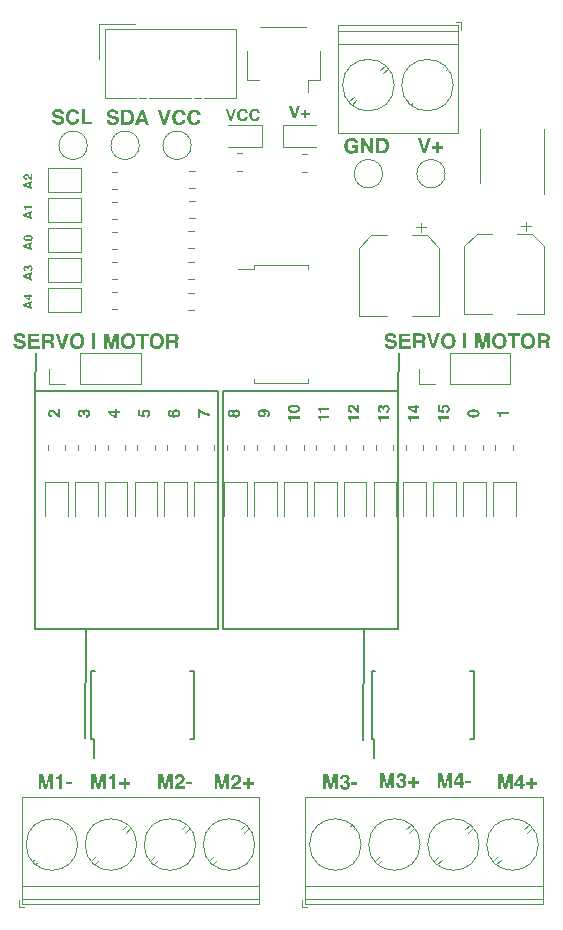
<source format=gbr>
%TF.GenerationSoftware,KiCad,Pcbnew,8.0.1*%
%TF.CreationDate,2024-04-15T16:31:13+02:00*%
%TF.ProjectId,ultimate_motor_board,756c7469-6d61-4746-955f-6d6f746f725f,0.1*%
%TF.SameCoordinates,Original*%
%TF.FileFunction,Legend,Top*%
%TF.FilePolarity,Positive*%
%FSLAX46Y46*%
G04 Gerber Fmt 4.6, Leading zero omitted, Abs format (unit mm)*
G04 Created by KiCad (PCBNEW 8.0.1) date 2024-04-15 16:31:13*
%MOMM*%
%LPD*%
G01*
G04 APERTURE LIST*
%ADD10C,0.000000*%
%ADD11C,0.176391*%
%ADD12C,0.150000*%
%ADD13C,0.120000*%
G04 APERTURE END LIST*
D10*
G36*
X119735539Y-82958495D02*
G01*
X119750924Y-82959605D01*
X119765989Y-82961449D01*
X119780738Y-82964022D01*
X119795178Y-82967318D01*
X119809312Y-82971333D01*
X119823147Y-82976060D01*
X119836687Y-82981496D01*
X119849938Y-82987634D01*
X119862905Y-82994470D01*
X119875592Y-83001999D01*
X119888006Y-83010215D01*
X119900151Y-83019113D01*
X119912032Y-83028688D01*
X119923656Y-83038935D01*
X119935025Y-83049848D01*
X119945899Y-83061423D01*
X119956034Y-83073655D01*
X119965435Y-83086537D01*
X119974108Y-83100066D01*
X119982057Y-83114235D01*
X119989287Y-83129040D01*
X119995804Y-83144475D01*
X120001614Y-83160535D01*
X120006720Y-83177216D01*
X120011129Y-83194511D01*
X120014845Y-83212416D01*
X120017874Y-83230926D01*
X120020221Y-83250035D01*
X120021891Y-83269738D01*
X120022890Y-83290031D01*
X120023221Y-83310907D01*
X120022889Y-83331744D01*
X120021891Y-83351919D01*
X120020221Y-83371432D01*
X120017874Y-83390284D01*
X120014845Y-83408475D01*
X120011129Y-83426004D01*
X120006720Y-83442871D01*
X120001613Y-83459077D01*
X119995804Y-83474622D01*
X119989286Y-83489505D01*
X119982056Y-83503726D01*
X119974107Y-83517287D01*
X119965435Y-83530185D01*
X119956034Y-83542422D01*
X119945899Y-83553998D01*
X119935025Y-83564913D01*
X119935025Y-83568449D01*
X119923656Y-83578702D01*
X119912032Y-83588293D01*
X119900151Y-83597223D01*
X119888006Y-83605491D01*
X119875592Y-83613098D01*
X119862905Y-83620043D01*
X119849938Y-83626327D01*
X119836687Y-83631950D01*
X119823147Y-83636911D01*
X119809312Y-83641210D01*
X119795178Y-83644848D01*
X119780738Y-83647825D01*
X119765989Y-83650140D01*
X119750924Y-83651793D01*
X119735539Y-83652785D01*
X119719829Y-83653116D01*
X119709327Y-83652951D01*
X119698985Y-83652461D01*
X119688799Y-83651651D01*
X119678762Y-83650525D01*
X119668870Y-83649089D01*
X119659118Y-83647348D01*
X119649500Y-83645307D01*
X119640011Y-83642972D01*
X119630646Y-83640348D01*
X119621400Y-83637439D01*
X119612268Y-83634251D01*
X119603245Y-83630790D01*
X119594324Y-83627060D01*
X119585502Y-83623066D01*
X119576773Y-83618814D01*
X119568132Y-83614309D01*
X119559657Y-83609514D01*
X119551436Y-83604394D01*
X119543474Y-83598953D01*
X119535774Y-83593197D01*
X119528344Y-83587131D01*
X119521188Y-83580760D01*
X119514310Y-83574089D01*
X119507717Y-83567124D01*
X119501413Y-83559870D01*
X119495404Y-83552331D01*
X119489695Y-83544513D01*
X119484290Y-83536421D01*
X119479196Y-83528060D01*
X119474417Y-83519436D01*
X119469958Y-83510553D01*
X119465825Y-83501417D01*
X119459830Y-83510471D01*
X119453753Y-83519112D01*
X119447593Y-83527340D01*
X119441350Y-83535153D01*
X119435025Y-83542554D01*
X119428617Y-83549541D01*
X119422126Y-83556114D01*
X119415553Y-83562274D01*
X119408897Y-83568021D01*
X119402158Y-83573354D01*
X119395337Y-83578273D01*
X119388433Y-83582780D01*
X119381446Y-83586872D01*
X119374377Y-83590552D01*
X119367225Y-83593818D01*
X119359990Y-83596670D01*
X119345603Y-83601630D01*
X119331547Y-83605928D01*
X119317821Y-83609566D01*
X119304426Y-83612542D01*
X119297853Y-83613782D01*
X119291362Y-83614857D01*
X119284954Y-83615767D01*
X119278629Y-83616511D01*
X119272387Y-83617090D01*
X119266227Y-83617503D01*
X119260150Y-83617751D01*
X119254155Y-83617834D01*
X119240428Y-83617504D01*
X119227022Y-83616518D01*
X119213925Y-83614881D01*
X119201128Y-83612598D01*
X119188620Y-83609674D01*
X119176392Y-83606114D01*
X119164432Y-83601924D01*
X119152731Y-83597109D01*
X119141277Y-83591673D01*
X119130061Y-83585623D01*
X119119073Y-83578963D01*
X119108302Y-83571698D01*
X119097738Y-83563833D01*
X119087370Y-83555375D01*
X119077188Y-83546327D01*
X119067182Y-83536695D01*
X119057589Y-83526483D01*
X119048654Y-83515692D01*
X119040369Y-83504323D01*
X119032730Y-83492375D01*
X119025732Y-83479848D01*
X119019369Y-83466743D01*
X119013637Y-83453058D01*
X119008531Y-83438795D01*
X119004044Y-83423954D01*
X119000172Y-83408533D01*
X118996911Y-83392534D01*
X118994253Y-83375955D01*
X118992196Y-83358798D01*
X118990732Y-83341062D01*
X118989858Y-83322748D01*
X118989622Y-83307386D01*
X119155377Y-83307386D01*
X119155501Y-83314579D01*
X119155874Y-83321601D01*
X119156494Y-83328448D01*
X119157362Y-83335113D01*
X119158478Y-83341593D01*
X119159842Y-83347881D01*
X119161454Y-83353973D01*
X119163314Y-83359863D01*
X119165423Y-83365547D01*
X119167779Y-83371018D01*
X119170384Y-83376273D01*
X119173236Y-83381306D01*
X119176337Y-83386111D01*
X119179685Y-83390684D01*
X119183282Y-83395019D01*
X119187127Y-83399111D01*
X119191219Y-83402956D01*
X119195554Y-83406552D01*
X119200127Y-83409901D01*
X119204932Y-83413002D01*
X119209965Y-83415854D01*
X119215219Y-83418459D01*
X119220691Y-83420815D01*
X119226374Y-83422923D01*
X119232265Y-83424784D01*
X119238356Y-83426396D01*
X119244645Y-83427760D01*
X119251124Y-83428876D01*
X119257789Y-83429744D01*
X119264635Y-83430364D01*
X119271657Y-83430736D01*
X119278850Y-83430860D01*
X119285421Y-83430735D01*
X119291900Y-83430357D01*
X119298275Y-83429721D01*
X119304537Y-83428821D01*
X119310674Y-83427652D01*
X119316677Y-83426210D01*
X119322536Y-83424488D01*
X119328239Y-83422482D01*
X119333777Y-83420187D01*
X119339139Y-83417597D01*
X119344316Y-83414708D01*
X119349296Y-83411513D01*
X119354069Y-83408008D01*
X119358625Y-83404188D01*
X119362954Y-83400048D01*
X119367045Y-83395582D01*
X119367045Y-83399111D01*
X119370930Y-83395019D01*
X119374639Y-83390685D01*
X119378162Y-83386112D01*
X119381488Y-83381307D01*
X119384607Y-83376275D01*
X119387510Y-83371020D01*
X119390185Y-83365548D01*
X119392623Y-83359865D01*
X119394812Y-83353974D01*
X119396743Y-83347882D01*
X119398405Y-83341593D01*
X119399788Y-83335114D01*
X119400882Y-83328448D01*
X119401676Y-83321601D01*
X119402160Y-83314579D01*
X119402324Y-83307386D01*
X119402263Y-83303858D01*
X119550490Y-83303858D01*
X119550655Y-83312294D01*
X119551145Y-83320416D01*
X119551956Y-83328237D01*
X119553081Y-83335775D01*
X119554517Y-83343043D01*
X119556258Y-83350058D01*
X119558298Y-83356836D01*
X119560633Y-83363391D01*
X119563258Y-83369740D01*
X119566167Y-83375897D01*
X119569354Y-83381878D01*
X119572816Y-83387700D01*
X119576546Y-83393376D01*
X119580540Y-83398924D01*
X119584792Y-83404357D01*
X119589297Y-83409693D01*
X119591654Y-83412287D01*
X119594093Y-83414780D01*
X119596615Y-83417171D01*
X119599219Y-83419464D01*
X119601907Y-83421658D01*
X119604676Y-83423755D01*
X119610464Y-83427664D01*
X119616583Y-83431200D01*
X119623032Y-83434375D01*
X119629812Y-83437198D01*
X119636923Y-83439680D01*
X119644365Y-83441832D01*
X119652137Y-83443663D01*
X119660240Y-83445184D01*
X119668674Y-83446405D01*
X119677438Y-83447337D01*
X119686534Y-83447990D01*
X119695960Y-83448374D01*
X119705716Y-83448499D01*
X119714852Y-83448335D01*
X119723734Y-83447845D01*
X119732358Y-83447035D01*
X119740719Y-83445909D01*
X119748810Y-83444473D01*
X119756628Y-83442732D01*
X119764167Y-83440692D01*
X119771422Y-83438357D01*
X119778387Y-83435733D01*
X119785058Y-83432824D01*
X119791429Y-83429637D01*
X119797495Y-83426175D01*
X119803251Y-83422445D01*
X119808691Y-83418451D01*
X119813812Y-83414198D01*
X119818606Y-83409693D01*
X119823151Y-83404939D01*
X119827515Y-83399937D01*
X119831683Y-83394687D01*
X119835639Y-83389188D01*
X119839368Y-83383442D01*
X119842853Y-83377448D01*
X119846080Y-83371205D01*
X119849034Y-83364714D01*
X119851698Y-83357976D01*
X119854057Y-83350989D01*
X119856095Y-83343754D01*
X119857798Y-83336271D01*
X119859149Y-83328540D01*
X119860134Y-83320560D01*
X119860736Y-83312333D01*
X119860940Y-83303858D01*
X119860775Y-83295382D01*
X119860279Y-83287155D01*
X119859452Y-83279176D01*
X119858294Y-83271445D01*
X119856806Y-83263962D01*
X119854987Y-83256727D01*
X119852837Y-83249741D01*
X119850357Y-83243002D01*
X119847546Y-83236512D01*
X119844404Y-83230269D01*
X119840931Y-83224275D01*
X119837128Y-83218528D01*
X119832994Y-83213030D01*
X119828529Y-83207780D01*
X119823733Y-83202777D01*
X119818606Y-83198023D01*
X119813192Y-83193517D01*
X119807534Y-83189265D01*
X119801639Y-83185271D01*
X119795511Y-83181540D01*
X119789156Y-83178079D01*
X119782578Y-83174891D01*
X119775783Y-83171982D01*
X119768777Y-83169358D01*
X119761563Y-83167023D01*
X119754149Y-83164983D01*
X119746537Y-83163242D01*
X119738735Y-83161806D01*
X119730746Y-83160681D01*
X119722577Y-83159870D01*
X119714232Y-83159380D01*
X119705716Y-83159216D01*
X119697161Y-83159380D01*
X119688704Y-83159870D01*
X119680361Y-83160681D01*
X119672147Y-83161806D01*
X119664077Y-83163242D01*
X119656168Y-83164983D01*
X119648434Y-83167023D01*
X119640892Y-83169358D01*
X119633557Y-83171982D01*
X119626443Y-83174891D01*
X119619567Y-83178079D01*
X119612945Y-83181540D01*
X119606591Y-83185271D01*
X119600522Y-83189265D01*
X119594752Y-83193517D01*
X119589297Y-83198023D01*
X119584211Y-83202777D01*
X119579527Y-83207780D01*
X119575236Y-83213030D01*
X119571327Y-83218528D01*
X119567791Y-83224275D01*
X119564616Y-83230269D01*
X119561793Y-83236512D01*
X119559310Y-83243002D01*
X119557159Y-83249741D01*
X119555328Y-83256727D01*
X119553807Y-83263962D01*
X119552585Y-83271445D01*
X119551653Y-83279176D01*
X119551000Y-83287155D01*
X119550616Y-83295382D01*
X119550490Y-83303858D01*
X119402263Y-83303858D01*
X119402199Y-83300194D01*
X119401821Y-83293171D01*
X119401184Y-83286325D01*
X119400284Y-83279660D01*
X119399115Y-83273181D01*
X119397673Y-83266893D01*
X119395951Y-83260801D01*
X119393945Y-83254911D01*
X119391650Y-83249227D01*
X119389060Y-83243756D01*
X119386170Y-83238501D01*
X119382976Y-83233468D01*
X119379471Y-83228663D01*
X119375651Y-83224090D01*
X119371511Y-83219755D01*
X119367045Y-83215662D01*
X119362373Y-83211817D01*
X119357613Y-83208220D01*
X119352759Y-83204871D01*
X119347808Y-83201771D01*
X119342753Y-83198918D01*
X119337590Y-83196314D01*
X119332313Y-83193957D01*
X119326917Y-83191849D01*
X119321397Y-83189989D01*
X119315747Y-83188377D01*
X119309964Y-83187012D01*
X119304041Y-83185896D01*
X119297973Y-83185028D01*
X119291755Y-83184408D01*
X119285383Y-83184036D01*
X119278850Y-83183912D01*
X119271657Y-83184036D01*
X119264635Y-83184408D01*
X119257788Y-83185029D01*
X119251123Y-83185897D01*
X119244643Y-83187013D01*
X119238355Y-83188378D01*
X119232263Y-83189990D01*
X119226373Y-83191850D01*
X119220690Y-83193959D01*
X119215218Y-83196315D01*
X119209963Y-83198920D01*
X119204931Y-83201772D01*
X119200126Y-83204873D01*
X119195554Y-83208221D01*
X119191219Y-83211818D01*
X119187127Y-83215662D01*
X119183283Y-83219754D01*
X119179686Y-83224089D01*
X119176337Y-83228662D01*
X119173237Y-83233467D01*
X119170384Y-83238499D01*
X119167780Y-83243754D01*
X119165424Y-83249226D01*
X119163315Y-83254909D01*
X119161455Y-83260800D01*
X119159842Y-83266892D01*
X119158478Y-83273180D01*
X119157362Y-83279659D01*
X119156494Y-83286325D01*
X119155874Y-83293171D01*
X119155501Y-83300193D01*
X119155377Y-83307386D01*
X118989622Y-83307386D01*
X118989568Y-83303854D01*
X118989858Y-83285000D01*
X118990732Y-83266791D01*
X118992196Y-83249213D01*
X118994253Y-83232251D01*
X118996910Y-83215887D01*
X119000172Y-83200108D01*
X119004043Y-83184897D01*
X119008530Y-83170239D01*
X119013637Y-83156118D01*
X119019369Y-83142519D01*
X119025731Y-83129427D01*
X119032729Y-83116825D01*
X119040368Y-83104699D01*
X119048653Y-83093032D01*
X119057589Y-83081810D01*
X119067182Y-83071016D01*
X119077188Y-83060803D01*
X119087370Y-83051324D01*
X119097738Y-83042568D01*
X119108303Y-83034525D01*
X119119074Y-83027185D01*
X119130062Y-83020538D01*
X119141278Y-83014573D01*
X119152731Y-83009280D01*
X119164433Y-83004648D01*
X119176392Y-83000667D01*
X119188621Y-82997327D01*
X119201128Y-82994618D01*
X119213925Y-82992528D01*
X119227022Y-82991049D01*
X119240428Y-82990169D01*
X119254155Y-82989878D01*
X119260150Y-82989960D01*
X119266227Y-82990208D01*
X119272387Y-82990621D01*
X119278629Y-82991200D01*
X119284954Y-82991944D01*
X119291362Y-82992853D01*
X119297853Y-82993928D01*
X119304426Y-82995168D01*
X119311082Y-82996573D01*
X119317821Y-82998144D01*
X119324642Y-82999880D01*
X119331547Y-83001782D01*
X119345603Y-83006081D01*
X119359990Y-83011041D01*
X119367184Y-83013895D01*
X119374218Y-83017161D01*
X119381097Y-83020840D01*
X119387826Y-83024933D01*
X119394411Y-83029440D01*
X119400856Y-83034359D01*
X119407167Y-83039692D01*
X119413348Y-83045439D01*
X119419405Y-83051598D01*
X119425344Y-83058172D01*
X119431169Y-83065158D01*
X119436885Y-83072558D01*
X119442498Y-83080372D01*
X119448013Y-83088599D01*
X119453434Y-83097240D01*
X119458768Y-83106294D01*
X119464143Y-83097198D01*
X119469689Y-83088427D01*
X119475411Y-83079977D01*
X119481313Y-83071842D01*
X119487402Y-83064017D01*
X119493681Y-83056497D01*
X119500157Y-83049277D01*
X119506835Y-83042352D01*
X119513719Y-83035715D01*
X119520816Y-83029364D01*
X119528129Y-83023291D01*
X119535664Y-83017492D01*
X119543427Y-83011962D01*
X119551422Y-83006695D01*
X119559656Y-83001686D01*
X119568132Y-82996931D01*
X119576773Y-82992426D01*
X119585502Y-82988174D01*
X119594324Y-82984180D01*
X119603245Y-82980450D01*
X119612268Y-82976989D01*
X119621400Y-82973801D01*
X119630646Y-82970892D01*
X119640011Y-82968268D01*
X119649500Y-82965933D01*
X119659118Y-82963892D01*
X119668870Y-82962151D01*
X119678762Y-82960715D01*
X119688799Y-82959589D01*
X119698985Y-82958779D01*
X119709327Y-82958289D01*
X119719829Y-82958124D01*
X119735539Y-82958495D01*
G37*
D11*
X130458530Y-110919679D02*
X130550254Y-101539190D01*
D10*
G36*
X139609710Y-114630949D02*
G01*
X139115813Y-114630949D01*
X139115813Y-114398115D01*
X139609710Y-114398115D01*
X139609710Y-114630949D01*
G37*
G36*
X116182259Y-57569198D02*
G01*
X116220507Y-57571679D01*
X116257359Y-57575813D01*
X116292820Y-57581601D01*
X116326897Y-57589043D01*
X116359594Y-57598138D01*
X116390917Y-57608887D01*
X116420870Y-57621289D01*
X116449458Y-57635345D01*
X116476688Y-57651055D01*
X116502564Y-57668419D01*
X116527090Y-57687436D01*
X116550274Y-57708107D01*
X116572119Y-57730432D01*
X116592630Y-57754410D01*
X116611814Y-57780042D01*
X116621486Y-57794633D01*
X116630652Y-57809298D01*
X116639301Y-57824024D01*
X116647423Y-57838802D01*
X116655007Y-57853621D01*
X116662044Y-57868471D01*
X116668522Y-57883342D01*
X116674432Y-57898224D01*
X116679764Y-57913105D01*
X116684506Y-57927976D01*
X116688649Y-57942826D01*
X116692182Y-57957646D01*
X116695095Y-57972424D01*
X116697377Y-57987150D01*
X116699019Y-58001814D01*
X116700009Y-58016406D01*
X116435422Y-58016406D01*
X116428635Y-57994577D01*
X116421476Y-57974072D01*
X116417744Y-57964315D01*
X116413903Y-57954889D01*
X116409949Y-57945794D01*
X116405876Y-57937030D01*
X116401679Y-57928596D01*
X116397353Y-57920493D01*
X116392892Y-57912721D01*
X116388292Y-57905279D01*
X116383548Y-57898169D01*
X116378653Y-57891389D01*
X116373604Y-57884939D01*
X116368394Y-57878821D01*
X116358885Y-57868608D01*
X116348874Y-57859128D01*
X116338357Y-57850373D01*
X116327328Y-57842330D01*
X116315783Y-57834990D01*
X116303715Y-57828343D01*
X116291121Y-57822377D01*
X116277994Y-57817084D01*
X116264329Y-57812452D01*
X116250122Y-57808471D01*
X116235368Y-57805131D01*
X116220060Y-57802422D01*
X116204194Y-57800332D01*
X116187765Y-57798852D01*
X116170767Y-57797972D01*
X116153195Y-57797681D01*
X116135543Y-57798136D01*
X116118310Y-57799500D01*
X116101500Y-57801774D01*
X116085120Y-57804957D01*
X116069173Y-57809050D01*
X116053665Y-57814052D01*
X116038602Y-57819964D01*
X116023989Y-57826786D01*
X116009830Y-57834516D01*
X115996132Y-57843157D01*
X115982898Y-57852707D01*
X115970134Y-57863166D01*
X115957846Y-57874535D01*
X115946039Y-57886814D01*
X115934717Y-57900002D01*
X115923886Y-57914099D01*
X115913634Y-57929024D01*
X115904042Y-57944699D01*
X115895113Y-57961128D01*
X115886844Y-57978317D01*
X115879237Y-57996270D01*
X115872292Y-58014994D01*
X115866008Y-58034492D01*
X115860385Y-58054771D01*
X115855424Y-58075836D01*
X115851125Y-58097691D01*
X115847487Y-58120342D01*
X115844510Y-58143794D01*
X115842195Y-58168052D01*
X115840541Y-58193121D01*
X115839549Y-58219007D01*
X115839218Y-58245715D01*
X115839550Y-58272381D01*
X115840548Y-58298143D01*
X115842218Y-58323006D01*
X115844565Y-58346975D01*
X115847594Y-58370054D01*
X115851311Y-58392251D01*
X115855720Y-58413568D01*
X115860826Y-58434012D01*
X115866636Y-58453589D01*
X115873153Y-58472302D01*
X115880384Y-58490157D01*
X115888333Y-58507160D01*
X115897005Y-58523315D01*
X115906406Y-58538628D01*
X115916541Y-58553104D01*
X115927415Y-58566747D01*
X115938826Y-58579563D01*
X115950573Y-58591553D01*
X115962660Y-58602715D01*
X115975095Y-58613050D01*
X115987880Y-58622559D01*
X116001023Y-58631240D01*
X116014527Y-58639095D01*
X116028398Y-58646123D01*
X116042641Y-58652324D01*
X116057261Y-58657699D01*
X116072264Y-58662246D01*
X116087654Y-58665967D01*
X116103438Y-58668861D01*
X116119619Y-58670928D01*
X116136203Y-58672168D01*
X116153195Y-58672581D01*
X116170145Y-58672210D01*
X116186599Y-58671100D01*
X116202557Y-58669256D01*
X116218019Y-58666683D01*
X116232984Y-58663387D01*
X116247454Y-58659373D01*
X116261427Y-58654645D01*
X116274905Y-58649210D01*
X116287886Y-58643071D01*
X116300371Y-58636235D01*
X116312360Y-58628707D01*
X116323853Y-58620491D01*
X116334850Y-58611593D01*
X116345350Y-58602018D01*
X116355355Y-58591771D01*
X116364863Y-58580858D01*
X116370073Y-58574698D01*
X116375123Y-58568125D01*
X116380018Y-58561138D01*
X116384763Y-58553738D01*
X116389363Y-58545924D01*
X116393823Y-58537697D01*
X116398149Y-58529057D01*
X116402346Y-58520003D01*
X116406419Y-58510536D01*
X116410373Y-58500655D01*
X116414214Y-58490361D01*
X116417946Y-58479654D01*
X116421574Y-58468533D01*
X116425105Y-58456998D01*
X116428542Y-58445051D01*
X116431892Y-58432689D01*
X116692952Y-58432689D01*
X116688529Y-58458197D01*
X116683202Y-58483126D01*
X116676976Y-58507476D01*
X116669856Y-58531248D01*
X116661846Y-58554440D01*
X116652954Y-58577054D01*
X116643182Y-58599089D01*
X116632538Y-58620546D01*
X116621025Y-58641423D01*
X116608649Y-58661722D01*
X116595415Y-58681442D01*
X116581329Y-58700583D01*
X116566395Y-58719146D01*
X116550619Y-58737129D01*
X116534006Y-58754534D01*
X116516561Y-58771360D01*
X116516563Y-58764305D01*
X116498412Y-58780305D01*
X116479678Y-58795235D01*
X116460355Y-58809101D01*
X116440438Y-58821908D01*
X116419921Y-58833660D01*
X116398800Y-58844363D01*
X116377068Y-58854023D01*
X116354722Y-58862644D01*
X116331756Y-58870231D01*
X116308165Y-58876789D01*
X116283943Y-58882325D01*
X116259085Y-58886842D01*
X116233587Y-58890347D01*
X116207443Y-58892844D01*
X116180647Y-58894338D01*
X116153195Y-58894835D01*
X116119294Y-58894133D01*
X116086374Y-58892031D01*
X116054425Y-58888533D01*
X116023438Y-58883645D01*
X115993401Y-58877373D01*
X115964305Y-58869720D01*
X115936140Y-58860693D01*
X115908894Y-58850296D01*
X115882558Y-58838535D01*
X115857120Y-58825415D01*
X115832572Y-58810941D01*
X115808902Y-58795119D01*
X115786101Y-58777952D01*
X115764157Y-58759448D01*
X115743060Y-58739610D01*
X115722801Y-58718444D01*
X115703617Y-58696079D01*
X115685745Y-58672644D01*
X115669176Y-58648145D01*
X115653898Y-58622586D01*
X115639903Y-58595973D01*
X115627178Y-58568311D01*
X115615714Y-58539605D01*
X115605501Y-58509861D01*
X115596528Y-58479083D01*
X115588786Y-58447276D01*
X115582262Y-58414447D01*
X115576948Y-58380599D01*
X115572833Y-58345738D01*
X115569906Y-58309870D01*
X115568158Y-58272999D01*
X115567577Y-58235131D01*
X115568280Y-58194078D01*
X115570389Y-58154260D01*
X115573903Y-58115672D01*
X115578822Y-58078308D01*
X115585147Y-58042164D01*
X115592878Y-58007235D01*
X115602015Y-57973515D01*
X115612557Y-57940999D01*
X115624504Y-57909681D01*
X115637858Y-57879558D01*
X115652617Y-57850623D01*
X115668781Y-57822872D01*
X115686351Y-57796298D01*
X115705327Y-57770898D01*
X115725709Y-57746666D01*
X115747496Y-57723596D01*
X115767049Y-57704412D01*
X115787335Y-57686540D01*
X115808346Y-57669971D01*
X115830069Y-57654694D01*
X115852495Y-57640698D01*
X115875614Y-57627973D01*
X115899414Y-57616509D01*
X115923887Y-57606296D01*
X115949021Y-57597323D01*
X115974806Y-57589580D01*
X116001232Y-57583057D01*
X116028288Y-57577742D01*
X116055965Y-57573627D01*
X116084251Y-57570701D01*
X116113137Y-57568952D01*
X116142612Y-57568372D01*
X116182259Y-57569198D01*
G37*
G36*
X144437304Y-76495736D02*
G01*
X144469662Y-76497472D01*
X144501091Y-76500366D01*
X144531579Y-76504417D01*
X144561116Y-76509626D01*
X144589692Y-76515993D01*
X144617296Y-76523517D01*
X144643918Y-76532199D01*
X144669548Y-76542038D01*
X144694176Y-76553035D01*
X144717790Y-76565189D01*
X144740382Y-76578501D01*
X144761939Y-76592970D01*
X144782453Y-76608597D01*
X144801913Y-76625382D01*
X144820308Y-76643324D01*
X144843377Y-76665853D01*
X144864957Y-76689778D01*
X144885049Y-76715088D01*
X144903653Y-76741772D01*
X144920769Y-76769821D01*
X144936396Y-76799224D01*
X144950534Y-76829970D01*
X144963185Y-76862050D01*
X144974347Y-76895452D01*
X144984021Y-76930167D01*
X144992207Y-76966184D01*
X144998904Y-77003494D01*
X145004113Y-77042085D01*
X145007833Y-77081947D01*
X145010066Y-77123070D01*
X145010810Y-77165443D01*
X145010066Y-77207778D01*
X145007833Y-77248795D01*
X145004113Y-77288500D01*
X144998904Y-77326897D01*
X144992207Y-77363991D01*
X144984021Y-77399789D01*
X144974347Y-77434295D01*
X144963185Y-77467514D01*
X144950534Y-77499451D01*
X144936396Y-77530112D01*
X144920769Y-77559502D01*
X144903653Y-77587625D01*
X144885049Y-77614488D01*
X144864957Y-77640095D01*
X144843377Y-77664452D01*
X144820308Y-77687563D01*
X144801913Y-77705505D01*
X144782453Y-77722290D01*
X144761939Y-77737917D01*
X144740382Y-77752387D01*
X144717790Y-77765699D01*
X144694176Y-77777853D01*
X144669548Y-77788850D01*
X144643918Y-77798689D01*
X144617296Y-77807371D01*
X144589692Y-77814895D01*
X144561116Y-77821262D01*
X144531579Y-77826471D01*
X144501091Y-77830522D01*
X144469662Y-77833416D01*
X144437304Y-77835153D01*
X144404025Y-77835731D01*
X144370747Y-77835153D01*
X144338388Y-77833416D01*
X144306959Y-77830522D01*
X144276472Y-77826471D01*
X144246934Y-77821262D01*
X144218359Y-77814895D01*
X144190754Y-77807371D01*
X144164132Y-77798689D01*
X144138501Y-77788850D01*
X144113874Y-77777853D01*
X144090259Y-77765699D01*
X144067667Y-77752387D01*
X144046109Y-77737917D01*
X144025594Y-77722290D01*
X144006134Y-77705505D01*
X143987739Y-77687563D01*
X143964631Y-77664414D01*
X143942939Y-77639952D01*
X143922673Y-77614187D01*
X143903844Y-77587131D01*
X143886461Y-77558793D01*
X143870536Y-77529184D01*
X143856078Y-77498314D01*
X143843099Y-77466193D01*
X143831607Y-77432832D01*
X143821614Y-77398241D01*
X143813131Y-77362430D01*
X143806166Y-77325410D01*
X143800731Y-77287191D01*
X143796836Y-77247783D01*
X143794492Y-77207197D01*
X143793708Y-77165443D01*
X143793771Y-77161915D01*
X144058299Y-77161915D01*
X144058671Y-77188622D01*
X144059787Y-77214508D01*
X144061648Y-77239578D01*
X144064252Y-77263836D01*
X144067601Y-77287288D01*
X144071694Y-77309939D01*
X144076530Y-77331794D01*
X144082111Y-77352859D01*
X144088437Y-77373138D01*
X144095506Y-77392637D01*
X144103319Y-77411360D01*
X144111877Y-77429314D01*
X144121178Y-77446503D01*
X144131224Y-77462932D01*
X144142014Y-77478606D01*
X144153548Y-77493532D01*
X144165702Y-77507629D01*
X144178347Y-77520817D01*
X144191477Y-77533096D01*
X144205088Y-77544465D01*
X144219175Y-77554924D01*
X144233731Y-77564474D01*
X144248753Y-77573115D01*
X144264234Y-77580846D01*
X144280170Y-77587667D01*
X144296556Y-77593579D01*
X144313387Y-77598582D01*
X144330656Y-77602675D01*
X144348360Y-77605858D01*
X144366493Y-77608132D01*
X144385050Y-77609496D01*
X144404025Y-77609951D01*
X144423000Y-77609496D01*
X144441556Y-77608132D01*
X144459689Y-77605858D01*
X144477392Y-77602675D01*
X144494662Y-77598582D01*
X144511492Y-77593579D01*
X144527878Y-77587667D01*
X144543814Y-77580846D01*
X144559296Y-77573115D01*
X144574317Y-77564474D01*
X144588874Y-77554924D01*
X144602960Y-77544465D01*
X144616570Y-77533096D01*
X144629701Y-77520817D01*
X144642345Y-77507629D01*
X144654498Y-77493532D01*
X144665412Y-77478606D01*
X144675659Y-77462932D01*
X144685234Y-77446503D01*
X144694132Y-77429314D01*
X144702348Y-77411360D01*
X144709876Y-77392637D01*
X144716712Y-77373138D01*
X144722851Y-77352859D01*
X144728286Y-77331794D01*
X144733014Y-77309939D01*
X144737028Y-77287288D01*
X144740325Y-77263836D01*
X144742897Y-77239578D01*
X144744741Y-77214508D01*
X144745851Y-77188622D01*
X144746223Y-77161915D01*
X144745851Y-77135207D01*
X144744741Y-77109321D01*
X144742897Y-77084251D01*
X144740325Y-77059993D01*
X144737028Y-77036541D01*
X144733014Y-77013890D01*
X144728286Y-76992035D01*
X144722851Y-76970971D01*
X144716712Y-76950692D01*
X144709876Y-76931193D01*
X144702348Y-76912470D01*
X144694132Y-76894516D01*
X144685234Y-76877328D01*
X144675659Y-76860899D01*
X144665412Y-76845224D01*
X144654498Y-76830299D01*
X144642965Y-76816201D01*
X144630858Y-76803013D01*
X144618183Y-76790735D01*
X144604944Y-76779365D01*
X144591147Y-76768906D01*
X144576797Y-76759356D01*
X144561900Y-76750715D01*
X144546459Y-76742985D01*
X144530482Y-76736163D01*
X144513972Y-76730251D01*
X144496935Y-76725249D01*
X144479376Y-76721156D01*
X144461300Y-76717973D01*
X144442713Y-76715699D01*
X144423620Y-76714335D01*
X144404025Y-76713880D01*
X144384430Y-76714335D01*
X144365336Y-76715699D01*
X144346749Y-76717973D01*
X144328673Y-76721156D01*
X144311114Y-76725249D01*
X144294077Y-76730251D01*
X144277567Y-76736163D01*
X144261589Y-76742985D01*
X144246149Y-76750715D01*
X144231251Y-76759356D01*
X144216901Y-76768906D01*
X144203104Y-76779365D01*
X144189865Y-76790735D01*
X144177189Y-76803013D01*
X144165082Y-76816201D01*
X144153548Y-76830299D01*
X144142596Y-76845224D01*
X144132237Y-76860899D01*
X144122489Y-76877328D01*
X144113365Y-76894516D01*
X144104883Y-76912470D01*
X144097057Y-76931193D01*
X144089902Y-76950692D01*
X144083435Y-76970971D01*
X144077670Y-76992035D01*
X144072624Y-77013890D01*
X144068312Y-77036541D01*
X144064748Y-77059993D01*
X144061950Y-77084251D01*
X144059932Y-77109321D01*
X144058710Y-77135207D01*
X144058299Y-77161915D01*
X143793771Y-77161915D01*
X143794453Y-77123651D01*
X143796692Y-77082959D01*
X143800429Y-77043394D01*
X143805670Y-77004982D01*
X143812420Y-76967747D01*
X143820684Y-76931717D01*
X143830468Y-76896917D01*
X143841775Y-76863372D01*
X143854613Y-76831109D01*
X143868985Y-76800154D01*
X143884898Y-76770532D01*
X143902355Y-76742268D01*
X143921363Y-76715390D01*
X143941926Y-76689923D01*
X143964049Y-76665892D01*
X143987739Y-76643324D01*
X144006134Y-76625382D01*
X144025594Y-76608597D01*
X144046109Y-76592970D01*
X144067667Y-76578501D01*
X144090259Y-76565189D01*
X144113874Y-76553035D01*
X144138501Y-76542038D01*
X144164132Y-76532199D01*
X144190754Y-76523517D01*
X144218359Y-76515993D01*
X144246934Y-76509626D01*
X144276472Y-76504417D01*
X144306959Y-76500366D01*
X144338388Y-76497472D01*
X144370747Y-76495736D01*
X144404025Y-76495157D01*
X144437304Y-76495736D01*
G37*
G36*
X144837947Y-114546285D02*
G01*
X145190726Y-114546285D01*
X145190726Y-114772062D01*
X144837947Y-114772062D01*
X144837947Y-115128370D01*
X144612166Y-115128370D01*
X144612166Y-114772062D01*
X144259383Y-114772062D01*
X144259383Y-114546285D01*
X144612166Y-114546285D01*
X144612166Y-114193502D01*
X144837947Y-114193502D01*
X144837947Y-114546285D01*
G37*
G36*
X106276812Y-76502789D02*
G01*
X106309170Y-76504526D01*
X106340598Y-76507419D01*
X106371086Y-76511471D01*
X106400623Y-76516680D01*
X106429199Y-76523046D01*
X106456803Y-76530571D01*
X106483425Y-76539252D01*
X106509056Y-76549092D01*
X106533683Y-76560088D01*
X106557298Y-76572243D01*
X106579889Y-76585555D01*
X106601447Y-76600025D01*
X106621962Y-76615652D01*
X106641421Y-76632437D01*
X106659817Y-76650379D01*
X106682886Y-76672909D01*
X106704466Y-76696833D01*
X106724558Y-76722143D01*
X106743162Y-76748828D01*
X106760278Y-76776876D01*
X106775905Y-76806279D01*
X106790044Y-76837025D01*
X106802694Y-76869105D01*
X106813857Y-76902507D01*
X106823530Y-76937222D01*
X106831716Y-76973240D01*
X106838414Y-77010549D01*
X106843623Y-77049140D01*
X106847343Y-77089002D01*
X106849576Y-77130125D01*
X106850320Y-77172499D01*
X106849576Y-77214833D01*
X106847343Y-77255850D01*
X106843623Y-77295555D01*
X106838414Y-77333952D01*
X106831716Y-77371047D01*
X106823530Y-77406844D01*
X106813857Y-77441350D01*
X106802694Y-77474569D01*
X106790044Y-77506506D01*
X106775905Y-77537167D01*
X106760278Y-77566557D01*
X106743162Y-77594681D01*
X106724558Y-77621543D01*
X106704466Y-77647150D01*
X106682886Y-77671507D01*
X106659817Y-77694618D01*
X106641421Y-77712560D01*
X106621962Y-77729345D01*
X106601447Y-77744972D01*
X106579889Y-77759441D01*
X106557298Y-77772753D01*
X106533683Y-77784907D01*
X106509056Y-77795904D01*
X106483425Y-77805743D01*
X106456803Y-77814425D01*
X106429199Y-77821949D01*
X106400623Y-77828315D01*
X106371086Y-77833524D01*
X106340598Y-77837576D01*
X106309170Y-77840470D01*
X106276812Y-77842206D01*
X106243533Y-77842785D01*
X106210255Y-77842206D01*
X106177896Y-77840470D01*
X106146468Y-77837576D01*
X106115980Y-77833524D01*
X106086443Y-77828315D01*
X106057868Y-77821949D01*
X106030263Y-77814425D01*
X106003641Y-77805743D01*
X105978011Y-77795904D01*
X105953383Y-77784907D01*
X105929769Y-77772753D01*
X105907177Y-77759441D01*
X105885619Y-77744972D01*
X105865105Y-77729345D01*
X105845645Y-77712560D01*
X105827250Y-77694618D01*
X105804141Y-77671468D01*
X105782449Y-77647006D01*
X105762183Y-77621242D01*
X105743354Y-77594185D01*
X105725971Y-77565847D01*
X105710046Y-77536238D01*
X105695589Y-77505368D01*
X105682609Y-77473247D01*
X105671118Y-77439886D01*
X105661125Y-77405295D01*
X105652642Y-77369484D01*
X105645677Y-77332464D01*
X105640243Y-77294245D01*
X105636348Y-77254838D01*
X105634004Y-77214252D01*
X105633220Y-77172499D01*
X105633283Y-77168970D01*
X105897807Y-77168970D01*
X105898179Y-77195678D01*
X105899295Y-77221564D01*
X105901155Y-77246633D01*
X105903760Y-77270891D01*
X105907109Y-77294343D01*
X105911201Y-77316994D01*
X105916038Y-77338849D01*
X105921619Y-77359914D01*
X105927945Y-77380193D01*
X105935014Y-77399691D01*
X105942828Y-77418415D01*
X105951386Y-77436368D01*
X105960688Y-77453557D01*
X105970734Y-77469986D01*
X105981524Y-77485660D01*
X105993058Y-77500585D01*
X106005212Y-77514683D01*
X106017856Y-77527871D01*
X106030987Y-77540150D01*
X106044598Y-77551519D01*
X106058684Y-77561979D01*
X106073240Y-77571529D01*
X106088262Y-77580169D01*
X106103744Y-77587900D01*
X106119680Y-77594721D01*
X106136066Y-77600633D01*
X106152896Y-77605635D01*
X106170166Y-77609728D01*
X106187869Y-77612911D01*
X106206002Y-77615185D01*
X106224558Y-77616549D01*
X106243533Y-77617004D01*
X106262508Y-77616549D01*
X106281065Y-77615185D01*
X106299197Y-77612911D01*
X106316901Y-77609728D01*
X106334171Y-77605635D01*
X106351001Y-77600633D01*
X106367387Y-77594721D01*
X106383323Y-77587900D01*
X106398805Y-77580169D01*
X106413827Y-77571529D01*
X106428383Y-77561979D01*
X106442470Y-77551519D01*
X106456080Y-77540150D01*
X106469211Y-77527871D01*
X106481855Y-77514683D01*
X106494009Y-77500585D01*
X106504922Y-77485660D01*
X106515169Y-77469986D01*
X106524744Y-77453557D01*
X106533642Y-77436368D01*
X106541857Y-77418415D01*
X106549386Y-77399691D01*
X106556222Y-77380193D01*
X106562360Y-77359914D01*
X106567796Y-77338849D01*
X106572523Y-77316994D01*
X106576538Y-77294343D01*
X106579834Y-77270891D01*
X106582407Y-77246633D01*
X106584251Y-77221564D01*
X106585361Y-77195678D01*
X106585732Y-77168970D01*
X106585361Y-77142262D01*
X106584251Y-77116376D01*
X106582407Y-77091307D01*
X106579834Y-77067048D01*
X106576538Y-77043596D01*
X106572523Y-77020945D01*
X106567796Y-76999090D01*
X106562360Y-76978026D01*
X106556222Y-76957747D01*
X106549386Y-76938248D01*
X106541857Y-76919524D01*
X106533642Y-76901571D01*
X106524744Y-76884382D01*
X106515169Y-76867953D01*
X106504922Y-76852278D01*
X106494009Y-76837353D01*
X106482475Y-76823255D01*
X106470368Y-76810067D01*
X106457693Y-76797789D01*
X106444454Y-76786420D01*
X106430657Y-76775960D01*
X106416307Y-76766410D01*
X106401409Y-76757770D01*
X106385969Y-76750039D01*
X106369991Y-76743217D01*
X106353481Y-76737305D01*
X106336444Y-76732303D01*
X106318885Y-76728210D01*
X106300809Y-76725027D01*
X106282222Y-76722753D01*
X106263128Y-76721388D01*
X106243533Y-76720934D01*
X106223938Y-76721388D01*
X106204844Y-76722753D01*
X106186257Y-76725027D01*
X106168181Y-76728210D01*
X106150622Y-76732303D01*
X106133585Y-76737305D01*
X106117075Y-76743217D01*
X106101097Y-76750039D01*
X106085657Y-76757770D01*
X106070760Y-76766410D01*
X106056410Y-76775960D01*
X106042613Y-76786420D01*
X106029374Y-76797789D01*
X106016699Y-76810067D01*
X106004592Y-76823255D01*
X105993058Y-76837353D01*
X105982105Y-76852278D01*
X105971747Y-76867953D01*
X105961998Y-76884382D01*
X105952874Y-76901571D01*
X105944391Y-76919524D01*
X105936565Y-76938248D01*
X105929410Y-76957747D01*
X105922943Y-76978026D01*
X105917178Y-76999090D01*
X105912132Y-77020945D01*
X105907819Y-77043596D01*
X105904256Y-77067048D01*
X105901458Y-77091307D01*
X105899440Y-77116376D01*
X105898218Y-77142262D01*
X105897807Y-77168970D01*
X105633283Y-77168970D01*
X105633965Y-77130706D01*
X105636203Y-77090014D01*
X105639940Y-77050449D01*
X105645181Y-77012036D01*
X105651931Y-76974802D01*
X105660195Y-76938771D01*
X105669979Y-76903971D01*
X105681286Y-76870427D01*
X105694124Y-76838164D01*
X105708496Y-76807209D01*
X105724408Y-76777586D01*
X105741866Y-76749323D01*
X105760873Y-76722445D01*
X105781436Y-76696978D01*
X105803560Y-76672947D01*
X105827250Y-76650379D01*
X105845645Y-76632437D01*
X105865105Y-76615652D01*
X105885619Y-76600025D01*
X105907177Y-76585555D01*
X105929769Y-76572243D01*
X105953383Y-76560088D01*
X105978011Y-76549092D01*
X106003641Y-76539252D01*
X106030263Y-76530571D01*
X106057868Y-76523046D01*
X106086443Y-76516680D01*
X106115980Y-76511471D01*
X106146468Y-76507419D01*
X106177896Y-76504526D01*
X106210255Y-76502789D01*
X106243533Y-76502210D01*
X106276812Y-76502789D01*
G37*
G36*
X137443100Y-82577463D02*
G01*
X137460038Y-82578461D01*
X137476791Y-82580131D01*
X137493346Y-82582478D01*
X137509695Y-82585507D01*
X137525827Y-82589223D01*
X137541732Y-82593632D01*
X137557398Y-82598738D01*
X137572817Y-82604548D01*
X137587977Y-82611065D01*
X137602869Y-82618296D01*
X137617482Y-82626244D01*
X137631805Y-82634917D01*
X137645828Y-82644318D01*
X137659542Y-82654453D01*
X137672935Y-82665327D01*
X137685790Y-82676902D01*
X137697891Y-82689139D01*
X137709228Y-82702037D01*
X137719789Y-82715597D01*
X137729564Y-82729818D01*
X137738544Y-82744701D01*
X137746718Y-82760246D01*
X137754075Y-82776451D01*
X137760605Y-82793319D01*
X137766299Y-82810847D01*
X137771144Y-82829038D01*
X137775132Y-82847889D01*
X137778252Y-82867402D01*
X137780493Y-82887577D01*
X137781845Y-82908413D01*
X137782298Y-82929910D01*
X137782008Y-82947564D01*
X137781134Y-82964803D01*
X137779670Y-82981630D01*
X137777613Y-82998042D01*
X137774955Y-83014042D01*
X137771694Y-83029628D01*
X137767822Y-83044800D01*
X137763335Y-83059559D01*
X137758229Y-83073905D01*
X137752497Y-83087837D01*
X137746134Y-83101356D01*
X137739136Y-83114462D01*
X137731497Y-83127154D01*
X137723212Y-83139434D01*
X137714277Y-83151299D01*
X137704684Y-83162752D01*
X137694554Y-83173707D01*
X137684000Y-83184078D01*
X137673011Y-83193859D01*
X137661579Y-83203047D01*
X137649691Y-83211635D01*
X137637338Y-83219618D01*
X137624510Y-83226991D01*
X137611197Y-83233749D01*
X137597387Y-83239887D01*
X137583070Y-83245400D01*
X137568237Y-83250283D01*
X137552877Y-83254530D01*
X137536979Y-83258136D01*
X137520533Y-83261096D01*
X137503529Y-83263405D01*
X137485957Y-83265058D01*
X137485957Y-83071028D01*
X137493772Y-83069621D01*
X137501344Y-83068044D01*
X137508678Y-83066291D01*
X137515779Y-83064357D01*
X137522653Y-83062237D01*
X137529305Y-83059926D01*
X137535740Y-83057419D01*
X137541962Y-83054710D01*
X137547978Y-83051795D01*
X137553793Y-83048667D01*
X137559411Y-83045323D01*
X137564837Y-83041756D01*
X137570078Y-83037962D01*
X137575138Y-83033935D01*
X137580022Y-83029671D01*
X137584735Y-83025163D01*
X137589201Y-83020490D01*
X137593341Y-83015718D01*
X137597161Y-83010832D01*
X137600666Y-83005817D01*
X137603861Y-83000657D01*
X137606750Y-82995336D01*
X137609340Y-82989841D01*
X137611635Y-82984154D01*
X137613641Y-82978260D01*
X137615363Y-82972144D01*
X137616805Y-82965790D01*
X137617974Y-82959183D01*
X137618874Y-82952308D01*
X137619510Y-82945148D01*
X137619888Y-82937689D01*
X137620013Y-82929914D01*
X137619807Y-82920818D01*
X137619186Y-82912041D01*
X137618153Y-82903575D01*
X137616706Y-82895408D01*
X137614846Y-82887531D01*
X137612572Y-82879933D01*
X137609885Y-82872603D01*
X137606784Y-82865532D01*
X137603270Y-82858709D01*
X137599342Y-82852124D01*
X137595002Y-82845766D01*
X137590247Y-82839625D01*
X137585080Y-82833691D01*
X137579498Y-82827953D01*
X137573504Y-82822402D01*
X137567096Y-82817026D01*
X137560398Y-82811939D01*
X137553529Y-82807255D01*
X137546484Y-82802964D01*
X137539259Y-82799055D01*
X137531847Y-82795518D01*
X137524245Y-82792344D01*
X137516446Y-82789520D01*
X137508445Y-82787038D01*
X137500238Y-82784887D01*
X137491818Y-82783056D01*
X137483182Y-82781535D01*
X137474324Y-82780313D01*
X137465238Y-82779382D01*
X137455919Y-82778729D01*
X137446363Y-82778345D01*
X137436565Y-82778219D01*
X137426766Y-82778344D01*
X137417210Y-82778722D01*
X137407892Y-82779358D01*
X137398806Y-82780258D01*
X137389948Y-82781427D01*
X137381312Y-82782870D01*
X137372893Y-82784591D01*
X137364686Y-82786597D01*
X137356685Y-82788892D01*
X137348886Y-82791482D01*
X137341283Y-82794372D01*
X137333872Y-82797566D01*
X137326646Y-82801071D01*
X137319601Y-82804891D01*
X137312732Y-82809031D01*
X137306033Y-82813497D01*
X137299625Y-82818253D01*
X137293631Y-82823267D01*
X137290788Y-82825874D01*
X137288050Y-82828550D01*
X137285414Y-82831295D01*
X137282882Y-82834112D01*
X137280453Y-82837001D01*
X137278128Y-82839963D01*
X137275905Y-82843001D01*
X137273787Y-82846114D01*
X137271771Y-82849305D01*
X137269859Y-82852576D01*
X137268050Y-82855926D01*
X137266345Y-82859357D01*
X137264743Y-82862871D01*
X137263244Y-82866470D01*
X137261849Y-82870153D01*
X137260557Y-82873923D01*
X137259369Y-82877781D01*
X137258283Y-82881728D01*
X137257302Y-82885766D01*
X137256423Y-82889895D01*
X137254976Y-82898433D01*
X137253943Y-82907355D01*
X137253322Y-82916669D01*
X137253130Y-82925721D01*
X137253144Y-82931952D01*
X137253289Y-82940716D01*
X137253681Y-82949149D01*
X137254009Y-82953242D01*
X137254446Y-82957252D01*
X137255007Y-82961179D01*
X137255707Y-82965024D01*
X137256562Y-82968786D01*
X137257588Y-82972466D01*
X137258799Y-82976062D01*
X137260212Y-82979576D01*
X137261843Y-82983008D01*
X137263705Y-82986357D01*
X137265813Y-82992187D01*
X137268163Y-82997780D01*
X137270751Y-83003146D01*
X137273571Y-83008295D01*
X137276619Y-83013237D01*
X137279890Y-83017983D01*
X137283377Y-83022542D01*
X137287076Y-83026926D01*
X137290982Y-83031145D01*
X137295089Y-83035209D01*
X137299393Y-83039127D01*
X137303888Y-83042912D01*
X137308569Y-83046573D01*
X137313431Y-83050119D01*
X137318468Y-83053563D01*
X137323676Y-83056913D01*
X137316623Y-83233305D01*
X136766284Y-83162748D01*
X136766284Y-82612409D01*
X136932090Y-82612409D01*
X136932090Y-83021635D01*
X137150817Y-83056913D01*
X137143363Y-83045489D01*
X137136817Y-83034975D01*
X137131098Y-83025287D01*
X137126124Y-83016344D01*
X137121810Y-83008062D01*
X137118075Y-83000359D01*
X137114836Y-82993153D01*
X137112010Y-82986360D01*
X137110108Y-82980986D01*
X137108366Y-82975452D01*
X137106778Y-82969763D01*
X137105341Y-82963924D01*
X137104048Y-82957941D01*
X137102895Y-82951818D01*
X137101876Y-82945560D01*
X137100987Y-82939174D01*
X137100221Y-82932663D01*
X137099574Y-82926033D01*
X137098616Y-82912439D01*
X137098072Y-82898430D01*
X137097900Y-82884050D01*
X137098230Y-82868921D01*
X137099223Y-82853968D01*
X137100876Y-82839200D01*
X137103192Y-82824629D01*
X137106168Y-82810265D01*
X137109807Y-82796117D01*
X137114106Y-82782197D01*
X137119067Y-82768515D01*
X137124690Y-82755081D01*
X137130974Y-82741905D01*
X137137919Y-82728998D01*
X137145526Y-82716370D01*
X137153794Y-82704031D01*
X137162724Y-82691992D01*
X137172314Y-82680264D01*
X137182567Y-82668855D01*
X137193439Y-82657942D01*
X137204890Y-82647695D01*
X137216921Y-82638120D01*
X137229530Y-82629222D01*
X137242717Y-82621006D01*
X137256484Y-82613477D01*
X137270830Y-82606641D01*
X137285754Y-82600503D01*
X137301258Y-82595067D01*
X137317340Y-82590340D01*
X137334000Y-82586325D01*
X137351240Y-82583029D01*
X137369059Y-82580456D01*
X137387456Y-82578612D01*
X137406432Y-82577502D01*
X137425986Y-82577131D01*
X137443100Y-82577463D01*
G37*
G36*
X125068015Y-83550810D02*
G01*
X125068011Y-83550810D01*
X125068011Y-83547281D01*
X125068015Y-83550810D01*
G37*
G36*
X139823789Y-82958422D02*
G01*
X139853514Y-82959296D01*
X139882330Y-82960760D01*
X139910236Y-82962817D01*
X139937232Y-82965474D01*
X139963319Y-82968736D01*
X139988496Y-82972608D01*
X140012764Y-82977094D01*
X140036122Y-82982201D01*
X140058571Y-82987933D01*
X140080110Y-82994296D01*
X140100740Y-83001294D01*
X140120460Y-83008933D01*
X140139270Y-83017217D01*
X140157171Y-83026153D01*
X140174163Y-83035745D01*
X140182307Y-83040810D01*
X140190203Y-83046082D01*
X140197849Y-83051562D01*
X140205245Y-83057250D01*
X140212391Y-83063148D01*
X140219285Y-83069256D01*
X140225927Y-83075574D01*
X140232317Y-83082103D01*
X140238453Y-83088845D01*
X140244336Y-83095799D01*
X140249964Y-83102966D01*
X140255337Y-83110347D01*
X140260454Y-83117942D01*
X140265315Y-83125753D01*
X140269919Y-83133779D01*
X140274264Y-83142021D01*
X140278352Y-83150481D01*
X140282180Y-83159159D01*
X140285749Y-83168054D01*
X140289058Y-83177169D01*
X140292105Y-83186503D01*
X140294891Y-83196058D01*
X140297415Y-83205833D01*
X140299675Y-83215831D01*
X140301672Y-83226050D01*
X140303405Y-83236492D01*
X140304874Y-83247158D01*
X140306076Y-83258048D01*
X140307682Y-83280502D01*
X140308219Y-83303861D01*
X140307682Y-83327221D01*
X140306076Y-83349675D01*
X140303405Y-83371231D01*
X140299675Y-83391892D01*
X140294891Y-83411665D01*
X140289058Y-83430554D01*
X140282180Y-83448564D01*
X140274264Y-83465701D01*
X140265315Y-83481970D01*
X140255337Y-83497376D01*
X140244336Y-83511924D01*
X140232317Y-83525619D01*
X140219285Y-83538467D01*
X140205245Y-83550473D01*
X140190203Y-83561641D01*
X140174163Y-83571977D01*
X140157171Y-83581570D01*
X140139270Y-83590505D01*
X140120460Y-83598790D01*
X140100740Y-83606429D01*
X140080110Y-83613426D01*
X140058571Y-83619788D01*
X140036122Y-83625520D01*
X140012764Y-83630626D01*
X139988496Y-83635113D01*
X139963319Y-83638984D01*
X139937232Y-83642246D01*
X139910236Y-83644902D01*
X139882330Y-83646960D01*
X139853514Y-83648423D01*
X139823789Y-83649297D01*
X139793155Y-83649587D01*
X139762521Y-83649297D01*
X139732797Y-83648423D01*
X139703982Y-83646960D01*
X139676076Y-83644902D01*
X139649080Y-83642246D01*
X139622994Y-83638984D01*
X139597816Y-83635113D01*
X139573549Y-83630626D01*
X139550191Y-83625520D01*
X139527742Y-83619788D01*
X139506203Y-83613426D01*
X139485574Y-83606429D01*
X139465853Y-83598790D01*
X139447043Y-83590505D01*
X139429142Y-83581570D01*
X139412150Y-83571977D01*
X139404006Y-83566913D01*
X139396111Y-83561641D01*
X139388465Y-83556161D01*
X139381068Y-83550473D01*
X139373923Y-83544575D01*
X139367029Y-83538467D01*
X139360386Y-83532149D01*
X139353997Y-83525619D01*
X139347860Y-83518878D01*
X139341977Y-83511924D01*
X139336349Y-83504757D01*
X139330976Y-83497376D01*
X139325859Y-83489781D01*
X139320998Y-83481970D01*
X139316395Y-83473944D01*
X139312049Y-83465701D01*
X139307962Y-83457242D01*
X139304133Y-83448564D01*
X139300564Y-83439669D01*
X139297256Y-83430554D01*
X139294208Y-83421220D01*
X139291422Y-83411665D01*
X139288899Y-83401889D01*
X139286638Y-83391892D01*
X139284641Y-83381673D01*
X139282908Y-83371231D01*
X139281440Y-83360565D01*
X139280237Y-83349675D01*
X139278631Y-83327221D01*
X139278094Y-83303861D01*
X139436843Y-83303861D01*
X139437175Y-83314819D01*
X139438173Y-83325214D01*
X139439843Y-83335060D01*
X139440932Y-83339783D01*
X139442190Y-83344375D01*
X139443619Y-83348838D01*
X139445219Y-83353173D01*
X139446992Y-83357383D01*
X139448936Y-83361470D01*
X139451054Y-83365435D01*
X139453345Y-83369280D01*
X139455811Y-83373009D01*
X139458452Y-83376621D01*
X139461268Y-83380120D01*
X139464261Y-83383507D01*
X139467431Y-83386784D01*
X139470779Y-83389954D01*
X139474305Y-83393017D01*
X139478009Y-83395977D01*
X139485958Y-83401591D01*
X139494630Y-83406814D01*
X139504031Y-83411658D01*
X139514165Y-83416141D01*
X139525039Y-83420278D01*
X139536616Y-83424084D01*
X139548859Y-83427570D01*
X139561774Y-83430745D01*
X139575366Y-83433620D01*
X139589641Y-83436206D01*
X139604602Y-83438513D01*
X139620256Y-83440551D01*
X139636608Y-83442330D01*
X139671424Y-83445155D01*
X139709094Y-83447070D01*
X139749657Y-83448159D01*
X139793155Y-83448503D01*
X139836358Y-83448014D01*
X139876171Y-83446574D01*
X139912841Y-83444225D01*
X139946617Y-83441007D01*
X139977747Y-83436962D01*
X140006479Y-83432132D01*
X140033062Y-83426557D01*
X140057742Y-83420278D01*
X140069237Y-83416723D01*
X140074678Y-83414759D01*
X140079916Y-83412671D01*
X140084952Y-83410460D01*
X140089788Y-83408124D01*
X140094425Y-83405664D01*
X140098865Y-83403080D01*
X140103108Y-83400372D01*
X140107155Y-83397540D01*
X140111010Y-83394584D01*
X140114671Y-83391504D01*
X140118141Y-83388300D01*
X140121422Y-83384972D01*
X140124514Y-83381520D01*
X140127418Y-83377944D01*
X140130137Y-83374244D01*
X140132670Y-83370420D01*
X140135020Y-83366472D01*
X140137188Y-83362400D01*
X140139176Y-83358204D01*
X140140983Y-83353884D01*
X140142612Y-83349439D01*
X140144065Y-83344871D01*
X140145341Y-83340179D01*
X140146444Y-83335363D01*
X140147373Y-83330423D01*
X140148130Y-83325358D01*
X140149134Y-83314858D01*
X140149467Y-83303861D01*
X140149095Y-83292903D01*
X140148632Y-83287636D01*
X140147985Y-83282508D01*
X140147155Y-83277517D01*
X140146141Y-83272661D01*
X140144946Y-83267938D01*
X140143569Y-83263346D01*
X140142011Y-83258884D01*
X140140272Y-83254548D01*
X140138355Y-83250338D01*
X140136258Y-83246251D01*
X140133983Y-83242286D01*
X140131530Y-83238441D01*
X140128901Y-83234712D01*
X140126095Y-83231100D01*
X140123113Y-83227601D01*
X140119956Y-83224214D01*
X140116625Y-83220937D01*
X140113120Y-83217767D01*
X140105592Y-83211744D01*
X140097376Y-83206129D01*
X140088478Y-83200907D01*
X140078903Y-83196062D01*
X140068656Y-83191578D01*
X140057742Y-83187441D01*
X140046167Y-83184217D01*
X140033930Y-83181164D01*
X140021032Y-83178286D01*
X140007472Y-83175590D01*
X139993250Y-83173079D01*
X139978368Y-83170760D01*
X139946617Y-83166715D01*
X139912221Y-83163498D01*
X139875178Y-83161149D01*
X139835490Y-83159709D01*
X139793155Y-83159220D01*
X139750670Y-83159709D01*
X139710583Y-83161149D01*
X139672976Y-83163498D01*
X139637932Y-83166715D01*
X139605534Y-83170760D01*
X139575864Y-83175590D01*
X139549005Y-83181164D01*
X139525039Y-83187441D01*
X139514165Y-83190997D01*
X139509005Y-83192961D01*
X139504030Y-83195049D01*
X139499238Y-83197261D01*
X139494629Y-83199597D01*
X139490202Y-83202057D01*
X139485956Y-83204641D01*
X139481892Y-83207349D01*
X139478008Y-83210181D01*
X139474303Y-83213137D01*
X139470777Y-83216217D01*
X139467430Y-83219421D01*
X139464260Y-83222749D01*
X139461267Y-83226201D01*
X139458450Y-83229777D01*
X139455810Y-83233477D01*
X139453344Y-83237301D01*
X139451053Y-83241249D01*
X139448935Y-83245321D01*
X139446991Y-83249517D01*
X139445219Y-83253837D01*
X139443619Y-83258282D01*
X139442190Y-83262850D01*
X139440931Y-83267542D01*
X139439843Y-83272359D01*
X139438923Y-83277299D01*
X139438173Y-83282363D01*
X139437590Y-83287552D01*
X139437175Y-83292864D01*
X139436843Y-83303861D01*
X139278094Y-83303861D01*
X139278631Y-83280502D01*
X139280237Y-83258048D01*
X139282908Y-83236492D01*
X139286638Y-83215831D01*
X139291422Y-83196058D01*
X139297256Y-83177169D01*
X139304133Y-83159159D01*
X139312049Y-83142021D01*
X139320998Y-83125753D01*
X139330976Y-83110347D01*
X139341977Y-83095799D01*
X139353997Y-83082103D01*
X139367029Y-83069256D01*
X139381068Y-83057250D01*
X139396111Y-83046082D01*
X139412150Y-83035745D01*
X139429142Y-83026735D01*
X139447043Y-83018230D01*
X139465853Y-83010243D01*
X139485574Y-83002782D01*
X139506203Y-82995859D01*
X139527742Y-82989484D01*
X139550191Y-82983667D01*
X139573549Y-82978418D01*
X139597816Y-82973748D01*
X139622994Y-82969667D01*
X139649080Y-82966185D01*
X139676076Y-82963313D01*
X139703982Y-82961062D01*
X139732797Y-82959441D01*
X139762521Y-82958461D01*
X139793155Y-82958132D01*
X139823789Y-82958422D01*
G37*
G36*
X107035406Y-82965513D02*
G01*
X107050910Y-82966511D01*
X107066165Y-82968181D01*
X107081172Y-82970528D01*
X107095931Y-82973558D01*
X107110442Y-82977274D01*
X107124705Y-82981683D01*
X107138719Y-82986790D01*
X107152486Y-82992599D01*
X107166005Y-82999117D01*
X107179276Y-83006347D01*
X107192298Y-83014296D01*
X107205073Y-83022968D01*
X107217599Y-83032369D01*
X107229878Y-83042504D01*
X107241908Y-83053377D01*
X107253442Y-83064913D01*
X107264233Y-83077039D01*
X107274279Y-83089764D01*
X107283580Y-83103098D01*
X107292138Y-83117053D01*
X107299952Y-83131638D01*
X107307021Y-83146864D01*
X107313347Y-83162741D01*
X107318928Y-83179279D01*
X107323765Y-83196489D01*
X107327858Y-83214381D01*
X107331206Y-83232966D01*
X107333811Y-83252253D01*
X107335671Y-83272254D01*
X107336788Y-83292978D01*
X107337160Y-83314436D01*
X107336622Y-83340398D01*
X107335010Y-83365369D01*
X107332323Y-83389347D01*
X107328561Y-83412333D01*
X107323724Y-83434327D01*
X107317812Y-83455328D01*
X107310825Y-83475337D01*
X107302763Y-83494355D01*
X107293627Y-83512379D01*
X107283416Y-83529412D01*
X107272129Y-83545453D01*
X107259768Y-83560501D01*
X107246332Y-83574557D01*
X107231821Y-83587621D01*
X107216235Y-83599693D01*
X107199575Y-83610773D01*
X107190148Y-83615939D01*
X107180385Y-83620853D01*
X107170281Y-83625508D01*
X107159831Y-83629899D01*
X107149030Y-83634022D01*
X107137872Y-83637871D01*
X107126353Y-83641441D01*
X107114466Y-83644727D01*
X107102207Y-83647723D01*
X107089571Y-83650425D01*
X107076553Y-83652827D01*
X107063147Y-83654925D01*
X107049348Y-83656712D01*
X107035152Y-83658184D01*
X107020552Y-83659336D01*
X107005544Y-83660162D01*
X107005544Y-83466131D01*
X107012777Y-83466049D01*
X107019917Y-83465807D01*
X107026954Y-83465410D01*
X107033877Y-83464863D01*
X107040676Y-83464171D01*
X107047341Y-83463340D01*
X107053861Y-83462374D01*
X107060226Y-83461279D01*
X107066425Y-83460060D01*
X107072449Y-83458722D01*
X107078287Y-83457271D01*
X107083928Y-83455711D01*
X107089363Y-83454047D01*
X107094581Y-83452285D01*
X107099571Y-83450431D01*
X107104324Y-83448488D01*
X107108882Y-83446121D01*
X107113295Y-83443651D01*
X107117564Y-83441075D01*
X107121687Y-83438394D01*
X107125666Y-83435608D01*
X107129501Y-83432715D01*
X107133191Y-83429714D01*
X107136736Y-83426606D01*
X107140136Y-83423389D01*
X107143392Y-83420063D01*
X107146503Y-83416627D01*
X107149469Y-83413080D01*
X107152290Y-83409423D01*
X107154967Y-83405653D01*
X107157499Y-83401772D01*
X107159887Y-83397777D01*
X107162130Y-83393668D01*
X107164228Y-83389446D01*
X107166181Y-83385108D01*
X107167990Y-83380655D01*
X107169654Y-83376085D01*
X107171173Y-83371398D01*
X107172548Y-83366594D01*
X107173778Y-83361672D01*
X107174863Y-83356631D01*
X107175803Y-83351470D01*
X107176599Y-83346189D01*
X107177250Y-83340788D01*
X107177757Y-83335265D01*
X107178118Y-83329620D01*
X107178408Y-83317961D01*
X107178243Y-83310765D01*
X107177753Y-83303725D01*
X107176943Y-83296829D01*
X107175817Y-83290068D01*
X107174381Y-83283431D01*
X107172641Y-83276908D01*
X107170600Y-83270488D01*
X107168265Y-83264160D01*
X107165641Y-83257916D01*
X107162732Y-83251744D01*
X107159545Y-83245634D01*
X107156083Y-83239575D01*
X107152353Y-83233558D01*
X107148359Y-83227572D01*
X107144107Y-83221606D01*
X107139601Y-83215650D01*
X107137245Y-83212736D01*
X107134807Y-83209943D01*
X107132287Y-83207270D01*
X107129686Y-83204716D01*
X107127006Y-83202278D01*
X107124246Y-83199954D01*
X107121407Y-83197743D01*
X107118490Y-83195642D01*
X107115495Y-83193649D01*
X107112424Y-83191763D01*
X107106053Y-83188304D01*
X107099382Y-83185247D01*
X107092417Y-83182578D01*
X107085162Y-83180281D01*
X107077623Y-83178341D01*
X107069805Y-83176742D01*
X107061714Y-83175468D01*
X107053353Y-83174505D01*
X107044729Y-83173835D01*
X107035847Y-83173445D01*
X107026711Y-83173319D01*
X107014432Y-83173649D01*
X107002726Y-83174635D01*
X106991589Y-83176272D01*
X106981015Y-83178555D01*
X106970999Y-83181479D01*
X106961536Y-83185039D01*
X106952621Y-83189229D01*
X106944248Y-83194044D01*
X106936413Y-83199479D01*
X106929110Y-83205530D01*
X106922334Y-83212190D01*
X106916081Y-83219455D01*
X106910344Y-83227319D01*
X106905118Y-83235778D01*
X106900399Y-83244826D01*
X106896181Y-83254457D01*
X106893658Y-83260577D01*
X106891372Y-83267039D01*
X106889313Y-83273852D01*
X106887472Y-83281026D01*
X106885837Y-83288573D01*
X106884399Y-83296502D01*
X106883147Y-83304824D01*
X106882070Y-83313549D01*
X106881159Y-83322687D01*
X106880403Y-83332249D01*
X106879791Y-83342246D01*
X106879314Y-83352686D01*
X106878722Y-83374942D01*
X106878543Y-83399099D01*
X106737430Y-83399099D01*
X106737106Y-83376121D01*
X106736162Y-83354837D01*
X106734639Y-83335290D01*
X106732579Y-83317520D01*
X106730023Y-83301569D01*
X106727012Y-83287478D01*
X106725348Y-83281144D01*
X106723587Y-83275289D01*
X106721733Y-83269921D01*
X106719791Y-83265043D01*
X106718065Y-83261126D01*
X106716196Y-83257314D01*
X106714187Y-83253607D01*
X106712039Y-83250008D01*
X106709754Y-83246517D01*
X106707334Y-83243137D01*
X106704781Y-83239867D01*
X106702097Y-83236710D01*
X106699283Y-83233666D01*
X106696342Y-83230738D01*
X106693276Y-83227925D01*
X106690087Y-83225231D01*
X106686776Y-83222655D01*
X106683346Y-83220199D01*
X106679798Y-83217865D01*
X106676134Y-83215653D01*
X106672357Y-83213566D01*
X106668468Y-83211604D01*
X106664469Y-83209768D01*
X106660362Y-83208060D01*
X106656150Y-83206482D01*
X106651833Y-83205034D01*
X106647414Y-83203718D01*
X106642895Y-83202535D01*
X106638278Y-83201486D01*
X106633565Y-83200573D01*
X106628757Y-83199797D01*
X106623857Y-83199159D01*
X106618867Y-83198660D01*
X106613788Y-83198303D01*
X106608623Y-83198087D01*
X106603373Y-83198015D01*
X106596180Y-83198139D01*
X106589158Y-83198511D01*
X106582311Y-83199131D01*
X106575646Y-83199999D01*
X106569166Y-83201115D01*
X106562878Y-83202479D01*
X106556786Y-83204092D01*
X106550896Y-83205952D01*
X106545212Y-83208060D01*
X106539740Y-83210417D01*
X106534486Y-83213021D01*
X106529453Y-83215874D01*
X106524648Y-83218974D01*
X106520076Y-83222323D01*
X106515741Y-83225920D01*
X106511649Y-83229765D01*
X106507764Y-83233857D01*
X106504056Y-83238198D01*
X106500533Y-83242786D01*
X106497207Y-83247623D01*
X106494087Y-83252708D01*
X106491185Y-83258041D01*
X106488509Y-83263622D01*
X106486072Y-83269451D01*
X106483883Y-83275529D01*
X106481952Y-83281854D01*
X106480289Y-83288427D01*
X106478906Y-83295249D01*
X106477812Y-83302318D01*
X106477018Y-83309635D01*
X106476534Y-83317201D01*
X106476370Y-83325014D01*
X106476536Y-83333488D01*
X106477032Y-83341709D01*
X106477859Y-83349671D01*
X106479016Y-83357370D01*
X106480505Y-83364801D01*
X106482324Y-83371957D01*
X106484473Y-83378835D01*
X106486954Y-83385428D01*
X106489765Y-83391732D01*
X106492907Y-83397741D01*
X106496380Y-83403451D01*
X106500183Y-83408855D01*
X106504318Y-83413950D01*
X106508782Y-83418729D01*
X106513578Y-83423187D01*
X106518704Y-83427320D01*
X106515176Y-83420278D01*
X106520592Y-83424123D01*
X106526256Y-83427719D01*
X106532168Y-83431067D01*
X106538328Y-83434168D01*
X106544736Y-83437020D01*
X106551392Y-83439625D01*
X106558296Y-83441981D01*
X106565448Y-83444090D01*
X106572848Y-83445950D01*
X106580496Y-83447563D01*
X106588392Y-83448927D01*
X106596537Y-83450043D01*
X106604929Y-83450912D01*
X106613569Y-83451532D01*
X106622458Y-83451904D01*
X106631594Y-83452028D01*
X106631594Y-83635473D01*
X106622374Y-83635351D01*
X106613232Y-83634991D01*
X106604162Y-83634403D01*
X106595158Y-83633599D01*
X106586217Y-83632587D01*
X106577333Y-83631380D01*
X106559715Y-83628416D01*
X106542262Y-83624792D01*
X106524933Y-83620588D01*
X106507686Y-83615889D01*
X106490481Y-83610777D01*
X106483246Y-83607387D01*
X106476088Y-83603831D01*
X106469002Y-83600110D01*
X106461983Y-83596224D01*
X106455027Y-83592173D01*
X106448127Y-83587956D01*
X106441279Y-83583574D01*
X106434477Y-83579026D01*
X106427717Y-83574313D01*
X106420993Y-83569435D01*
X106407633Y-83559183D01*
X106394355Y-83548270D01*
X106381119Y-83536695D01*
X106376571Y-83531983D01*
X106372189Y-83527110D01*
X106367972Y-83522083D01*
X106363921Y-83516905D01*
X106360035Y-83511583D01*
X106356314Y-83506121D01*
X106352759Y-83500525D01*
X106349369Y-83494800D01*
X106346144Y-83488951D01*
X106343085Y-83482983D01*
X106340191Y-83476901D01*
X106337462Y-83470711D01*
X106334899Y-83464418D01*
X106332501Y-83458027D01*
X106330269Y-83451543D01*
X106328202Y-83444971D01*
X106324405Y-83431404D01*
X106320981Y-83417134D01*
X106317970Y-83402120D01*
X106315414Y-83386320D01*
X106313354Y-83369693D01*
X106312523Y-83361057D01*
X106311831Y-83352199D01*
X106311284Y-83343113D01*
X106310887Y-83333794D01*
X106310645Y-83324238D01*
X106310563Y-83314440D01*
X106310853Y-83296787D01*
X106311721Y-83279548D01*
X106313168Y-83262722D01*
X106315193Y-83246309D01*
X106317798Y-83230310D01*
X106320981Y-83214724D01*
X106324743Y-83199552D01*
X106329084Y-83184793D01*
X106334004Y-83170447D01*
X106339502Y-83156515D01*
X106345579Y-83142996D01*
X106352235Y-83129890D01*
X106359470Y-83117198D01*
X106367284Y-83104919D01*
X106375676Y-83093054D01*
X106384647Y-83081602D01*
X106394113Y-83070728D01*
X106403988Y-83060593D01*
X106414266Y-83051192D01*
X106424941Y-83042519D01*
X106436010Y-83034571D01*
X106447466Y-83027340D01*
X106459304Y-83020823D01*
X106471520Y-83015014D01*
X106484107Y-83009907D01*
X106497062Y-83005498D01*
X106510378Y-83001782D01*
X106524051Y-82998753D01*
X106538075Y-82996406D01*
X106552446Y-82994736D01*
X106567157Y-82993738D01*
X106582205Y-82993406D01*
X106593326Y-82993613D01*
X106604199Y-82994233D01*
X106614824Y-82995266D01*
X106625200Y-82996713D01*
X106635329Y-82998574D01*
X106645210Y-83000848D01*
X106654842Y-83003535D01*
X106664227Y-83006635D01*
X106673363Y-83010150D01*
X106682252Y-83014077D01*
X106690892Y-83018418D01*
X106699285Y-83023172D01*
X106707429Y-83028340D01*
X106715325Y-83033921D01*
X106722974Y-83039916D01*
X106730374Y-83046324D01*
X106734921Y-83050332D01*
X106739304Y-83054419D01*
X106743520Y-83058578D01*
X106747572Y-83062804D01*
X106751458Y-83067092D01*
X106755179Y-83071437D01*
X106758734Y-83075834D01*
X106762124Y-83080277D01*
X106765349Y-83084762D01*
X106768408Y-83089283D01*
X106771302Y-83093835D01*
X106774031Y-83098413D01*
X106776594Y-83103012D01*
X106778992Y-83107626D01*
X106781224Y-83112251D01*
X106783291Y-83116880D01*
X106783457Y-83113489D01*
X106783959Y-83109927D01*
X106784803Y-83106189D01*
X106785992Y-83102271D01*
X106787533Y-83098167D01*
X106789430Y-83093871D01*
X106791689Y-83089380D01*
X106794315Y-83084687D01*
X106797314Y-83079787D01*
X106800689Y-83074675D01*
X106804447Y-83069346D01*
X106808592Y-83063796D01*
X106813130Y-83058017D01*
X106818066Y-83052006D01*
X106823405Y-83045758D01*
X106829152Y-83039266D01*
X106837958Y-83030295D01*
X106847177Y-83021903D01*
X106856810Y-83014089D01*
X106866856Y-83006855D01*
X106877315Y-83000199D01*
X106888188Y-82994121D01*
X106899474Y-82988623D01*
X106911174Y-82983703D01*
X106923287Y-82979362D01*
X106935814Y-82975600D01*
X106948754Y-82972416D01*
X106962107Y-82969812D01*
X106975874Y-82967786D01*
X106990054Y-82966339D01*
X107004648Y-82965471D01*
X107019655Y-82965181D01*
X107035406Y-82965513D01*
G37*
G36*
X130141027Y-83550810D02*
G01*
X130141025Y-83550810D01*
X130141025Y-83547281D01*
X130141027Y-83550810D01*
G37*
G36*
X127604520Y-83713087D02*
G01*
X126916595Y-83713087D01*
X126916595Y-83949449D01*
X126782538Y-83949449D01*
X126782222Y-83926622D01*
X126781326Y-83905738D01*
X126779934Y-83886755D01*
X126778129Y-83869633D01*
X126775993Y-83854330D01*
X126773608Y-83840804D01*
X126771059Y-83829015D01*
X126768426Y-83818922D01*
X126766979Y-83811728D01*
X126765285Y-83804700D01*
X126763342Y-83797837D01*
X126761151Y-83791140D01*
X126758712Y-83784608D01*
X126756025Y-83778241D01*
X126753089Y-83772040D01*
X126749906Y-83766004D01*
X126746474Y-83760133D01*
X126742795Y-83754428D01*
X126738867Y-83748888D01*
X126734692Y-83743514D01*
X126730268Y-83738304D01*
X126725596Y-83733261D01*
X126720676Y-83728382D01*
X126715509Y-83723669D01*
X126712119Y-83720442D01*
X126708569Y-83717371D01*
X126704865Y-83714445D01*
X126701010Y-83711652D01*
X126697011Y-83708984D01*
X126692873Y-83706430D01*
X126688600Y-83703979D01*
X126684198Y-83701621D01*
X126679672Y-83699346D01*
X126675027Y-83697143D01*
X126670269Y-83695002D01*
X126665402Y-83692913D01*
X126655364Y-83688848D01*
X126644954Y-83684866D01*
X126621581Y-83680014D01*
X126616875Y-83679111D01*
X126612707Y-83678415D01*
X126609117Y-83677967D01*
X126607552Y-83677849D01*
X126606147Y-83677809D01*
X126606147Y-83515531D01*
X127604520Y-83515531D01*
X127604520Y-83713087D01*
G37*
G36*
X105912759Y-57537448D02*
G01*
X105951007Y-57539929D01*
X105987858Y-57544063D01*
X106023320Y-57549851D01*
X106057397Y-57557292D01*
X106090094Y-57566387D01*
X106121416Y-57577136D01*
X106151369Y-57589539D01*
X106179958Y-57603595D01*
X106207187Y-57619305D01*
X106233063Y-57636668D01*
X106257590Y-57655686D01*
X106280773Y-57676356D01*
X106302618Y-57698681D01*
X106323129Y-57722659D01*
X106342313Y-57748291D01*
X106351985Y-57762883D01*
X106361151Y-57777547D01*
X106369800Y-57792273D01*
X106377922Y-57807051D01*
X106385506Y-57821870D01*
X106392543Y-57836721D01*
X106399021Y-57851592D01*
X106404932Y-57866473D01*
X106410263Y-57881354D01*
X106415005Y-57896225D01*
X106419148Y-57911076D01*
X106422681Y-57925895D01*
X106425594Y-57940673D01*
X106427876Y-57955399D01*
X106429518Y-57970063D01*
X106430508Y-57984655D01*
X106165921Y-57984655D01*
X106159134Y-57962827D01*
X106151976Y-57942321D01*
X106148244Y-57932565D01*
X106144403Y-57923139D01*
X106140449Y-57914044D01*
X106136376Y-57905279D01*
X106132179Y-57896846D01*
X106127853Y-57888743D01*
X106123392Y-57880971D01*
X106118792Y-57873529D01*
X106114047Y-57866418D01*
X106109152Y-57859638D01*
X106104103Y-57853189D01*
X106098893Y-57847071D01*
X106089383Y-57836857D01*
X106079373Y-57827378D01*
X106068855Y-57818622D01*
X106057827Y-57810580D01*
X106046281Y-57803240D01*
X106034214Y-57796592D01*
X106021619Y-57790627D01*
X106008492Y-57785334D01*
X105994828Y-57780702D01*
X105980621Y-57776721D01*
X105965866Y-57773381D01*
X105950558Y-57770671D01*
X105934693Y-57768582D01*
X105918264Y-57767102D01*
X105901266Y-57766222D01*
X105883695Y-57765930D01*
X105866043Y-57766385D01*
X105848810Y-57767750D01*
X105832000Y-57770023D01*
X105815619Y-57773207D01*
X105799672Y-57777300D01*
X105784165Y-57782302D01*
X105769102Y-57788214D01*
X105754488Y-57795035D01*
X105740330Y-57802766D01*
X105726631Y-57811407D01*
X105713397Y-57820956D01*
X105700634Y-57831416D01*
X105688346Y-57842785D01*
X105676539Y-57855063D01*
X105665217Y-57868251D01*
X105654387Y-57882349D01*
X105644134Y-57897274D01*
X105634543Y-57912948D01*
X105625613Y-57929377D01*
X105617344Y-57946566D01*
X105609738Y-57964520D01*
X105602792Y-57983243D01*
X105596508Y-58002742D01*
X105590886Y-58023021D01*
X105585925Y-58044085D01*
X105581625Y-58065940D01*
X105577987Y-58088591D01*
X105575011Y-58112043D01*
X105572696Y-58136301D01*
X105571042Y-58161371D01*
X105570050Y-58187257D01*
X105569719Y-58213964D01*
X105570051Y-58240631D01*
X105571049Y-58266392D01*
X105572719Y-58291255D01*
X105575066Y-58315224D01*
X105578095Y-58338304D01*
X105581811Y-58360500D01*
X105586220Y-58381818D01*
X105591327Y-58402262D01*
X105597136Y-58421838D01*
X105603653Y-58440552D01*
X105610884Y-58458407D01*
X105618833Y-58475410D01*
X105627505Y-58491565D01*
X105636906Y-58506877D01*
X105647041Y-58521353D01*
X105657914Y-58534997D01*
X105669325Y-58547813D01*
X105681073Y-58559802D01*
X105693161Y-58570964D01*
X105705595Y-58581299D01*
X105718381Y-58590808D01*
X105731523Y-58599490D01*
X105745027Y-58607345D01*
X105758898Y-58614373D01*
X105773141Y-58620574D01*
X105787762Y-58625948D01*
X105802764Y-58630496D01*
X105818155Y-58634216D01*
X105833938Y-58637110D01*
X105850119Y-58639177D01*
X105866703Y-58640417D01*
X105883695Y-58640831D01*
X105900645Y-58640460D01*
X105917099Y-58639349D01*
X105933057Y-58637505D01*
X105948519Y-58634933D01*
X105963485Y-58631637D01*
X105977954Y-58627622D01*
X105991928Y-58622895D01*
X106005405Y-58617459D01*
X106018386Y-58611321D01*
X106030871Y-58604485D01*
X106042861Y-58596956D01*
X106054354Y-58588741D01*
X106065350Y-58579843D01*
X106075851Y-58570268D01*
X106085856Y-58560021D01*
X106095365Y-58549107D01*
X106100575Y-58542947D01*
X106105624Y-58536374D01*
X106110519Y-58529387D01*
X106115264Y-58521987D01*
X106119864Y-58514174D01*
X106124324Y-58505947D01*
X106128651Y-58497306D01*
X106132848Y-58488252D01*
X106136921Y-58478785D01*
X106140875Y-58468905D01*
X106144715Y-58458611D01*
X106148447Y-58447903D01*
X106152076Y-58436782D01*
X106155607Y-58425248D01*
X106159044Y-58413300D01*
X106162394Y-58400939D01*
X106423452Y-58400939D01*
X106419030Y-58426447D01*
X106413703Y-58451376D01*
X106407477Y-58475726D01*
X106400356Y-58499497D01*
X106392347Y-58522690D01*
X106383455Y-58545304D01*
X106373683Y-58567339D01*
X106363039Y-58588795D01*
X106351526Y-58609673D01*
X106339150Y-58629971D01*
X106325916Y-58649691D01*
X106311830Y-58668832D01*
X106296896Y-58687395D01*
X106281120Y-58705379D01*
X106264507Y-58722783D01*
X106247061Y-58739610D01*
X106247061Y-58732554D01*
X106228911Y-58748554D01*
X106210178Y-58763485D01*
X106190855Y-58777351D01*
X106170937Y-58790157D01*
X106150421Y-58801910D01*
X106129299Y-58812613D01*
X106107568Y-58822272D01*
X106085222Y-58830893D01*
X106062256Y-58838480D01*
X106038664Y-58845039D01*
X106014443Y-58850574D01*
X105989585Y-58855092D01*
X105964087Y-58858596D01*
X105937942Y-58861093D01*
X105911147Y-58862588D01*
X105883695Y-58863085D01*
X105849793Y-58862383D01*
X105816873Y-58860280D01*
X105784925Y-58856783D01*
X105753937Y-58851895D01*
X105723901Y-58845622D01*
X105694805Y-58837970D01*
X105666639Y-58828942D01*
X105639393Y-58818546D01*
X105613057Y-58806785D01*
X105587619Y-58793665D01*
X105563071Y-58779191D01*
X105539401Y-58763368D01*
X105516599Y-58746202D01*
X105494656Y-58727697D01*
X105473559Y-58707859D01*
X105453300Y-58686693D01*
X105434116Y-58664328D01*
X105416244Y-58640893D01*
X105399675Y-58616394D01*
X105384397Y-58590836D01*
X105370401Y-58564223D01*
X105357677Y-58536561D01*
X105346213Y-58507855D01*
X105336000Y-58478110D01*
X105327027Y-58447332D01*
X105319284Y-58415526D01*
X105312761Y-58382696D01*
X105307447Y-58348849D01*
X105303331Y-58313988D01*
X105300405Y-58278120D01*
X105298656Y-58241249D01*
X105298076Y-58203380D01*
X105298779Y-58162327D01*
X105300887Y-58122509D01*
X105304401Y-58083921D01*
X105309321Y-58046558D01*
X105315646Y-58010414D01*
X105323377Y-57975485D01*
X105332513Y-57941765D01*
X105343056Y-57909248D01*
X105355003Y-57877931D01*
X105368357Y-57847808D01*
X105383116Y-57818873D01*
X105399280Y-57791121D01*
X105416851Y-57764548D01*
X105435826Y-57739148D01*
X105456208Y-57714915D01*
X105477995Y-57691846D01*
X105497548Y-57672661D01*
X105517835Y-57654790D01*
X105538845Y-57638220D01*
X105560568Y-57622943D01*
X105582995Y-57608947D01*
X105606113Y-57596222D01*
X105629914Y-57584759D01*
X105654386Y-57574546D01*
X105679521Y-57565573D01*
X105705306Y-57557830D01*
X105731732Y-57551306D01*
X105758788Y-57545992D01*
X105786465Y-57541877D01*
X105814751Y-57538950D01*
X105843637Y-57537202D01*
X105873112Y-57536621D01*
X105912759Y-57537448D01*
G37*
G36*
X112360782Y-58859557D02*
G01*
X112071501Y-58859557D01*
X111990360Y-58598497D01*
X111528216Y-58598497D01*
X111440021Y-58859557D01*
X111161322Y-58859557D01*
X111331912Y-58379772D01*
X111602301Y-58379772D01*
X111923332Y-58379772D01*
X111764580Y-57878821D01*
X111602301Y-58379772D01*
X111331912Y-58379772D01*
X111612884Y-57589539D01*
X111912748Y-57589539D01*
X112360782Y-58859557D01*
G37*
G36*
X102447593Y-68945612D02*
G01*
X102292368Y-68995003D01*
X102292368Y-69273699D01*
X102447593Y-69326616D01*
X102447593Y-69492424D01*
X101685582Y-69220781D01*
X101685582Y-69129057D01*
X101861974Y-69129057D01*
X102161839Y-69227836D01*
X102161839Y-69033806D01*
X101861974Y-69129057D01*
X101685582Y-69129057D01*
X101685582Y-69040863D01*
X102447593Y-68772749D01*
X102447593Y-68945612D01*
G37*
D11*
X106896181Y-110813848D02*
X106987905Y-101433355D01*
D10*
G36*
X135336201Y-76530600D02*
G01*
X135352106Y-76531078D01*
X135382602Y-76532918D01*
X135411280Y-76535832D01*
X135438055Y-76539697D01*
X135462846Y-76544389D01*
X135485570Y-76549784D01*
X135506144Y-76555757D01*
X135524486Y-76562185D01*
X135533624Y-76566237D01*
X135542525Y-76570460D01*
X135551199Y-76574859D01*
X135559655Y-76579438D01*
X135567905Y-76584204D01*
X135575958Y-76589160D01*
X135583824Y-76594314D01*
X135591516Y-76599668D01*
X135599041Y-76605230D01*
X135606412Y-76611003D01*
X135613638Y-76616993D01*
X135620730Y-76623206D01*
X135627697Y-76629646D01*
X135634551Y-76636318D01*
X135641302Y-76643228D01*
X135647960Y-76650381D01*
X135653170Y-76656375D01*
X135658220Y-76662453D01*
X135663115Y-76668612D01*
X135667860Y-76674855D01*
X135672460Y-76681180D01*
X135676921Y-76687589D01*
X135681247Y-76694079D01*
X135685444Y-76700653D01*
X135689517Y-76707309D01*
X135693471Y-76714048D01*
X135697312Y-76720870D01*
X135701044Y-76727774D01*
X135708204Y-76741830D01*
X135714992Y-76756218D01*
X135718176Y-76763576D01*
X135721117Y-76771094D01*
X135723820Y-76778767D01*
X135726291Y-76786590D01*
X135728535Y-76794557D01*
X135730556Y-76802664D01*
X135732360Y-76810906D01*
X135733953Y-76819277D01*
X135735338Y-76827772D01*
X135736522Y-76836385D01*
X135737510Y-76845113D01*
X135738306Y-76853949D01*
X135738917Y-76862888D01*
X135739347Y-76871925D01*
X135739601Y-76881056D01*
X135739684Y-76890274D01*
X135739518Y-76901518D01*
X135739016Y-76912757D01*
X135738173Y-76923985D01*
X135736983Y-76935198D01*
X135735443Y-76946391D01*
X135733545Y-76957557D01*
X135731286Y-76968693D01*
X135728660Y-76979792D01*
X135725662Y-76990850D01*
X135722287Y-77001862D01*
X135718529Y-77012822D01*
X135714384Y-77023725D01*
X135709846Y-77034566D01*
X135704910Y-77045340D01*
X135699571Y-77056041D01*
X135693824Y-77066665D01*
X135687663Y-77077664D01*
X135681084Y-77088177D01*
X135674081Y-77098214D01*
X135666649Y-77107786D01*
X135658782Y-77116904D01*
X135650477Y-77125577D01*
X135641727Y-77133816D01*
X135632527Y-77141631D01*
X135622873Y-77149033D01*
X135612759Y-77156031D01*
X135602180Y-77162637D01*
X135591131Y-77168861D01*
X135579606Y-77174712D01*
X135567601Y-77180202D01*
X135555110Y-77185340D01*
X135542129Y-77190138D01*
X135553127Y-77194851D01*
X135563639Y-77199736D01*
X135573677Y-77204796D01*
X135583249Y-77210037D01*
X135592366Y-77215464D01*
X135601039Y-77221083D01*
X135609278Y-77226897D01*
X135617094Y-77232914D01*
X135624496Y-77239136D01*
X135631495Y-77245571D01*
X135638101Y-77252223D01*
X135644325Y-77259097D01*
X135650176Y-77266198D01*
X135655666Y-77273532D01*
X135660805Y-77281103D01*
X135665603Y-77288917D01*
X135670068Y-77297143D01*
X135674208Y-77305943D01*
X135678027Y-77315311D01*
X135681532Y-77325243D01*
X135684726Y-77335732D01*
X135687615Y-77346775D01*
X135690205Y-77358365D01*
X135692500Y-77370498D01*
X135694505Y-77383168D01*
X135696227Y-77396371D01*
X135697669Y-77410100D01*
X135698838Y-77424352D01*
X135699738Y-77439120D01*
X135700374Y-77454401D01*
X135700752Y-77470187D01*
X135700877Y-77486475D01*
X135700877Y-77571142D01*
X135700988Y-77610665D01*
X135701249Y-77628132D01*
X135701759Y-77643903D01*
X135702600Y-77657856D01*
X135703855Y-77669866D01*
X135704663Y-77675103D01*
X135705605Y-77679809D01*
X135706692Y-77683966D01*
X135707934Y-77687561D01*
X135709341Y-77693431D01*
X135710924Y-77699136D01*
X135712693Y-77704675D01*
X135714658Y-77710050D01*
X135716830Y-77715259D01*
X135719219Y-77720303D01*
X135721835Y-77725181D01*
X135724690Y-77729894D01*
X135727792Y-77734442D01*
X135731153Y-77738824D01*
X135734782Y-77743041D01*
X135738691Y-77747092D01*
X135742889Y-77750979D01*
X135747387Y-77754699D01*
X135752195Y-77758254D01*
X135757323Y-77761644D01*
X135757323Y-77793394D01*
X135464511Y-77793394D01*
X135461873Y-77783134D01*
X135459275Y-77773495D01*
X135454370Y-77755911D01*
X135450125Y-77740311D01*
X135448354Y-77733151D01*
X135446872Y-77726364D01*
X135444392Y-77713128D01*
X135442243Y-77699850D01*
X135440424Y-77686490D01*
X135438936Y-77673006D01*
X135437778Y-77659357D01*
X135436951Y-77645501D01*
X135436455Y-77631396D01*
X135436290Y-77617002D01*
X135436290Y-77500583D01*
X135436085Y-77485700D01*
X135435477Y-77471472D01*
X135434476Y-77457895D01*
X135433092Y-77444965D01*
X135431337Y-77432675D01*
X135429219Y-77421021D01*
X135426751Y-77409998D01*
X135423941Y-77399600D01*
X135420801Y-77389822D01*
X135417340Y-77380659D01*
X135413570Y-77372105D01*
X135409499Y-77364157D01*
X135405140Y-77356807D01*
X135400502Y-77350052D01*
X135395595Y-77343886D01*
X135390430Y-77338304D01*
X135387711Y-77335710D01*
X135384848Y-77333217D01*
X135381840Y-77330826D01*
X135378688Y-77328534D01*
X135371949Y-77324243D01*
X135364631Y-77320334D01*
X135356735Y-77316798D01*
X135348259Y-77313623D01*
X135339205Y-77310800D01*
X135329573Y-77308317D01*
X135319361Y-77306166D01*
X135308571Y-77304335D01*
X135297202Y-77302813D01*
X135285255Y-77301592D01*
X135272728Y-77300660D01*
X135259623Y-77300007D01*
X135245940Y-77299623D01*
X135231677Y-77299497D01*
X135228152Y-77303028D01*
X134952983Y-77303028D01*
X134952983Y-77800453D01*
X134695449Y-77800453D01*
X134695449Y-76749157D01*
X134952979Y-76749157D01*
X134952979Y-77091356D01*
X135252845Y-77091356D01*
X135274666Y-77091025D01*
X135295123Y-77090033D01*
X135314174Y-77088380D01*
X135323160Y-77087305D01*
X135331779Y-77086065D01*
X135340026Y-77084660D01*
X135347896Y-77083089D01*
X135355383Y-77081353D01*
X135362482Y-77079451D01*
X135369189Y-77077384D01*
X135375498Y-77075152D01*
X135381404Y-77072754D01*
X135386901Y-77070190D01*
X135390430Y-77070190D01*
X135395308Y-77067813D01*
X135400022Y-77065310D01*
X135404571Y-77062681D01*
X135408958Y-77059924D01*
X135413181Y-77057038D01*
X135417242Y-77054021D01*
X135421142Y-77050872D01*
X135424881Y-77047590D01*
X135428460Y-77044174D01*
X135431879Y-77040623D01*
X135435140Y-77036934D01*
X135438242Y-77033107D01*
X135441186Y-77029141D01*
X135443974Y-77025034D01*
X135446605Y-77020784D01*
X135449081Y-77016392D01*
X135451401Y-77011854D01*
X135453567Y-77007171D01*
X135455579Y-77002340D01*
X135457439Y-76997361D01*
X135459146Y-76992231D01*
X135460701Y-76986951D01*
X135462104Y-76981518D01*
X135463358Y-76975932D01*
X135464461Y-76970190D01*
X135465415Y-76964292D01*
X135466221Y-76958236D01*
X135466879Y-76952022D01*
X135467389Y-76945647D01*
X135467753Y-76939111D01*
X135468043Y-76925548D01*
X135467753Y-76911325D01*
X135466879Y-76897753D01*
X135465415Y-76884822D01*
X135463358Y-76872521D01*
X135460701Y-76860840D01*
X135457439Y-76849769D01*
X135453567Y-76839298D01*
X135449081Y-76829415D01*
X135443974Y-76820112D01*
X135438242Y-76811376D01*
X135431879Y-76803199D01*
X135424881Y-76795570D01*
X135417242Y-76788478D01*
X135408958Y-76781913D01*
X135400022Y-76775865D01*
X135390430Y-76770323D01*
X135384972Y-76767760D01*
X135379178Y-76765362D01*
X135373044Y-76763130D01*
X135366563Y-76761063D01*
X135359731Y-76759161D01*
X135352542Y-76757425D01*
X135344991Y-76755854D01*
X135337073Y-76754448D01*
X135328784Y-76753208D01*
X135320117Y-76752133D01*
X135311067Y-76751224D01*
X135301630Y-76750480D01*
X135291800Y-76749901D01*
X135281572Y-76749487D01*
X135270941Y-76749239D01*
X135259902Y-76749157D01*
X134952979Y-76749157D01*
X134695449Y-76749157D01*
X134695449Y-76530437D01*
X135319873Y-76530437D01*
X135336201Y-76530600D01*
G37*
G36*
X112081557Y-82969049D02*
G01*
X112098495Y-82970047D01*
X112115247Y-82971717D01*
X112131803Y-82974065D01*
X112148151Y-82977094D01*
X112164283Y-82980810D01*
X112180188Y-82985220D01*
X112195855Y-82990326D01*
X112211273Y-82996136D01*
X112226434Y-83002653D01*
X112241325Y-83009884D01*
X112255938Y-83017832D01*
X112270261Y-83026505D01*
X112284285Y-83035905D01*
X112297998Y-83046040D01*
X112311391Y-83056913D01*
X112324247Y-83068489D01*
X112336348Y-83080727D01*
X112347684Y-83093625D01*
X112358245Y-83107186D01*
X112368021Y-83121407D01*
X112377001Y-83136290D01*
X112385175Y-83151835D01*
X112392532Y-83168041D01*
X112399062Y-83184908D01*
X112404755Y-83202437D01*
X112409601Y-83220628D01*
X112413589Y-83239479D01*
X112416708Y-83258993D01*
X112418949Y-83279167D01*
X112420301Y-83300003D01*
X112420755Y-83321501D01*
X112420464Y-83339153D01*
X112419590Y-83356392D01*
X112418127Y-83373218D01*
X112416069Y-83389631D01*
X112413412Y-83405630D01*
X112410150Y-83421216D01*
X112406279Y-83436388D01*
X112401792Y-83451147D01*
X112396686Y-83465493D01*
X112390954Y-83479425D01*
X112384592Y-83492944D01*
X112377594Y-83506050D01*
X112369955Y-83518742D01*
X112361670Y-83531021D01*
X112352734Y-83542886D01*
X112343142Y-83554338D01*
X112333011Y-83565293D01*
X112322457Y-83575664D01*
X112311469Y-83585446D01*
X112300036Y-83594633D01*
X112288149Y-83603221D01*
X112275796Y-83611204D01*
X112262968Y-83618577D01*
X112249655Y-83625336D01*
X112235845Y-83631474D01*
X112221529Y-83636987D01*
X112206696Y-83641869D01*
X112191336Y-83646116D01*
X112175438Y-83649722D01*
X112158993Y-83652682D01*
X112141989Y-83654992D01*
X112124417Y-83656645D01*
X112124417Y-83462614D01*
X112132232Y-83461208D01*
X112139803Y-83459631D01*
X112147137Y-83457879D01*
X112154238Y-83455945D01*
X112161112Y-83453826D01*
X112167763Y-83451515D01*
X112174198Y-83449008D01*
X112180421Y-83446300D01*
X112186437Y-83443384D01*
X112192251Y-83440257D01*
X112197870Y-83436913D01*
X112203297Y-83433346D01*
X112208538Y-83429552D01*
X112213598Y-83425525D01*
X112218482Y-83421261D01*
X112223196Y-83416754D01*
X112227662Y-83412080D01*
X112231802Y-83407308D01*
X112235622Y-83402422D01*
X112239126Y-83397407D01*
X112242321Y-83392247D01*
X112245210Y-83386927D01*
X112247800Y-83381431D01*
X112250095Y-83375744D01*
X112252101Y-83369850D01*
X112253823Y-83363734D01*
X112255265Y-83357380D01*
X112256434Y-83350773D01*
X112257334Y-83343898D01*
X112257971Y-83336738D01*
X112258349Y-83329279D01*
X112258473Y-83321504D01*
X112258267Y-83312408D01*
X112257647Y-83303631D01*
X112256613Y-83295165D01*
X112255166Y-83286998D01*
X112253306Y-83279121D01*
X112251032Y-83271523D01*
X112248345Y-83264193D01*
X112245244Y-83257122D01*
X112241730Y-83250299D01*
X112237802Y-83243713D01*
X112233461Y-83237355D01*
X112228707Y-83231214D01*
X112223539Y-83225279D01*
X112217958Y-83219541D01*
X112211963Y-83213989D01*
X112205555Y-83208612D01*
X112198857Y-83203526D01*
X112191988Y-83198842D01*
X112184944Y-83194552D01*
X112177718Y-83190643D01*
X112170307Y-83187107D01*
X112162704Y-83183933D01*
X112154906Y-83181110D01*
X112146905Y-83178628D01*
X112138698Y-83176476D01*
X112130279Y-83174646D01*
X112121643Y-83173125D01*
X112112785Y-83171904D01*
X112103699Y-83170972D01*
X112094381Y-83170319D01*
X112084825Y-83169935D01*
X112075027Y-83169809D01*
X112065228Y-83169934D01*
X112055672Y-83170312D01*
X112046354Y-83170948D01*
X112037268Y-83171848D01*
X112028410Y-83173017D01*
X112019774Y-83174459D01*
X112011354Y-83176181D01*
X112003147Y-83178187D01*
X111995147Y-83180482D01*
X111987348Y-83183071D01*
X111979745Y-83185961D01*
X111972334Y-83189155D01*
X111965108Y-83192659D01*
X111958064Y-83196478D01*
X111951195Y-83200618D01*
X111944497Y-83205084D01*
X111938089Y-83209840D01*
X111932095Y-83214855D01*
X111929253Y-83217462D01*
X111926514Y-83220138D01*
X111923878Y-83222884D01*
X111921346Y-83225700D01*
X111918917Y-83228589D01*
X111916592Y-83231552D01*
X111914370Y-83234590D01*
X111912251Y-83237703D01*
X111910235Y-83240895D01*
X111908323Y-83244165D01*
X111906514Y-83247515D01*
X111904809Y-83250947D01*
X111903207Y-83254461D01*
X111901708Y-83258059D01*
X111900313Y-83261743D01*
X111899021Y-83265513D01*
X111897832Y-83269371D01*
X111896747Y-83273318D01*
X111895765Y-83277356D01*
X111894886Y-83281485D01*
X111893439Y-83290024D01*
X111892406Y-83298945D01*
X111891785Y-83308259D01*
X111891589Y-83317513D01*
X111891602Y-83323539D01*
X111891747Y-83332304D01*
X111892140Y-83340737D01*
X111892468Y-83344830D01*
X111892904Y-83348840D01*
X111893465Y-83352767D01*
X111894165Y-83356612D01*
X111895021Y-83360374D01*
X111896046Y-83364054D01*
X111897258Y-83367651D01*
X111898671Y-83371165D01*
X111900302Y-83374597D01*
X111902165Y-83377947D01*
X111904272Y-83383777D01*
X111906623Y-83389369D01*
X111909211Y-83394735D01*
X111912032Y-83399883D01*
X111915080Y-83404825D01*
X111918350Y-83409571D01*
X111921837Y-83414131D01*
X111925537Y-83418515D01*
X111929442Y-83422733D01*
X111933550Y-83426797D01*
X111937854Y-83430716D01*
X111942349Y-83434500D01*
X111947030Y-83438160D01*
X111951892Y-83441707D01*
X111956929Y-83445150D01*
X111962137Y-83448499D01*
X111955081Y-83624891D01*
X111404740Y-83554334D01*
X111404740Y-83003996D01*
X111570548Y-83003996D01*
X111570548Y-83413225D01*
X111789273Y-83448503D01*
X111781818Y-83437079D01*
X111775272Y-83426565D01*
X111769553Y-83416877D01*
X111764578Y-83407934D01*
X111760265Y-83399651D01*
X111756531Y-83391948D01*
X111753292Y-83384741D01*
X111750467Y-83377947D01*
X111748565Y-83372573D01*
X111746822Y-83367040D01*
X111745235Y-83361351D01*
X111743797Y-83355513D01*
X111742504Y-83349530D01*
X111741351Y-83343407D01*
X111740332Y-83337150D01*
X111739442Y-83330763D01*
X111738676Y-83324253D01*
X111738030Y-83317623D01*
X111737072Y-83304029D01*
X111736527Y-83290021D01*
X111736355Y-83275640D01*
X111736686Y-83260511D01*
X111737678Y-83245557D01*
X111739332Y-83230789D01*
X111741647Y-83216218D01*
X111744624Y-83201853D01*
X111748262Y-83187705D01*
X111752561Y-83173785D01*
X111757523Y-83160103D01*
X111763145Y-83146669D01*
X111769429Y-83133493D01*
X111776375Y-83120586D01*
X111783982Y-83107958D01*
X111792250Y-83095619D01*
X111801180Y-83083580D01*
X111810771Y-83071851D01*
X111821024Y-83060442D01*
X111831897Y-83049529D01*
X111843348Y-83039282D01*
X111855379Y-83029708D01*
X111867988Y-83020810D01*
X111881176Y-83012594D01*
X111894943Y-83005065D01*
X111909288Y-82998229D01*
X111924213Y-82992091D01*
X111939716Y-82986655D01*
X111955798Y-82981927D01*
X111972458Y-82977912D01*
X111989698Y-82974616D01*
X112007516Y-82972043D01*
X112025913Y-82970199D01*
X112044889Y-82969089D01*
X112064444Y-82968717D01*
X112081557Y-82969049D01*
G37*
G36*
X134399108Y-77246586D02*
G01*
X134399108Y-77246582D01*
X134399112Y-77246582D01*
X134399108Y-77246586D01*
G37*
G36*
X124655257Y-58079907D02*
G01*
X124877509Y-57307313D01*
X125096234Y-57307313D01*
X124750506Y-58323328D01*
X124549420Y-58323328D01*
X124207221Y-57307313D01*
X124436530Y-57307313D01*
X124655257Y-58079907D01*
G37*
G36*
X132677535Y-83550810D02*
G01*
X132677531Y-83550810D01*
X132677531Y-83547281D01*
X132677535Y-83550810D01*
G37*
G36*
X137702685Y-76495736D02*
G01*
X137735043Y-76497472D01*
X137766472Y-76500366D01*
X137796960Y-76504417D01*
X137826497Y-76509626D01*
X137855072Y-76515993D01*
X137882677Y-76523517D01*
X137909299Y-76532199D01*
X137934929Y-76542038D01*
X137959557Y-76553035D01*
X137983171Y-76565189D01*
X138005763Y-76578501D01*
X138027320Y-76592970D01*
X138047834Y-76608597D01*
X138067294Y-76625382D01*
X138085689Y-76643324D01*
X138108758Y-76665853D01*
X138130338Y-76689778D01*
X138150430Y-76715088D01*
X138169034Y-76741772D01*
X138186149Y-76769821D01*
X138201776Y-76799224D01*
X138215915Y-76829970D01*
X138228566Y-76862050D01*
X138239728Y-76895452D01*
X138249402Y-76930167D01*
X138257587Y-76966184D01*
X138264285Y-77003494D01*
X138269494Y-77042085D01*
X138273214Y-77081947D01*
X138275447Y-77123070D01*
X138276191Y-77165443D01*
X138275447Y-77207778D01*
X138273214Y-77248795D01*
X138269494Y-77288500D01*
X138264285Y-77326897D01*
X138257587Y-77363991D01*
X138249402Y-77399789D01*
X138239728Y-77434295D01*
X138228566Y-77467514D01*
X138215915Y-77499451D01*
X138201776Y-77530112D01*
X138186149Y-77559502D01*
X138169034Y-77587625D01*
X138150430Y-77614488D01*
X138130338Y-77640095D01*
X138108758Y-77664452D01*
X138085689Y-77687563D01*
X138067294Y-77705505D01*
X138047834Y-77722290D01*
X138027320Y-77737917D01*
X138005763Y-77752387D01*
X137983171Y-77765699D01*
X137959557Y-77777853D01*
X137934929Y-77788850D01*
X137909299Y-77798689D01*
X137882677Y-77807371D01*
X137855072Y-77814895D01*
X137826497Y-77821262D01*
X137796960Y-77826471D01*
X137766472Y-77830522D01*
X137735043Y-77833416D01*
X137702685Y-77835153D01*
X137669406Y-77835731D01*
X137636127Y-77835153D01*
X137603769Y-77833416D01*
X137572340Y-77830522D01*
X137541852Y-77826471D01*
X137512315Y-77821262D01*
X137483740Y-77814895D01*
X137456135Y-77807371D01*
X137429513Y-77798689D01*
X137403883Y-77788850D01*
X137379255Y-77777853D01*
X137355641Y-77765699D01*
X137333049Y-77752387D01*
X137311492Y-77737917D01*
X137290978Y-77722290D01*
X137271518Y-77705505D01*
X137253123Y-77687563D01*
X137230015Y-77664414D01*
X137208322Y-77639952D01*
X137188056Y-77614187D01*
X137169227Y-77587131D01*
X137151844Y-77558793D01*
X137135919Y-77529184D01*
X137121462Y-77498314D01*
X137108482Y-77466193D01*
X137096991Y-77432832D01*
X137086998Y-77398241D01*
X137078514Y-77362430D01*
X137071550Y-77325410D01*
X137066115Y-77287191D01*
X137062221Y-77247783D01*
X137059876Y-77207197D01*
X137059093Y-77165443D01*
X137059156Y-77161915D01*
X137327209Y-77161915D01*
X137327581Y-77188622D01*
X137328697Y-77214508D01*
X137330557Y-77239578D01*
X137333162Y-77263836D01*
X137336510Y-77287288D01*
X137340603Y-77309939D01*
X137345440Y-77331794D01*
X137351021Y-77352859D01*
X137357346Y-77373138D01*
X137364415Y-77392637D01*
X137372229Y-77411360D01*
X137380786Y-77429314D01*
X137390088Y-77446503D01*
X137400134Y-77462932D01*
X137410924Y-77478606D01*
X137422458Y-77493532D01*
X137434612Y-77507629D01*
X137447257Y-77520817D01*
X137460387Y-77533096D01*
X137473998Y-77544465D01*
X137488085Y-77554924D01*
X137502642Y-77564474D01*
X137517663Y-77573115D01*
X137533145Y-77580846D01*
X137549081Y-77587667D01*
X137565467Y-77593579D01*
X137582298Y-77598582D01*
X137599567Y-77602675D01*
X137617271Y-77605858D01*
X137635403Y-77608132D01*
X137653960Y-77609496D01*
X137672935Y-77609951D01*
X137691909Y-77609496D01*
X137710466Y-77608132D01*
X137728598Y-77605858D01*
X137746302Y-77602675D01*
X137763572Y-77598582D01*
X137780402Y-77593579D01*
X137796788Y-77587667D01*
X137812724Y-77580846D01*
X137828206Y-77573115D01*
X137843228Y-77564474D01*
X137857784Y-77554924D01*
X137871871Y-77544465D01*
X137885482Y-77533096D01*
X137898613Y-77520817D01*
X137911257Y-77507629D01*
X137923411Y-77493532D01*
X137934324Y-77478606D01*
X137944571Y-77462932D01*
X137954146Y-77446503D01*
X137963044Y-77429314D01*
X137971259Y-77411360D01*
X137978788Y-77392637D01*
X137985624Y-77373138D01*
X137991763Y-77352859D01*
X137997198Y-77331794D01*
X138001926Y-77309939D01*
X138005941Y-77287288D01*
X138009237Y-77263836D01*
X138011810Y-77239578D01*
X138013654Y-77214508D01*
X138014765Y-77188622D01*
X138015136Y-77161915D01*
X138014765Y-77135207D01*
X138013654Y-77109321D01*
X138011810Y-77084251D01*
X138009238Y-77059993D01*
X138005942Y-77036541D01*
X138001927Y-77013890D01*
X137997200Y-76992035D01*
X137991764Y-76970971D01*
X137985626Y-76950692D01*
X137978790Y-76931193D01*
X137971261Y-76912470D01*
X137963045Y-76894516D01*
X137954147Y-76877328D01*
X137944572Y-76860899D01*
X137934325Y-76845224D01*
X137923411Y-76830299D01*
X137911878Y-76816201D01*
X137899770Y-76803013D01*
X137887095Y-76790735D01*
X137873856Y-76779365D01*
X137860059Y-76768906D01*
X137845709Y-76759356D01*
X137830811Y-76750715D01*
X137815371Y-76742985D01*
X137799393Y-76736163D01*
X137782883Y-76730251D01*
X137765846Y-76725249D01*
X137748287Y-76721156D01*
X137730211Y-76717973D01*
X137711624Y-76715699D01*
X137692530Y-76714335D01*
X137672935Y-76713880D01*
X137653339Y-76714335D01*
X137634246Y-76715699D01*
X137615658Y-76717973D01*
X137597582Y-76721156D01*
X137580023Y-76725249D01*
X137562986Y-76730251D01*
X137546476Y-76736163D01*
X137530499Y-76742985D01*
X137515058Y-76750715D01*
X137500161Y-76759356D01*
X137485811Y-76768906D01*
X137472014Y-76779365D01*
X137458775Y-76790735D01*
X137446099Y-76803013D01*
X137433992Y-76816201D01*
X137422458Y-76830299D01*
X137411505Y-76845224D01*
X137401147Y-76860899D01*
X137391398Y-76877328D01*
X137382275Y-76894516D01*
X137373792Y-76912470D01*
X137365966Y-76931193D01*
X137358811Y-76950692D01*
X137352344Y-76970971D01*
X137346580Y-76992035D01*
X137341533Y-77013890D01*
X137337221Y-77036541D01*
X137333658Y-77059993D01*
X137330860Y-77084251D01*
X137328842Y-77109321D01*
X137327619Y-77135207D01*
X137327209Y-77161915D01*
X137059156Y-77161915D01*
X137059838Y-77123651D01*
X137062076Y-77082959D01*
X137065813Y-77043394D01*
X137071054Y-77004982D01*
X137077804Y-76967747D01*
X137086068Y-76931717D01*
X137095851Y-76896917D01*
X137107159Y-76863372D01*
X137119996Y-76831109D01*
X137134368Y-76800154D01*
X137150281Y-76770532D01*
X137167738Y-76742268D01*
X137186746Y-76715390D01*
X137207309Y-76689923D01*
X137229433Y-76665892D01*
X137253123Y-76643324D01*
X137271518Y-76625382D01*
X137290978Y-76608597D01*
X137311492Y-76592970D01*
X137333049Y-76578501D01*
X137355641Y-76565189D01*
X137379255Y-76553035D01*
X137403883Y-76542038D01*
X137429513Y-76532199D01*
X137456135Y-76523517D01*
X137483740Y-76515993D01*
X137512315Y-76509626D01*
X137541852Y-76504417D01*
X137572340Y-76500366D01*
X137603769Y-76497472D01*
X137636127Y-76495736D01*
X137669406Y-76495157D01*
X137702685Y-76495736D01*
G37*
G36*
X134998843Y-82672380D02*
G01*
X135214038Y-82672380D01*
X135214038Y-82862882D01*
X134998843Y-82862882D01*
X134998843Y-83258001D01*
X134825980Y-83258001D01*
X134219192Y-82891107D01*
X134219192Y-82866407D01*
X134413222Y-82866407D01*
X134843616Y-83116884D01*
X134843616Y-82866407D01*
X134413222Y-82866407D01*
X134219192Y-82866407D01*
X134219192Y-82672380D01*
X134843616Y-82672380D01*
X134843616Y-82559488D01*
X134998843Y-82559488D01*
X134998843Y-82672380D01*
G37*
G36*
X142820029Y-83356775D02*
G01*
X142132106Y-83356775D01*
X142132106Y-83593141D01*
X141998050Y-83593141D01*
X141997733Y-83570313D01*
X141996837Y-83549428D01*
X141995446Y-83530444D01*
X141993641Y-83513322D01*
X141991505Y-83498018D01*
X141989121Y-83484493D01*
X141986572Y-83472704D01*
X141983939Y-83462610D01*
X141982492Y-83455416D01*
X141980797Y-83448388D01*
X141978854Y-83441525D01*
X141976662Y-83434828D01*
X141974223Y-83428296D01*
X141971536Y-83421930D01*
X141968600Y-83415728D01*
X141965417Y-83409693D01*
X141961986Y-83403822D01*
X141958306Y-83398117D01*
X141954379Y-83392578D01*
X141950203Y-83387204D01*
X141945780Y-83381995D01*
X141941109Y-83376951D01*
X141936189Y-83372073D01*
X141931022Y-83367361D01*
X141927632Y-83364134D01*
X141924082Y-83361062D01*
X141920377Y-83358135D01*
X141916523Y-83355342D01*
X141912524Y-83352674D01*
X141908385Y-83350119D01*
X141904112Y-83347668D01*
X141899710Y-83345310D01*
X141895184Y-83343034D01*
X141890540Y-83340831D01*
X141885781Y-83338690D01*
X141880914Y-83336601D01*
X141870876Y-83332536D01*
X141860465Y-83328554D01*
X141837093Y-83323702D01*
X141832387Y-83322799D01*
X141828219Y-83322103D01*
X141824628Y-83321655D01*
X141823063Y-83321537D01*
X141821658Y-83321497D01*
X141821658Y-83159220D01*
X142820029Y-83159220D01*
X142820029Y-83356775D01*
G37*
G36*
X127604520Y-83003992D02*
G01*
X126916595Y-83003992D01*
X126916595Y-83240358D01*
X126782538Y-83240358D01*
X126782222Y-83217530D01*
X126781326Y-83196645D01*
X126779934Y-83177662D01*
X126778129Y-83160540D01*
X126775993Y-83145237D01*
X126773608Y-83131711D01*
X126771059Y-83119922D01*
X126768426Y-83109827D01*
X126766979Y-83102633D01*
X126765285Y-83095605D01*
X126763342Y-83088742D01*
X126761151Y-83082045D01*
X126758712Y-83075513D01*
X126756025Y-83069146D01*
X126753089Y-83062945D01*
X126749906Y-83056909D01*
X126746474Y-83051039D01*
X126742795Y-83045334D01*
X126738867Y-83039794D01*
X126734692Y-83034420D01*
X126730268Y-83029212D01*
X126725596Y-83024168D01*
X126720676Y-83019290D01*
X126715509Y-83014578D01*
X126712119Y-83011351D01*
X126708569Y-83008279D01*
X126704865Y-83005352D01*
X126701010Y-83002559D01*
X126697011Y-82999891D01*
X126692873Y-82997336D01*
X126688600Y-82994885D01*
X126684198Y-82992526D01*
X126679672Y-82990251D01*
X126675027Y-82988048D01*
X126670269Y-82985907D01*
X126665402Y-82983818D01*
X126655364Y-82979753D01*
X126644954Y-82975771D01*
X126621581Y-82970921D01*
X126616875Y-82970019D01*
X126612707Y-82969323D01*
X126609117Y-82968876D01*
X126607552Y-82968758D01*
X126606147Y-82968717D01*
X126606147Y-82806436D01*
X127604520Y-82806436D01*
X127604520Y-83003992D01*
G37*
G36*
X104642095Y-57515868D02*
G01*
X104666492Y-57517108D01*
X104690404Y-57519175D01*
X104713836Y-57522069D01*
X104736791Y-57525790D01*
X104759277Y-57530338D01*
X104781298Y-57535712D01*
X104802858Y-57541913D01*
X104823964Y-57548941D01*
X104844620Y-57556796D01*
X104864832Y-57565478D01*
X104884604Y-57574987D01*
X104903943Y-57585322D01*
X104922852Y-57596484D01*
X104941338Y-57608473D01*
X104959405Y-57621289D01*
X104976728Y-57634891D01*
X104992975Y-57649243D01*
X105008147Y-57664349D01*
X105022245Y-57680215D01*
X105035267Y-57696845D01*
X105047215Y-57714246D01*
X105058088Y-57732422D01*
X105067886Y-57751378D01*
X105076609Y-57771119D01*
X105084257Y-57791651D01*
X105090831Y-57812979D01*
X105096329Y-57835108D01*
X105100753Y-57858043D01*
X105104101Y-57881790D01*
X105106375Y-57906353D01*
X105107574Y-57931737D01*
X104853571Y-57931737D01*
X104852539Y-57917474D01*
X104850773Y-57903783D01*
X104848284Y-57890662D01*
X104845082Y-57878103D01*
X104841177Y-57866103D01*
X104836579Y-57854656D01*
X104831299Y-57843756D01*
X104825348Y-57833399D01*
X104818735Y-57823580D01*
X104811471Y-57814292D01*
X104803566Y-57805532D01*
X104795031Y-57797294D01*
X104785875Y-57789573D01*
X104776110Y-57782363D01*
X104765745Y-57775660D01*
X104754791Y-57769458D01*
X104746769Y-57765613D01*
X104738572Y-57762016D01*
X104730188Y-57758668D01*
X104721608Y-57755567D01*
X104712821Y-57752714D01*
X104703817Y-57750110D01*
X104694586Y-57747753D01*
X104685117Y-57745645D01*
X104675400Y-57743785D01*
X104665425Y-57742172D01*
X104655180Y-57740808D01*
X104644657Y-57739692D01*
X104633845Y-57738824D01*
X104622732Y-57738204D01*
X104611310Y-57737831D01*
X104599567Y-57737707D01*
X104587125Y-57737873D01*
X104574942Y-57738369D01*
X104563027Y-57739196D01*
X104551391Y-57740353D01*
X104540044Y-57741842D01*
X104528997Y-57743661D01*
X104518260Y-57745810D01*
X104507844Y-57748291D01*
X104497758Y-57751102D01*
X104488014Y-57754244D01*
X104478621Y-57757717D01*
X104469589Y-57761520D01*
X104460930Y-57765655D01*
X104452653Y-57770120D01*
X104444769Y-57774915D01*
X104437287Y-57780042D01*
X104430219Y-57785457D01*
X104423569Y-57791121D01*
X104417343Y-57797033D01*
X104411545Y-57803193D01*
X104406182Y-57809601D01*
X104401258Y-57816257D01*
X104396779Y-57823161D01*
X104392749Y-57830313D01*
X104389173Y-57837713D01*
X104386058Y-57845362D01*
X104383408Y-57853258D01*
X104381228Y-57861402D01*
X104379523Y-57869795D01*
X104378299Y-57878435D01*
X104377561Y-57887323D01*
X104377314Y-57896460D01*
X104377561Y-57904895D01*
X104378299Y-57913010D01*
X104379523Y-57920815D01*
X104381228Y-57928320D01*
X104383408Y-57935536D01*
X104386058Y-57942473D01*
X104389173Y-57949141D01*
X104392749Y-57955550D01*
X104396779Y-57961712D01*
X104401258Y-57967636D01*
X104406182Y-57973333D01*
X104411545Y-57978812D01*
X104417343Y-57984085D01*
X104423569Y-57989161D01*
X104430219Y-57994052D01*
X104437287Y-57998767D01*
X104442289Y-58001454D01*
X104448029Y-58004224D01*
X104454503Y-58007076D01*
X104461706Y-58010012D01*
X104469633Y-58013030D01*
X104478277Y-58016130D01*
X104497701Y-58022580D01*
X104519936Y-58029360D01*
X104544941Y-58036471D01*
X104572674Y-58043912D01*
X104603095Y-58051684D01*
X104821820Y-58104602D01*
X104839431Y-58108694D01*
X104856541Y-58113028D01*
X104873144Y-58117601D01*
X104889235Y-58122406D01*
X104904810Y-58127439D01*
X104919862Y-58132693D01*
X104934388Y-58138165D01*
X104948381Y-58143849D01*
X104961837Y-58149739D01*
X104974750Y-58155831D01*
X104987116Y-58162119D01*
X104998928Y-58168599D01*
X105010183Y-58175264D01*
X105020874Y-58182110D01*
X105030996Y-58189133D01*
X105040546Y-58196325D01*
X105054022Y-58207860D01*
X105066667Y-58219979D01*
X105078474Y-58232688D01*
X105089439Y-58245990D01*
X105099556Y-58259892D01*
X105108821Y-58274399D01*
X105117228Y-58289515D01*
X105124772Y-58305247D01*
X105131448Y-58321598D01*
X105137251Y-58338575D01*
X105142175Y-58356182D01*
X105146215Y-58374425D01*
X105149366Y-58393309D01*
X105151624Y-58412838D01*
X105152982Y-58433019D01*
X105153436Y-58453856D01*
X105152899Y-58474856D01*
X105151293Y-58495515D01*
X105148622Y-58515822D01*
X105144892Y-58535768D01*
X105140107Y-58555342D01*
X105134274Y-58574533D01*
X105127397Y-58593331D01*
X105119480Y-58611727D01*
X105110531Y-58629709D01*
X105100553Y-58647267D01*
X105089552Y-58664391D01*
X105077532Y-58681070D01*
X105064500Y-58697295D01*
X105050460Y-58713055D01*
X105035418Y-58728340D01*
X105019378Y-58743138D01*
X105002388Y-58757236D01*
X104984493Y-58770424D01*
X104965699Y-58782702D01*
X104946011Y-58794071D01*
X104925434Y-58804530D01*
X104903973Y-58814080D01*
X104881634Y-58822721D01*
X104858421Y-58830452D01*
X104834341Y-58837273D01*
X104809397Y-58843185D01*
X104783596Y-58848187D01*
X104756941Y-58852280D01*
X104729440Y-58855463D01*
X104701096Y-58857737D01*
X104671914Y-58859101D01*
X104641901Y-58859556D01*
X104611807Y-58859102D01*
X104582390Y-58857744D01*
X104553665Y-58855486D01*
X104525648Y-58852335D01*
X104498355Y-58848295D01*
X104471801Y-58843371D01*
X104446001Y-58837568D01*
X104420971Y-58830892D01*
X104396727Y-58823349D01*
X104373283Y-58814942D01*
X104350657Y-58805677D01*
X104328862Y-58795559D01*
X104307914Y-58784594D01*
X104287830Y-58772787D01*
X104268624Y-58760142D01*
X104250312Y-58746666D01*
X104233031Y-58732405D01*
X104216901Y-58717410D01*
X104201919Y-58701691D01*
X104188079Y-58685260D01*
X104175376Y-58668125D01*
X104163805Y-58650298D01*
X104153360Y-58631789D01*
X104144037Y-58612608D01*
X104135830Y-58592766D01*
X104128734Y-58572273D01*
X104122743Y-58551138D01*
X104117854Y-58529374D01*
X104114060Y-58506989D01*
X104111356Y-58483994D01*
X104109738Y-58460400D01*
X104109200Y-58436217D01*
X104363203Y-58436217D01*
X104364648Y-58446675D01*
X104366331Y-58456874D01*
X104368242Y-58466805D01*
X104370369Y-58476456D01*
X104372703Y-58485819D01*
X104375234Y-58494881D01*
X104377950Y-58503634D01*
X104380842Y-58512066D01*
X104383900Y-58520167D01*
X104387113Y-58527927D01*
X104390470Y-58535336D01*
X104393961Y-58542383D01*
X104397577Y-58549058D01*
X104401306Y-58555351D01*
X104405139Y-58561251D01*
X104409065Y-58566747D01*
X104413127Y-58571626D01*
X104417375Y-58576339D01*
X104421808Y-58580889D01*
X104426428Y-58585275D01*
X104431234Y-58589499D01*
X104436226Y-58593560D01*
X104441404Y-58597460D01*
X104446769Y-58601198D01*
X104452319Y-58604777D01*
X104458055Y-58608196D01*
X104470085Y-58614559D01*
X104482860Y-58620291D01*
X104496379Y-58625397D01*
X104510642Y-58629884D01*
X104525649Y-58633755D01*
X104541400Y-58637017D01*
X104557895Y-58639674D01*
X104575135Y-58641732D01*
X104593118Y-58643195D01*
X104611846Y-58644069D01*
X104631318Y-58644359D01*
X104634845Y-58644359D01*
X104658003Y-58644029D01*
X104679880Y-58643036D01*
X104700516Y-58641383D01*
X104719954Y-58639067D01*
X104738234Y-58636091D01*
X104755397Y-58632453D01*
X104763573Y-58630386D01*
X104771486Y-58628153D01*
X104779140Y-58625756D01*
X104786542Y-58623193D01*
X104799978Y-58618273D01*
X104806357Y-58615596D01*
X104812511Y-58612774D01*
X104818440Y-58609808D01*
X104824144Y-58606697D01*
X104829625Y-58603441D01*
X104834884Y-58600041D01*
X104839920Y-58596496D01*
X104844734Y-58592806D01*
X104849328Y-58588972D01*
X104853701Y-58584993D01*
X104857855Y-58580869D01*
X104861789Y-58576600D01*
X104865506Y-58572187D01*
X104869004Y-58567629D01*
X104872286Y-58562926D01*
X104875351Y-58558079D01*
X104878201Y-58553087D01*
X104880835Y-58547950D01*
X104883255Y-58542669D01*
X104885461Y-58537243D01*
X104887454Y-58531672D01*
X104889234Y-58525956D01*
X104890803Y-58520096D01*
X104892160Y-58514091D01*
X104893307Y-58507942D01*
X104894244Y-58501647D01*
X104894971Y-58495208D01*
X104895490Y-58488625D01*
X104895904Y-58475023D01*
X104895697Y-58467209D01*
X104895070Y-58459637D01*
X104894021Y-58452303D01*
X104892542Y-58445202D01*
X104890629Y-58438328D01*
X104888277Y-58431677D01*
X104885480Y-58425242D01*
X104882234Y-58419019D01*
X104878533Y-58413003D01*
X104874372Y-58407189D01*
X104869746Y-58401571D01*
X104864650Y-58396144D01*
X104859078Y-58390903D01*
X104853026Y-58385843D01*
X104846488Y-58380958D01*
X104839459Y-58376244D01*
X104832557Y-58372276D01*
X104825086Y-58368314D01*
X104817057Y-58364361D01*
X104808480Y-58360424D01*
X104799366Y-58356508D01*
X104789725Y-58352617D01*
X104779567Y-58348758D01*
X104768902Y-58344935D01*
X104757742Y-58341153D01*
X104746096Y-58337417D01*
X104721387Y-58330107D01*
X104694859Y-58323044D01*
X104666596Y-58316272D01*
X104532538Y-58284521D01*
X104485409Y-58273620D01*
X104441917Y-58262141D01*
X104402064Y-58250166D01*
X104365848Y-58237777D01*
X104333271Y-58225057D01*
X104304332Y-58212090D01*
X104291227Y-58205539D01*
X104279031Y-58198957D01*
X104267744Y-58192354D01*
X104257368Y-58185741D01*
X104241989Y-58174124D01*
X104227602Y-58161763D01*
X104220780Y-58155304D01*
X104214207Y-58148658D01*
X104207882Y-58141826D01*
X104201805Y-58134808D01*
X104195975Y-58127605D01*
X104190394Y-58120215D01*
X104185061Y-58112639D01*
X104179976Y-58104877D01*
X104175139Y-58096929D01*
X104170550Y-58088795D01*
X104166209Y-58080475D01*
X104162117Y-58071969D01*
X104154675Y-58054399D01*
X104148226Y-58036084D01*
X104142769Y-58017026D01*
X104138304Y-57997223D01*
X104134831Y-57976676D01*
X104132351Y-57955385D01*
X104130863Y-57933350D01*
X104130366Y-57910570D01*
X104130862Y-57889611D01*
X104132344Y-57869070D01*
X104134808Y-57848953D01*
X104138249Y-57829265D01*
X104142661Y-57810011D01*
X104148040Y-57791196D01*
X104154380Y-57772826D01*
X104161676Y-57754905D01*
X104169922Y-57737439D01*
X104179115Y-57720433D01*
X104189248Y-57703892D01*
X104200316Y-57687821D01*
X104212315Y-57672226D01*
X104225238Y-57657112D01*
X104239082Y-57642483D01*
X104253840Y-57628345D01*
X104269548Y-57614868D01*
X104286238Y-57602224D01*
X104303900Y-57590417D01*
X104322523Y-57579452D01*
X104342096Y-57569334D01*
X104362610Y-57560069D01*
X104384055Y-57551662D01*
X104406419Y-57544118D01*
X104429692Y-57537442D01*
X104453865Y-57531640D01*
X104478927Y-57526716D01*
X104504867Y-57522676D01*
X104531675Y-57519524D01*
X104559342Y-57517267D01*
X104587855Y-57515908D01*
X104617206Y-57515455D01*
X104642095Y-57515868D01*
G37*
G36*
X143998324Y-114662710D02*
G01*
X144139438Y-114662710D01*
X144139438Y-114856733D01*
X143998324Y-114856733D01*
X143998324Y-115124845D01*
X143758430Y-115124845D01*
X143758430Y-114856733D01*
X143264537Y-114856733D01*
X143264537Y-114666235D01*
X143444453Y-114666235D01*
X143758430Y-114666235D01*
X143758430Y-114126478D01*
X143444453Y-114666235D01*
X143264537Y-114666235D01*
X143264537Y-114641538D01*
X143723155Y-113883055D01*
X143998324Y-113883055D01*
X143998324Y-114662710D01*
G37*
G36*
X109139878Y-77535866D02*
G01*
X109369186Y-76537491D01*
X109750192Y-76537491D01*
X109750192Y-77807508D01*
X109503244Y-77807508D01*
X109503244Y-76745632D01*
X109263352Y-77811033D01*
X109005820Y-77811033D01*
X108765928Y-76745632D01*
X108765928Y-77807508D01*
X108526036Y-77807508D01*
X108526036Y-76537491D01*
X108910569Y-76537491D01*
X109139878Y-77535866D01*
G37*
G36*
X103587081Y-114807340D02*
G01*
X103816389Y-113808969D01*
X104197394Y-113808969D01*
X104197394Y-115078985D01*
X103950447Y-115078985D01*
X103950447Y-114017118D01*
X103710554Y-115082525D01*
X103453023Y-115082525D01*
X103213131Y-114017118D01*
X103213131Y-115078985D01*
X102973239Y-115078985D01*
X102973239Y-113808969D01*
X103357772Y-113808969D01*
X103587081Y-114807340D01*
G37*
G36*
X107728748Y-77807508D02*
G01*
X107502967Y-77807508D01*
X107502967Y-76526909D01*
X107728748Y-76526909D01*
X107728748Y-77807508D01*
G37*
G36*
X135214042Y-83550810D02*
G01*
X135214038Y-83550810D01*
X135214038Y-83547281D01*
X135214042Y-83550810D01*
G37*
G36*
X109270602Y-57547618D02*
G01*
X109294999Y-57548858D01*
X109318911Y-57550926D01*
X109342343Y-57553820D01*
X109365298Y-57557540D01*
X109387784Y-57562088D01*
X109409805Y-57567462D01*
X109431365Y-57573664D01*
X109452471Y-57580692D01*
X109473127Y-57588547D01*
X109493339Y-57597228D01*
X109513111Y-57606737D01*
X109532450Y-57617072D01*
X109551359Y-57628234D01*
X109569845Y-57640223D01*
X109587912Y-57653039D01*
X109605234Y-57666642D01*
X109621481Y-57680993D01*
X109636654Y-57696099D01*
X109650751Y-57711965D01*
X109663774Y-57728596D01*
X109675722Y-57745996D01*
X109686595Y-57764172D01*
X109696393Y-57783128D01*
X109705116Y-57802870D01*
X109712764Y-57823402D01*
X109719337Y-57844730D01*
X109724836Y-57866859D01*
X109729260Y-57889794D01*
X109732608Y-57913540D01*
X109734882Y-57938103D01*
X109736081Y-57963488D01*
X109482078Y-57963488D01*
X109481046Y-57949224D01*
X109479280Y-57935534D01*
X109476791Y-57922412D01*
X109473589Y-57909854D01*
X109469684Y-57897854D01*
X109465086Y-57886406D01*
X109459807Y-57875507D01*
X109453855Y-57865150D01*
X109447242Y-57855330D01*
X109439978Y-57846043D01*
X109432073Y-57837283D01*
X109423538Y-57829045D01*
X109414382Y-57821323D01*
X109404617Y-57814114D01*
X109394252Y-57807410D01*
X109383298Y-57801208D01*
X109375276Y-57797364D01*
X109367078Y-57793767D01*
X109358695Y-57790418D01*
X109350115Y-57787318D01*
X109341328Y-57784465D01*
X109332324Y-57781860D01*
X109323093Y-57779504D01*
X109313624Y-57777395D01*
X109303906Y-57775535D01*
X109293931Y-57773923D01*
X109283687Y-57772558D01*
X109273164Y-57771442D01*
X109262351Y-57770574D01*
X109251239Y-57769954D01*
X109239816Y-57769582D01*
X109228073Y-57769458D01*
X109215631Y-57769623D01*
X109203448Y-57770119D01*
X109191533Y-57770946D01*
X109179897Y-57772104D01*
X109168550Y-57773592D01*
X109157503Y-57775411D01*
X109146767Y-57777561D01*
X109136350Y-57780041D01*
X109126265Y-57782852D01*
X109116520Y-57785994D01*
X109107127Y-57789467D01*
X109098096Y-57793271D01*
X109089436Y-57797405D01*
X109081159Y-57801870D01*
X109073275Y-57806665D01*
X109065794Y-57811792D01*
X109058726Y-57817208D01*
X109052076Y-57822871D01*
X109045849Y-57828783D01*
X109040052Y-57834943D01*
X109034689Y-57841351D01*
X109029765Y-57848007D01*
X109025285Y-57854911D01*
X109021255Y-57862064D01*
X109017680Y-57869464D01*
X109014565Y-57877112D01*
X109011915Y-57885008D01*
X109009735Y-57893152D01*
X109008030Y-57901545D01*
X109006807Y-57910185D01*
X109006068Y-57919074D01*
X109005821Y-57928210D01*
X109006068Y-57936645D01*
X109006807Y-57944760D01*
X109008030Y-57952565D01*
X109009735Y-57960071D01*
X109011915Y-57967286D01*
X109014565Y-57974223D01*
X109017680Y-57980891D01*
X109021255Y-57987301D01*
X109025285Y-57993463D01*
X109029765Y-57999387D01*
X109034689Y-58005083D01*
X109040052Y-58010563D01*
X109045849Y-58015836D01*
X109052076Y-58020912D01*
X109058726Y-58025803D01*
X109065794Y-58030517D01*
X109070795Y-58033205D01*
X109076536Y-58035975D01*
X109083010Y-58038827D01*
X109090213Y-58041762D01*
X109098139Y-58044780D01*
X109106784Y-58047881D01*
X109126208Y-58054330D01*
X109148443Y-58061110D01*
X109173448Y-58068221D01*
X109201181Y-58075663D01*
X109231602Y-58083435D01*
X109450327Y-58136352D01*
X109467938Y-58140444D01*
X109485047Y-58144779D01*
X109501650Y-58149352D01*
X109517741Y-58154157D01*
X109533316Y-58159189D01*
X109548369Y-58164444D01*
X109562894Y-58169915D01*
X109576888Y-58175599D01*
X109590343Y-58181489D01*
X109603257Y-58187581D01*
X109615622Y-58193869D01*
X109627435Y-58200349D01*
X109638689Y-58207014D01*
X109649380Y-58213861D01*
X109659503Y-58220883D01*
X109669052Y-58228076D01*
X109682529Y-58239611D01*
X109695173Y-58251730D01*
X109706981Y-58264438D01*
X109717946Y-58277741D01*
X109728063Y-58291643D01*
X109737328Y-58306149D01*
X109745735Y-58321266D01*
X109753279Y-58336997D01*
X109759955Y-58353349D01*
X109765757Y-58370326D01*
X109770681Y-58387933D01*
X109774721Y-58406176D01*
X109777873Y-58425059D01*
X109780130Y-58444589D01*
X109781489Y-58464770D01*
X109781942Y-58485607D01*
X109781406Y-58506607D01*
X109779800Y-58527266D01*
X109777129Y-58547573D01*
X109773399Y-58567518D01*
X109768614Y-58587092D01*
X109762781Y-58606283D01*
X109755903Y-58625081D01*
X109747987Y-58643477D01*
X109739038Y-58661459D01*
X109729060Y-58679017D01*
X109718059Y-58696141D01*
X109706039Y-58712820D01*
X109693007Y-58729045D01*
X109678968Y-58744805D01*
X109663925Y-58760089D01*
X109647885Y-58774888D01*
X109630895Y-58788985D01*
X109613000Y-58802173D01*
X109594206Y-58814452D01*
X109574518Y-58825821D01*
X109553941Y-58836280D01*
X109532480Y-58845830D01*
X109510141Y-58854471D01*
X109486929Y-58862202D01*
X109462848Y-58869023D01*
X109437904Y-58874935D01*
X109412103Y-58879938D01*
X109385449Y-58884030D01*
X109357947Y-58887214D01*
X109329603Y-58889488D01*
X109300422Y-58890852D01*
X109270409Y-58891307D01*
X109240315Y-58890853D01*
X109210897Y-58889495D01*
X109182173Y-58887237D01*
X109154156Y-58884086D01*
X109126863Y-58880045D01*
X109100308Y-58875121D01*
X109074508Y-58869319D01*
X109049479Y-58862643D01*
X109025234Y-58855099D01*
X109001791Y-58846692D01*
X108979164Y-58837427D01*
X108957369Y-58827309D01*
X108936422Y-58816344D01*
X108916337Y-58804537D01*
X108897131Y-58791893D01*
X108878820Y-58778416D01*
X108861538Y-58764155D01*
X108845409Y-58749160D01*
X108830427Y-58733442D01*
X108816587Y-58717010D01*
X108803884Y-58699876D01*
X108792312Y-58682049D01*
X108781868Y-58663540D01*
X108772544Y-58644359D01*
X108764337Y-58624517D01*
X108757241Y-58604023D01*
X108751251Y-58582889D01*
X108746361Y-58561124D01*
X108742567Y-58538740D01*
X108739864Y-58515745D01*
X108738246Y-58492151D01*
X108737707Y-58467968D01*
X108991710Y-58467968D01*
X108993155Y-58478426D01*
X108994838Y-58488625D01*
X108996748Y-58498555D01*
X108998876Y-58508207D01*
X109001210Y-58517569D01*
X109003740Y-58526632D01*
X109006457Y-58535384D01*
X109009349Y-58543816D01*
X109012406Y-58551917D01*
X109015619Y-58559678D01*
X109018976Y-58567086D01*
X109022468Y-58574133D01*
X109026083Y-58580808D01*
X109029813Y-58587101D01*
X109033645Y-58593001D01*
X109037571Y-58598497D01*
X109041633Y-58603376D01*
X109045881Y-58608089D01*
X109050315Y-58612639D01*
X109054935Y-58617025D01*
X109059741Y-58621249D01*
X109064733Y-58625310D01*
X109069911Y-58629210D01*
X109075275Y-58632949D01*
X109080825Y-58636527D01*
X109086561Y-58639947D01*
X109098592Y-58646309D01*
X109111366Y-58652041D01*
X109124885Y-58657147D01*
X109139148Y-58661634D01*
X109154155Y-58665505D01*
X109169906Y-58668767D01*
X109186401Y-58671424D01*
X109203641Y-58673481D01*
X109221624Y-58674945D01*
X109240352Y-58675819D01*
X109259824Y-58676109D01*
X109263352Y-58676109D01*
X109286511Y-58675778D01*
X109308387Y-58674786D01*
X109329024Y-58673133D01*
X109348461Y-58670818D01*
X109366741Y-58667841D01*
X109383905Y-58664203D01*
X109392081Y-58662136D01*
X109399993Y-58659903D01*
X109407648Y-58657506D01*
X109415049Y-58654942D01*
X109428486Y-58650023D01*
X109434865Y-58647346D01*
X109441018Y-58644524D01*
X109446947Y-58641558D01*
X109452652Y-58638447D01*
X109458133Y-58635192D01*
X109463391Y-58631791D01*
X109468427Y-58628246D01*
X109473241Y-58624557D01*
X109477835Y-58620722D01*
X109482208Y-58616743D01*
X109486362Y-58612619D01*
X109490297Y-58608351D01*
X109494013Y-58603937D01*
X109497512Y-58599380D01*
X109500793Y-58594677D01*
X109503858Y-58589830D01*
X109506708Y-58584838D01*
X109509342Y-58579701D01*
X109511762Y-58574420D01*
X109513968Y-58568993D01*
X109515961Y-58563423D01*
X109517741Y-58557707D01*
X109519310Y-58551847D01*
X109520667Y-58545842D01*
X109521814Y-58539692D01*
X109522751Y-58533398D01*
X109523478Y-58526959D01*
X109523997Y-58520375D01*
X109524411Y-58506774D01*
X109524204Y-58498959D01*
X109523578Y-58491388D01*
X109522528Y-58484054D01*
X109521049Y-58476953D01*
X109519136Y-58470079D01*
X109516784Y-58463427D01*
X109513987Y-58456993D01*
X109510741Y-58450770D01*
X109507040Y-58444754D01*
X109502879Y-58438940D01*
X109498253Y-58433321D01*
X109493157Y-58427894D01*
X109487585Y-58422653D01*
X109481533Y-58417593D01*
X109474995Y-58412709D01*
X109467966Y-58407995D01*
X109461064Y-58404027D01*
X109453593Y-58400064D01*
X109445564Y-58396112D01*
X109436987Y-58392175D01*
X109427873Y-58388259D01*
X109418232Y-58384368D01*
X109408074Y-58380509D01*
X109397409Y-58376685D01*
X109386249Y-58372903D01*
X109374602Y-58369168D01*
X109349894Y-58361857D01*
X109323366Y-58354795D01*
X109295102Y-58348021D01*
X109161045Y-58316272D01*
X109113916Y-58305371D01*
X109070424Y-58293892D01*
X109030571Y-58281916D01*
X108994356Y-58269527D01*
X108961778Y-58256808D01*
X108932839Y-58243840D01*
X108919734Y-58237289D01*
X108907538Y-58230708D01*
X108896252Y-58224105D01*
X108885875Y-58217492D01*
X108870496Y-58205875D01*
X108856109Y-58193514D01*
X108849287Y-58187054D01*
X108842714Y-58180408D01*
X108836389Y-58173577D01*
X108830311Y-58166559D01*
X108824482Y-58159355D01*
X108818901Y-58151965D01*
X108813568Y-58144389D01*
X108808483Y-58136627D01*
X108803646Y-58128679D01*
X108799057Y-58120545D01*
X108794716Y-58112225D01*
X108790623Y-58103719D01*
X108783182Y-58086149D01*
X108776733Y-58067835D01*
X108771276Y-58048776D01*
X108766811Y-58028973D01*
X108763338Y-58008426D01*
X108760857Y-57987135D01*
X108759369Y-57965100D01*
X108758873Y-57942321D01*
X108759368Y-57921362D01*
X108760851Y-57900821D01*
X108763315Y-57880704D01*
X108766756Y-57861016D01*
X108771168Y-57841762D01*
X108776547Y-57822947D01*
X108782886Y-57804577D01*
X108790182Y-57786656D01*
X108798429Y-57769190D01*
X108807622Y-57752184D01*
X108817755Y-57735643D01*
X108828823Y-57719572D01*
X108840822Y-57703977D01*
X108853745Y-57688862D01*
X108867589Y-57674233D01*
X108882347Y-57660096D01*
X108898055Y-57646619D01*
X108914745Y-57633974D01*
X108932407Y-57622167D01*
X108951029Y-57611202D01*
X108970603Y-57601084D01*
X108991117Y-57591820D01*
X109012561Y-57583413D01*
X109034925Y-57575869D01*
X109058199Y-57569193D01*
X109082372Y-57563390D01*
X109107434Y-57558466D01*
X109133374Y-57554426D01*
X109160182Y-57551274D01*
X109187849Y-57549017D01*
X109216362Y-57547659D01*
X109245713Y-57547205D01*
X109270602Y-57547618D01*
G37*
G36*
X102288841Y-73267195D02*
G01*
X102451121Y-73267195D01*
X102451121Y-73411836D01*
X102288841Y-73411836D01*
X102288841Y-73708174D01*
X102161839Y-73708174D01*
X101706749Y-73433004D01*
X101706749Y-73415365D01*
X101847862Y-73415365D01*
X102172422Y-73602341D01*
X102172422Y-73415365D01*
X101847862Y-73415365D01*
X101706749Y-73415365D01*
X101706749Y-73267195D01*
X102175950Y-73267195D01*
X102175950Y-73182527D01*
X102288841Y-73182527D01*
X102288841Y-73267195D01*
G37*
G36*
X135214038Y-83748365D02*
G01*
X134526115Y-83748365D01*
X134526115Y-83984728D01*
X134392058Y-83984728D01*
X134391742Y-83961901D01*
X134390846Y-83941016D01*
X134389455Y-83922034D01*
X134387650Y-83904911D01*
X134385514Y-83889608D01*
X134383130Y-83876083D01*
X134380580Y-83864294D01*
X134377948Y-83854200D01*
X134376501Y-83847007D01*
X134374805Y-83839978D01*
X134372862Y-83833116D01*
X134370671Y-83826418D01*
X134368232Y-83819886D01*
X134365544Y-83813519D01*
X134362609Y-83807318D01*
X134359426Y-83801282D01*
X134355994Y-83795412D01*
X134352315Y-83789706D01*
X134348388Y-83784167D01*
X134344212Y-83778792D01*
X134339789Y-83773583D01*
X134335117Y-83768539D01*
X134330198Y-83763660D01*
X134325030Y-83758947D01*
X134321641Y-83755721D01*
X134318091Y-83752650D01*
X134314386Y-83749723D01*
X134310531Y-83746931D01*
X134306532Y-83744263D01*
X134302394Y-83741708D01*
X134298121Y-83739257D01*
X134293719Y-83736899D01*
X134289193Y-83734623D01*
X134284548Y-83732420D01*
X134279790Y-83730279D01*
X134274923Y-83728189D01*
X134264884Y-83724124D01*
X134254474Y-83720140D01*
X134231102Y-83715290D01*
X134226396Y-83714388D01*
X134222227Y-83713693D01*
X134218637Y-83713245D01*
X134217072Y-83713127D01*
X134215667Y-83713087D01*
X134215667Y-83550810D01*
X135214038Y-83550810D01*
X135214038Y-83748365D01*
G37*
G36*
X114614538Y-82954934D02*
G01*
X114631477Y-82955926D01*
X114648229Y-82957580D01*
X114664784Y-82959895D01*
X114681133Y-82962872D01*
X114697265Y-82966510D01*
X114713170Y-82970810D01*
X114728837Y-82975771D01*
X114744255Y-82981393D01*
X114759416Y-82987677D01*
X114774307Y-82994623D01*
X114788920Y-83002229D01*
X114803243Y-83010498D01*
X114817266Y-83019427D01*
X114830980Y-83029018D01*
X114844373Y-83039270D01*
X114857189Y-83050185D01*
X114869178Y-83061767D01*
X114880340Y-83074021D01*
X114890676Y-83086951D01*
X114900184Y-83100564D01*
X114908866Y-83114864D01*
X114916721Y-83129857D01*
X114923749Y-83145547D01*
X114929950Y-83161940D01*
X114935325Y-83179041D01*
X114939872Y-83196855D01*
X114943593Y-83215387D01*
X114946487Y-83234643D01*
X114948554Y-83254628D01*
X114949794Y-83275347D01*
X114950208Y-83296804D01*
X114949588Y-83320205D01*
X114947727Y-83342783D01*
X114944627Y-83364546D01*
X114940286Y-83385497D01*
X114934704Y-83405641D01*
X114927883Y-83424985D01*
X114919821Y-83443533D01*
X114910519Y-83461290D01*
X114899977Y-83478262D01*
X114888195Y-83494453D01*
X114875172Y-83509869D01*
X114860909Y-83524515D01*
X114845406Y-83538396D01*
X114828663Y-83551518D01*
X114810679Y-83563885D01*
X114791455Y-83575502D01*
X114775952Y-83583852D01*
X114759870Y-83591701D01*
X114743209Y-83599043D01*
X114725970Y-83605874D01*
X114708152Y-83612188D01*
X114689755Y-83617980D01*
X114670779Y-83623245D01*
X114651224Y-83627978D01*
X114631091Y-83632174D01*
X114610378Y-83635826D01*
X114589088Y-83638931D01*
X114567218Y-83641483D01*
X114544769Y-83643477D01*
X114521742Y-83644908D01*
X114498135Y-83645770D01*
X114473950Y-83646059D01*
X114418938Y-83645893D01*
X114393706Y-83645501D01*
X114369879Y-83644736D01*
X114347376Y-83643474D01*
X114326112Y-83641593D01*
X114306007Y-83638967D01*
X114296362Y-83637336D01*
X114286976Y-83635473D01*
X114271266Y-83633325D01*
X114255887Y-83630857D01*
X114240839Y-83628079D01*
X114226121Y-83625001D01*
X114211734Y-83621634D01*
X114197678Y-83617987D01*
X114183952Y-83614072D01*
X114170558Y-83609898D01*
X114157494Y-83605477D01*
X114144761Y-83600817D01*
X114132358Y-83595930D01*
X114120287Y-83590826D01*
X114108546Y-83585515D01*
X114097135Y-83580008D01*
X114075307Y-83568445D01*
X114066170Y-83563030D01*
X114057282Y-83557373D01*
X114048641Y-83551477D01*
X114040249Y-83545350D01*
X114032105Y-83538994D01*
X114024208Y-83532417D01*
X114016560Y-83525622D01*
X114009160Y-83518616D01*
X114002008Y-83511402D01*
X113995104Y-83503988D01*
X113988448Y-83496376D01*
X113982040Y-83488574D01*
X113975880Y-83480586D01*
X113969968Y-83472417D01*
X113964304Y-83464072D01*
X113958888Y-83455557D01*
X113953762Y-83446834D01*
X113948966Y-83437869D01*
X113944501Y-83428665D01*
X113940367Y-83419230D01*
X113936563Y-83409567D01*
X113933091Y-83399681D01*
X113929949Y-83389579D01*
X113927138Y-83379265D01*
X113924657Y-83368744D01*
X113922508Y-83358022D01*
X113920689Y-83347104D01*
X113919200Y-83335994D01*
X113918043Y-83324698D01*
X113917216Y-83313222D01*
X113916720Y-83301570D01*
X113916555Y-83289747D01*
X113916843Y-83272755D01*
X113917705Y-83256177D01*
X113919136Y-83240012D01*
X113921130Y-83224261D01*
X113923682Y-83208923D01*
X113926787Y-83193999D01*
X113930439Y-83179488D01*
X113934635Y-83165390D01*
X113939367Y-83151706D01*
X113944632Y-83138436D01*
X113950424Y-83125578D01*
X113956739Y-83113135D01*
X113963569Y-83101105D01*
X113970912Y-83089488D01*
X113978761Y-83078285D01*
X113987111Y-83067495D01*
X113995917Y-83057241D01*
X114005136Y-83047637D01*
X114014769Y-83038675D01*
X114024815Y-83030342D01*
X114035275Y-83022631D01*
X114046148Y-83015528D01*
X114057434Y-83009026D01*
X114069134Y-83003112D01*
X114081247Y-82997777D01*
X114093773Y-82993011D01*
X114106713Y-82988803D01*
X114120067Y-82985142D01*
X114133834Y-82982019D01*
X114148014Y-82979423D01*
X114162607Y-82977344D01*
X114177614Y-82975771D01*
X114177614Y-83169802D01*
X114171826Y-83171069D01*
X114165522Y-83172591D01*
X114157770Y-83174651D01*
X114153545Y-83175870D01*
X114149192Y-83177208D01*
X114144786Y-83178659D01*
X114140406Y-83180219D01*
X114136130Y-83181882D01*
X114132034Y-83183643D01*
X114128197Y-83185498D01*
X114124696Y-83187441D01*
X114121771Y-83189456D01*
X114118949Y-83191534D01*
X114116228Y-83193673D01*
X114113610Y-83195875D01*
X114111092Y-83198138D01*
X114108674Y-83200464D01*
X114106355Y-83202852D01*
X114104135Y-83205301D01*
X114102014Y-83207813D01*
X114099990Y-83210387D01*
X114098063Y-83213022D01*
X114096232Y-83215720D01*
X114094497Y-83218480D01*
X114092857Y-83221301D01*
X114091311Y-83224185D01*
X114089859Y-83227131D01*
X114088499Y-83230138D01*
X114087232Y-83233208D01*
X114086057Y-83236340D01*
X114084973Y-83239534D01*
X114083076Y-83246107D01*
X114081535Y-83252928D01*
X114080345Y-83259998D01*
X114079502Y-83267315D01*
X114079000Y-83274880D01*
X114078834Y-83282694D01*
X114079247Y-83294393D01*
X114080487Y-83305679D01*
X114081418Y-83311167D01*
X114082554Y-83316552D01*
X114083898Y-83321833D01*
X114085448Y-83327011D01*
X114087205Y-83332086D01*
X114089169Y-83337057D01*
X114091340Y-83341925D01*
X114093717Y-83346689D01*
X114096301Y-83351350D01*
X114099091Y-83355908D01*
X114102088Y-83360363D01*
X114105292Y-83364714D01*
X114108703Y-83368962D01*
X114112321Y-83373106D01*
X114116145Y-83377147D01*
X114120175Y-83381085D01*
X114128857Y-83388651D01*
X114138366Y-83395803D01*
X114148701Y-83402542D01*
X114159864Y-83408867D01*
X114171853Y-83414780D01*
X114184669Y-83420278D01*
X114192192Y-83422883D01*
X114200206Y-83425404D01*
X114208706Y-83427843D01*
X114217687Y-83430200D01*
X114237069Y-83434664D01*
X114258312Y-83438798D01*
X114281374Y-83442602D01*
X114306213Y-83446074D01*
X114332789Y-83449216D01*
X114361060Y-83452028D01*
X114355851Y-83447356D01*
X114350807Y-83442602D01*
X114345929Y-83437764D01*
X114341216Y-83432844D01*
X114336668Y-83427842D01*
X114332286Y-83422756D01*
X114328069Y-83417589D01*
X114324017Y-83412338D01*
X114320131Y-83407005D01*
X114316411Y-83401589D01*
X114312855Y-83396091D01*
X114309465Y-83390510D01*
X114306241Y-83384847D01*
X114303181Y-83379101D01*
X114300287Y-83373272D01*
X114297559Y-83367361D01*
X114294996Y-83361327D01*
X114292598Y-83355138D01*
X114290365Y-83348804D01*
X114288298Y-83342336D01*
X114286396Y-83335743D01*
X114284660Y-83329037D01*
X114283089Y-83322228D01*
X114281683Y-83315326D01*
X114280443Y-83308340D01*
X114279761Y-83303865D01*
X114431615Y-83303865D01*
X114431739Y-83310397D01*
X114432111Y-83316770D01*
X114432731Y-83322987D01*
X114433599Y-83329054D01*
X114434716Y-83334977D01*
X114436080Y-83340761D01*
X114437692Y-83346410D01*
X114439553Y-83351930D01*
X114441661Y-83357326D01*
X114444018Y-83362603D01*
X114446622Y-83367767D01*
X114449475Y-83372822D01*
X114452575Y-83377774D01*
X114455924Y-83382628D01*
X114459521Y-83387388D01*
X114463366Y-83392061D01*
X114463368Y-83392057D01*
X114466075Y-83395633D01*
X114468907Y-83399086D01*
X114471860Y-83402416D01*
X114474936Y-83405624D01*
X114478134Y-83408711D01*
X114481452Y-83411677D01*
X114484890Y-83414522D01*
X114488448Y-83417249D01*
X114492125Y-83419856D01*
X114495920Y-83422345D01*
X114499832Y-83424716D01*
X114503862Y-83426971D01*
X114512269Y-83431132D01*
X114521136Y-83434833D01*
X114530457Y-83438079D01*
X114540228Y-83440876D01*
X114550444Y-83443228D01*
X114561099Y-83445141D01*
X114572188Y-83446620D01*
X114583706Y-83447670D01*
X114595647Y-83448296D01*
X114608008Y-83448503D01*
X114617845Y-83448338D01*
X114627507Y-83447842D01*
X114636983Y-83447015D01*
X114646263Y-83445858D01*
X114655336Y-83444369D01*
X114664191Y-83442550D01*
X114672820Y-83440400D01*
X114681210Y-83437920D01*
X114689353Y-83435109D01*
X114697237Y-83431967D01*
X114704852Y-83428494D01*
X114712189Y-83424690D01*
X114719236Y-83420556D01*
X114725983Y-83416091D01*
X114732420Y-83411295D01*
X114738537Y-83406168D01*
X114744324Y-83400754D01*
X114749775Y-83395102D01*
X114754885Y-83389223D01*
X114759649Y-83383127D01*
X114764061Y-83376825D01*
X114768117Y-83370326D01*
X114771811Y-83363640D01*
X114775138Y-83356779D01*
X114778093Y-83349753D01*
X114780671Y-83342572D01*
X114782867Y-83335246D01*
X114784675Y-83327786D01*
X114786090Y-83320201D01*
X114787107Y-83312503D01*
X114787721Y-83304702D01*
X114787927Y-83296808D01*
X114787721Y-83288954D01*
X114787107Y-83281270D01*
X114786090Y-83273762D01*
X114784675Y-83266435D01*
X114782867Y-83259294D01*
X114780671Y-83252344D01*
X114778093Y-83245590D01*
X114775138Y-83239038D01*
X114771811Y-83232693D01*
X114768117Y-83226560D01*
X114764061Y-83220643D01*
X114759649Y-83214949D01*
X114754885Y-83209482D01*
X114749775Y-83204248D01*
X114744324Y-83199252D01*
X114738537Y-83194498D01*
X114732460Y-83189993D01*
X114726134Y-83185741D01*
X114719561Y-83181748D01*
X114712740Y-83178018D01*
X114705670Y-83174556D01*
X114698353Y-83171369D01*
X114690787Y-83168461D01*
X114682974Y-83165837D01*
X114674912Y-83163502D01*
X114666603Y-83161462D01*
X114658045Y-83159721D01*
X114649239Y-83158285D01*
X114640185Y-83157160D01*
X114630883Y-83156349D01*
X114621333Y-83155859D01*
X114611535Y-83155695D01*
X114600495Y-83155860D01*
X114589858Y-83156356D01*
X114579614Y-83157183D01*
X114569753Y-83158341D01*
X114560263Y-83159829D01*
X114551135Y-83161648D01*
X114542358Y-83163797D01*
X114533923Y-83166278D01*
X114525818Y-83169089D01*
X114518034Y-83172231D01*
X114510559Y-83175703D01*
X114503385Y-83179506D01*
X114496500Y-83183640D01*
X114489894Y-83188105D01*
X114483556Y-83192900D01*
X114477477Y-83198026D01*
X114471730Y-83203401D01*
X114466391Y-83208941D01*
X114461455Y-83214647D01*
X114456917Y-83220518D01*
X114452771Y-83226554D01*
X114449014Y-83232755D01*
X114445638Y-83239122D01*
X114442640Y-83245654D01*
X114440014Y-83252352D01*
X114437755Y-83259215D01*
X114435857Y-83266243D01*
X114434316Y-83273437D01*
X114433127Y-83280796D01*
X114432283Y-83288320D01*
X114431781Y-83296010D01*
X114431615Y-83303865D01*
X114279761Y-83303865D01*
X114279368Y-83301283D01*
X114278458Y-83294163D01*
X114277714Y-83286992D01*
X114277135Y-83279780D01*
X114276722Y-83272536D01*
X114276474Y-83265272D01*
X114276391Y-83257997D01*
X114276393Y-83257997D01*
X114276764Y-83241627D01*
X114277874Y-83225592D01*
X114279718Y-83209899D01*
X114282291Y-83194551D01*
X114285587Y-83179555D01*
X114289602Y-83164916D01*
X114294329Y-83150638D01*
X114299765Y-83136728D01*
X114305903Y-83123189D01*
X114312739Y-83110027D01*
X114320268Y-83097248D01*
X114328483Y-83084857D01*
X114337381Y-83072858D01*
X114346956Y-83061257D01*
X114357202Y-83050060D01*
X114368116Y-83039270D01*
X114379566Y-83029017D01*
X114391425Y-83019426D01*
X114403687Y-83010496D01*
X114416347Y-83002228D01*
X114429400Y-82994621D01*
X114442841Y-82987676D01*
X114456663Y-82981392D01*
X114470864Y-82975769D01*
X114485436Y-82970808D01*
X114500375Y-82966509D01*
X114515676Y-82962871D01*
X114531333Y-82959895D01*
X114547342Y-82957579D01*
X114563697Y-82955926D01*
X114580393Y-82954934D01*
X114597425Y-82954603D01*
X114614538Y-82954934D01*
G37*
G36*
X114908714Y-57569198D02*
G01*
X114946961Y-57571679D01*
X114983813Y-57575813D01*
X115019275Y-57581601D01*
X115053351Y-57589043D01*
X115086048Y-57598138D01*
X115117371Y-57608887D01*
X115147324Y-57621289D01*
X115175912Y-57635345D01*
X115203142Y-57651055D01*
X115229017Y-57668419D01*
X115253544Y-57687436D01*
X115276727Y-57708107D01*
X115298572Y-57730432D01*
X115319084Y-57754410D01*
X115338267Y-57780042D01*
X115347940Y-57794633D01*
X115357106Y-57809298D01*
X115365755Y-57824024D01*
X115373877Y-57838802D01*
X115381462Y-57853621D01*
X115388498Y-57868471D01*
X115394977Y-57883342D01*
X115400887Y-57898224D01*
X115406219Y-57913105D01*
X115410961Y-57927976D01*
X115415104Y-57942826D01*
X115418636Y-57957646D01*
X115421549Y-57972424D01*
X115423831Y-57987150D01*
X115425473Y-58001814D01*
X115426463Y-58016406D01*
X115161877Y-58016406D01*
X115155090Y-57994577D01*
X115147931Y-57974072D01*
X115144199Y-57964315D01*
X115140358Y-57954889D01*
X115136404Y-57945794D01*
X115132331Y-57937030D01*
X115128134Y-57928596D01*
X115123808Y-57920493D01*
X115119347Y-57912721D01*
X115114747Y-57905279D01*
X115110002Y-57898169D01*
X115105108Y-57891389D01*
X115100058Y-57884939D01*
X115094849Y-57878821D01*
X115085339Y-57868608D01*
X115075328Y-57859128D01*
X115064811Y-57850373D01*
X115053782Y-57842330D01*
X115042237Y-57834990D01*
X115030169Y-57828343D01*
X115017575Y-57822377D01*
X115004448Y-57817084D01*
X114990784Y-57812452D01*
X114976577Y-57808471D01*
X114961822Y-57805131D01*
X114946514Y-57802422D01*
X114930649Y-57800332D01*
X114914220Y-57798852D01*
X114897222Y-57797972D01*
X114879651Y-57797681D01*
X114861999Y-57798136D01*
X114844765Y-57799500D01*
X114827956Y-57801774D01*
X114811575Y-57804957D01*
X114795628Y-57809050D01*
X114780120Y-57814052D01*
X114765057Y-57819964D01*
X114750444Y-57826786D01*
X114736285Y-57834516D01*
X114722586Y-57843157D01*
X114709352Y-57852707D01*
X114696589Y-57863166D01*
X114684301Y-57874535D01*
X114672493Y-57886814D01*
X114661172Y-57900002D01*
X114650341Y-57914099D01*
X114640088Y-57929024D01*
X114630497Y-57944699D01*
X114621567Y-57961128D01*
X114613299Y-57978317D01*
X114605692Y-57996270D01*
X114598747Y-58014994D01*
X114592463Y-58034492D01*
X114586840Y-58054771D01*
X114581879Y-58075836D01*
X114577579Y-58097691D01*
X114573941Y-58120342D01*
X114570965Y-58143794D01*
X114568650Y-58168052D01*
X114566996Y-58193121D01*
X114566004Y-58219007D01*
X114565673Y-58245715D01*
X114566005Y-58272381D01*
X114567003Y-58298143D01*
X114568673Y-58323006D01*
X114571020Y-58346975D01*
X114574049Y-58370054D01*
X114577766Y-58392251D01*
X114582174Y-58413568D01*
X114587281Y-58434012D01*
X114593090Y-58453589D01*
X114599608Y-58472302D01*
X114606838Y-58490157D01*
X114614787Y-58507160D01*
X114623459Y-58523315D01*
X114632860Y-58538628D01*
X114642995Y-58553104D01*
X114653869Y-58566747D01*
X114665280Y-58579563D01*
X114677027Y-58591553D01*
X114689115Y-58602715D01*
X114701549Y-58613050D01*
X114714335Y-58622559D01*
X114727478Y-58631240D01*
X114740982Y-58639095D01*
X114754853Y-58646123D01*
X114769096Y-58652324D01*
X114783716Y-58657699D01*
X114798719Y-58662246D01*
X114814109Y-58665967D01*
X114829892Y-58668861D01*
X114846073Y-58670928D01*
X114862657Y-58672168D01*
X114879649Y-58672581D01*
X114896599Y-58672210D01*
X114913053Y-58671100D01*
X114929011Y-58669256D01*
X114944473Y-58666683D01*
X114959439Y-58663387D01*
X114973908Y-58659373D01*
X114987882Y-58654645D01*
X115001359Y-58649210D01*
X115014340Y-58643071D01*
X115026826Y-58636235D01*
X115038815Y-58628707D01*
X115050308Y-58620491D01*
X115061304Y-58611593D01*
X115071805Y-58602018D01*
X115081810Y-58591771D01*
X115091318Y-58580858D01*
X115096528Y-58574698D01*
X115101578Y-58568125D01*
X115106473Y-58561138D01*
X115111218Y-58553738D01*
X115115818Y-58545924D01*
X115120278Y-58537697D01*
X115124605Y-58529057D01*
X115128802Y-58520003D01*
X115132875Y-58510536D01*
X115136829Y-58500655D01*
X115140669Y-58490361D01*
X115144401Y-58479654D01*
X115148029Y-58468533D01*
X115151560Y-58456998D01*
X115154997Y-58445051D01*
X115158346Y-58432689D01*
X115419406Y-58432689D01*
X115414983Y-58458197D01*
X115409656Y-58483126D01*
X115403430Y-58507476D01*
X115396310Y-58531248D01*
X115388301Y-58554440D01*
X115379408Y-58577054D01*
X115369637Y-58599089D01*
X115358992Y-58620546D01*
X115347480Y-58641423D01*
X115335104Y-58661722D01*
X115321870Y-58681442D01*
X115307784Y-58700583D01*
X115292850Y-58719146D01*
X115277074Y-58737129D01*
X115260461Y-58754534D01*
X115243015Y-58771360D01*
X115243016Y-58764305D01*
X115224866Y-58780305D01*
X115206133Y-58795235D01*
X115186810Y-58809101D01*
X115166893Y-58821908D01*
X115146376Y-58833660D01*
X115125255Y-58844363D01*
X115103523Y-58854023D01*
X115081177Y-58862644D01*
X115058211Y-58870231D01*
X115034620Y-58876789D01*
X115010398Y-58882325D01*
X114985540Y-58886842D01*
X114960042Y-58890347D01*
X114933898Y-58892844D01*
X114907103Y-58894338D01*
X114879651Y-58894835D01*
X114845749Y-58894133D01*
X114812829Y-58892031D01*
X114780880Y-58888533D01*
X114749893Y-58883645D01*
X114719856Y-58877373D01*
X114690760Y-58869720D01*
X114662595Y-58860693D01*
X114635349Y-58850296D01*
X114609012Y-58838535D01*
X114583575Y-58825415D01*
X114559027Y-58810941D01*
X114535357Y-58795119D01*
X114512555Y-58777952D01*
X114490612Y-58759448D01*
X114469515Y-58739610D01*
X114449256Y-58718444D01*
X114430072Y-58696079D01*
X114412200Y-58672644D01*
X114395631Y-58648145D01*
X114380353Y-58622586D01*
X114366357Y-58595973D01*
X114353632Y-58568311D01*
X114342169Y-58539605D01*
X114331956Y-58509861D01*
X114322983Y-58479083D01*
X114315240Y-58447276D01*
X114308716Y-58414447D01*
X114303402Y-58380599D01*
X114299287Y-58345738D01*
X114296360Y-58309870D01*
X114294612Y-58272999D01*
X114294031Y-58235131D01*
X114294734Y-58194078D01*
X114296842Y-58154260D01*
X114300356Y-58115672D01*
X114305276Y-58078308D01*
X114311601Y-58042164D01*
X114319332Y-58007235D01*
X114328469Y-57973515D01*
X114339011Y-57940999D01*
X114350959Y-57909681D01*
X114364312Y-57879558D01*
X114379071Y-57850623D01*
X114395236Y-57822872D01*
X114412806Y-57796298D01*
X114431782Y-57770898D01*
X114452163Y-57746666D01*
X114473950Y-57723596D01*
X114493503Y-57704412D01*
X114513790Y-57686540D01*
X114534800Y-57669971D01*
X114556524Y-57654694D01*
X114578950Y-57640698D01*
X114602068Y-57627973D01*
X114625869Y-57616509D01*
X114650341Y-57606296D01*
X114675475Y-57597323D01*
X114701260Y-57589580D01*
X114727686Y-57583057D01*
X114754743Y-57577742D01*
X114782419Y-57573627D01*
X114810706Y-57570701D01*
X114839591Y-57568952D01*
X114869066Y-57568372D01*
X114908714Y-57569198D01*
G37*
G36*
X122075714Y-82948214D02*
G01*
X122118640Y-82950247D01*
X122159417Y-82953686D01*
X122198127Y-82958571D01*
X122216733Y-82961569D01*
X122234853Y-82964945D01*
X122252497Y-82968702D01*
X122269676Y-82972848D01*
X122286401Y-82977385D01*
X122302681Y-82982321D01*
X122318527Y-82987660D01*
X122333949Y-82993406D01*
X122362104Y-83005191D01*
X122388368Y-83018060D01*
X122400794Y-83024905D01*
X122412751Y-83032025D01*
X122424241Y-83039422D01*
X122435263Y-83047096D01*
X122445821Y-83055050D01*
X122455915Y-83063283D01*
X122465547Y-83071799D01*
X122474717Y-83080597D01*
X122483427Y-83089680D01*
X122491679Y-83099048D01*
X122499473Y-83108703D01*
X122506812Y-83118645D01*
X122513695Y-83128878D01*
X122520125Y-83139401D01*
X122526103Y-83150216D01*
X122531630Y-83161324D01*
X122536708Y-83172727D01*
X122541337Y-83184426D01*
X122545519Y-83196421D01*
X122549255Y-83208716D01*
X122552547Y-83221310D01*
X122555396Y-83234205D01*
X122557803Y-83247402D01*
X122559770Y-83260903D01*
X122561297Y-83274709D01*
X122562386Y-83288821D01*
X122563256Y-83317968D01*
X122563256Y-83325025D01*
X122563007Y-83338834D01*
X122562257Y-83352477D01*
X122561001Y-83365954D01*
X122559233Y-83379267D01*
X122556948Y-83392414D01*
X122554141Y-83405395D01*
X122550807Y-83418211D01*
X122546940Y-83430862D01*
X122542537Y-83443348D01*
X122537590Y-83455668D01*
X122532096Y-83467822D01*
X122526049Y-83479811D01*
X122519443Y-83491635D01*
X122512275Y-83503293D01*
X122504537Y-83514786D01*
X122496226Y-83526113D01*
X122487419Y-83537068D01*
X122478194Y-83547438D01*
X122468545Y-83557219D01*
X122458466Y-83566406D01*
X122447954Y-83574994D01*
X122437003Y-83582977D01*
X122425607Y-83590351D01*
X122413762Y-83597109D01*
X122401462Y-83603248D01*
X122388702Y-83608761D01*
X122375477Y-83613643D01*
X122361782Y-83617890D01*
X122347612Y-83621497D01*
X122332960Y-83624457D01*
X122317824Y-83626767D01*
X122302196Y-83628420D01*
X122302196Y-83434389D01*
X122307446Y-83433604D01*
X122312608Y-83432577D01*
X122317677Y-83431311D01*
X122322647Y-83429813D01*
X122327515Y-83428088D01*
X122332273Y-83426141D01*
X122336918Y-83423976D01*
X122341445Y-83421600D01*
X122345847Y-83419017D01*
X122350120Y-83416233D01*
X122354258Y-83413252D01*
X122358257Y-83410080D01*
X122362111Y-83406721D01*
X122365816Y-83403182D01*
X122369365Y-83399467D01*
X122372754Y-83395582D01*
X122375978Y-83391571D01*
X122379031Y-83387466D01*
X122381908Y-83383258D01*
X122384605Y-83378937D01*
X122387115Y-83374491D01*
X122389435Y-83369910D01*
X122391558Y-83365185D01*
X122393480Y-83360305D01*
X122395195Y-83355259D01*
X122396698Y-83350038D01*
X122397984Y-83344631D01*
X122399048Y-83339027D01*
X122399884Y-83333216D01*
X122400488Y-83327188D01*
X122400854Y-83320933D01*
X122400977Y-83314440D01*
X122400564Y-83302740D01*
X122399324Y-83291454D01*
X122398393Y-83285966D01*
X122397256Y-83280581D01*
X122395913Y-83275300D01*
X122394363Y-83270122D01*
X122392606Y-83265048D01*
X122390642Y-83260076D01*
X122388471Y-83255209D01*
X122386094Y-83250444D01*
X122383510Y-83245783D01*
X122380720Y-83241225D01*
X122377722Y-83236770D01*
X122374518Y-83232419D01*
X122371108Y-83228171D01*
X122367490Y-83224027D01*
X122363666Y-83219986D01*
X122359635Y-83216048D01*
X122350954Y-83208483D01*
X122341445Y-83201330D01*
X122331110Y-83194591D01*
X122319947Y-83188266D01*
X122307958Y-83182354D01*
X122295142Y-83176855D01*
X122287620Y-83174251D01*
X122279611Y-83171736D01*
X122271128Y-83169313D01*
X122262179Y-83166989D01*
X122252775Y-83164768D01*
X122242927Y-83162655D01*
X122221939Y-83158776D01*
X122199298Y-83155393D01*
X122175085Y-83152548D01*
X122149384Y-83150281D01*
X122122277Y-83148634D01*
X122130050Y-83155255D01*
X122137492Y-83161918D01*
X122144603Y-83168664D01*
X122148034Y-83172081D01*
X122151383Y-83175534D01*
X122154649Y-83179028D01*
X122157832Y-83182569D01*
X122160933Y-83186161D01*
X122163951Y-83189811D01*
X122166886Y-83193522D01*
X122169739Y-83197300D01*
X122172509Y-83201151D01*
X122175197Y-83205080D01*
X122179041Y-83211818D01*
X122182638Y-83218799D01*
X122185986Y-83226017D01*
X122189087Y-83233468D01*
X122191939Y-83241147D01*
X122194544Y-83249047D01*
X122196900Y-83257165D01*
X122199009Y-83265495D01*
X122200869Y-83274031D01*
X122202481Y-83282769D01*
X122203846Y-83291703D01*
X122204962Y-83300828D01*
X122205830Y-83310139D01*
X122206450Y-83319631D01*
X122206822Y-83329298D01*
X122206946Y-83339136D01*
X122206617Y-83354226D01*
X122205630Y-83369068D01*
X122203993Y-83383662D01*
X122201710Y-83398007D01*
X122198786Y-83412105D01*
X122195226Y-83425954D01*
X122191036Y-83439556D01*
X122186220Y-83452909D01*
X122180785Y-83466014D01*
X122174734Y-83478871D01*
X122168074Y-83491480D01*
X122160809Y-83503841D01*
X122152944Y-83515954D01*
X122144486Y-83527819D01*
X122135438Y-83539437D01*
X122125806Y-83550806D01*
X122115555Y-83561719D01*
X122104653Y-83571965D01*
X122093110Y-83581540D01*
X122080937Y-83590438D01*
X122068144Y-83598654D01*
X122054740Y-83606182D01*
X122040737Y-83613019D01*
X122026146Y-83619157D01*
X122010975Y-83624593D01*
X121995236Y-83629321D01*
X121978938Y-83633335D01*
X121962094Y-83636632D01*
X121944711Y-83639205D01*
X121926802Y-83641049D01*
X121908376Y-83642159D01*
X121889443Y-83642530D01*
X121870388Y-83642159D01*
X121851602Y-83641049D01*
X121833105Y-83639205D01*
X121814918Y-83636632D01*
X121797062Y-83633336D01*
X121779557Y-83629322D01*
X121762425Y-83624594D01*
X121745684Y-83619159D01*
X121729358Y-83613020D01*
X121713465Y-83606184D01*
X121698027Y-83598656D01*
X121683065Y-83590440D01*
X121668599Y-83581542D01*
X121654649Y-83571966D01*
X121641237Y-83561719D01*
X121628383Y-83550806D01*
X121616227Y-83539313D01*
X121604893Y-83527330D01*
X121594376Y-83514861D01*
X121584670Y-83501912D01*
X121575771Y-83488487D01*
X121567672Y-83474591D01*
X121560370Y-83460231D01*
X121553858Y-83445411D01*
X121548131Y-83430136D01*
X121543185Y-83414411D01*
X121539014Y-83398242D01*
X121535613Y-83381634D01*
X121532977Y-83364592D01*
X121531100Y-83347120D01*
X121529978Y-83329225D01*
X121529605Y-83310911D01*
X121529803Y-83303861D01*
X121688356Y-83303861D01*
X121688479Y-83310393D01*
X121688845Y-83316760D01*
X121689449Y-83322961D01*
X121690285Y-83328997D01*
X121691349Y-83334867D01*
X121692635Y-83340572D01*
X121694137Y-83346112D01*
X121695852Y-83351486D01*
X121697774Y-83356695D01*
X121699897Y-83361739D01*
X121702217Y-83366617D01*
X121704727Y-83371330D01*
X121707424Y-83375878D01*
X121710301Y-83380260D01*
X121713355Y-83384477D01*
X121716579Y-83388529D01*
X121716577Y-83392057D01*
X121719285Y-83395633D01*
X121722117Y-83399086D01*
X121725073Y-83402416D01*
X121728153Y-83405624D01*
X121731357Y-83408711D01*
X121734685Y-83411677D01*
X121738137Y-83414522D01*
X121741714Y-83417249D01*
X121745414Y-83419856D01*
X121749238Y-83422345D01*
X121753186Y-83424716D01*
X121757258Y-83426971D01*
X121761455Y-83429109D01*
X121765775Y-83431132D01*
X121774787Y-83434833D01*
X121784296Y-83438079D01*
X121794300Y-83440876D01*
X121804801Y-83443228D01*
X121815798Y-83445141D01*
X121827291Y-83446620D01*
X121839279Y-83447670D01*
X121851764Y-83448296D01*
X121864745Y-83448503D01*
X121875785Y-83448378D01*
X121886422Y-83448000D01*
X121896666Y-83447364D01*
X121906528Y-83446464D01*
X121916018Y-83445295D01*
X121925146Y-83443853D01*
X121933922Y-83442131D01*
X121942358Y-83440125D01*
X121950463Y-83437830D01*
X121958247Y-83435240D01*
X121965721Y-83432351D01*
X121972896Y-83429156D01*
X121979781Y-83425651D01*
X121986387Y-83421831D01*
X121992724Y-83417691D01*
X121998803Y-83413225D01*
X122004550Y-83408469D01*
X122009890Y-83403455D01*
X122014825Y-83398172D01*
X122017144Y-83395427D01*
X122019364Y-83392611D01*
X122021485Y-83389722D01*
X122023509Y-83386759D01*
X122025436Y-83383722D01*
X122027267Y-83380608D01*
X122029002Y-83377417D01*
X122030642Y-83374147D01*
X122033640Y-83367365D01*
X122036267Y-83360253D01*
X122038526Y-83352799D01*
X122040423Y-83344994D01*
X122041964Y-83336828D01*
X122043154Y-83328289D01*
X122043997Y-83319368D01*
X122044499Y-83310054D01*
X122044665Y-83300337D01*
X122044582Y-83295085D01*
X122044328Y-83289911D01*
X122043898Y-83284809D01*
X122043287Y-83279774D01*
X122042491Y-83274802D01*
X122041503Y-83269886D01*
X122040319Y-83265022D01*
X122038933Y-83260205D01*
X122037340Y-83255429D01*
X122035536Y-83250689D01*
X122033515Y-83245981D01*
X122031271Y-83241298D01*
X122028800Y-83236636D01*
X122026096Y-83231990D01*
X122023155Y-83227354D01*
X122019971Y-83222723D01*
X122017263Y-83218496D01*
X122014431Y-83214413D01*
X122011475Y-83210473D01*
X122008395Y-83206676D01*
X122005191Y-83203021D01*
X122001863Y-83199507D01*
X121998411Y-83196135D01*
X121994835Y-83192902D01*
X121991135Y-83189809D01*
X121987310Y-83186855D01*
X121983362Y-83184040D01*
X121979290Y-83181361D01*
X121975094Y-83178820D01*
X121970774Y-83176415D01*
X121966329Y-83174146D01*
X121961761Y-83172011D01*
X121957069Y-83170011D01*
X121952252Y-83168145D01*
X121947312Y-83166412D01*
X121942248Y-83164811D01*
X121937059Y-83163342D01*
X121931747Y-83162004D01*
X121920750Y-83159719D01*
X121909257Y-83157951D01*
X121897268Y-83156694D01*
X121884783Y-83155944D01*
X121871802Y-83155695D01*
X121861344Y-83155859D01*
X121851139Y-83156349D01*
X121841192Y-83157160D01*
X121831509Y-83158285D01*
X121822094Y-83159721D01*
X121812953Y-83161462D01*
X121804091Y-83163502D01*
X121795514Y-83165837D01*
X121787225Y-83168461D01*
X121779232Y-83171369D01*
X121771538Y-83174556D01*
X121764149Y-83178018D01*
X121757070Y-83181748D01*
X121750306Y-83185741D01*
X121743862Y-83189993D01*
X121737744Y-83194498D01*
X121731958Y-83199292D01*
X121726507Y-83204407D01*
X121721397Y-83209831D01*
X121716633Y-83215556D01*
X121712221Y-83221569D01*
X121708165Y-83227862D01*
X121704471Y-83234423D01*
X121701144Y-83241243D01*
X121698189Y-83248311D01*
X121695611Y-83255616D01*
X121693416Y-83263149D01*
X121691608Y-83270899D01*
X121690193Y-83278855D01*
X121689175Y-83287008D01*
X121688561Y-83295347D01*
X121688356Y-83303861D01*
X121529803Y-83303861D01*
X121530390Y-83283006D01*
X121532747Y-83256182D01*
X121536674Y-83230442D01*
X121542173Y-83205793D01*
X121549242Y-83182240D01*
X121557883Y-83159787D01*
X121568094Y-83138440D01*
X121579876Y-83118204D01*
X121593230Y-83099085D01*
X121608154Y-83081086D01*
X121624649Y-83064215D01*
X121642716Y-83048475D01*
X121662353Y-83033871D01*
X121683561Y-83020410D01*
X121706341Y-83008096D01*
X121730691Y-82996935D01*
X121745492Y-82991148D01*
X121760795Y-82985698D01*
X121776604Y-82980588D01*
X121792924Y-82975825D01*
X121809761Y-82971413D01*
X121827120Y-82967357D01*
X121845007Y-82963663D01*
X121863425Y-82960336D01*
X121882381Y-82957380D01*
X121901880Y-82954802D01*
X121921926Y-82952607D01*
X121942525Y-82950799D01*
X121963683Y-82949383D01*
X121985403Y-82948366D01*
X122007692Y-82947752D01*
X122030555Y-82947546D01*
X122075714Y-82948214D01*
G37*
G36*
X102447593Y-66310325D02*
G01*
X102292368Y-66359716D01*
X102292368Y-66638412D01*
X102447593Y-66691330D01*
X102447593Y-66857137D01*
X101685582Y-66585495D01*
X101685582Y-66493772D01*
X101861974Y-66493772D01*
X102161839Y-66592550D01*
X102161839Y-66398521D01*
X101861974Y-66493772D01*
X101685582Y-66493772D01*
X101685582Y-66405577D01*
X102447593Y-66137462D01*
X102447593Y-66310325D01*
G37*
G36*
X109640830Y-83063970D02*
G01*
X109856028Y-83063970D01*
X109856028Y-83254473D01*
X109640830Y-83254473D01*
X109640830Y-83649587D01*
X109467966Y-83649587D01*
X108861180Y-83282694D01*
X108861180Y-83257997D01*
X109055211Y-83257997D01*
X109485605Y-83508474D01*
X109485605Y-83257997D01*
X109055211Y-83257997D01*
X108861180Y-83257997D01*
X108861180Y-83063970D01*
X109485606Y-83063970D01*
X109485606Y-82951078D01*
X109640830Y-82951078D01*
X109640830Y-83063970D01*
G37*
G36*
X130141027Y-83254473D02*
G01*
X130127840Y-83254268D01*
X130114741Y-83253659D01*
X130101735Y-83252659D01*
X130088827Y-83251275D01*
X130076022Y-83249520D01*
X130063326Y-83247403D01*
X130050743Y-83244935D01*
X130038280Y-83242125D01*
X130025940Y-83238985D01*
X130013729Y-83235525D01*
X130001653Y-83231754D01*
X129989717Y-83227684D01*
X129977925Y-83223324D01*
X129966283Y-83218685D01*
X129954796Y-83213778D01*
X129943469Y-83208612D01*
X129930860Y-83202867D01*
X129918168Y-83196217D01*
X129905394Y-83188668D01*
X129892537Y-83180225D01*
X129879597Y-83170893D01*
X129866574Y-83160678D01*
X129853469Y-83149584D01*
X129840281Y-83137616D01*
X129827010Y-83124781D01*
X129813657Y-83111082D01*
X129800221Y-83096526D01*
X129786702Y-83081117D01*
X129773101Y-83064860D01*
X129759417Y-83047761D01*
X129745650Y-83029825D01*
X129731801Y-83011057D01*
X129708815Y-82978300D01*
X129687483Y-82948768D01*
X129667804Y-82922379D01*
X129649779Y-82899049D01*
X129633408Y-82878695D01*
X129618691Y-82861235D01*
X129605627Y-82846586D01*
X129594216Y-82834665D01*
X129586197Y-82827015D01*
X129578017Y-82819933D01*
X129569682Y-82813410D01*
X129561197Y-82807434D01*
X129552568Y-82801996D01*
X129543799Y-82797085D01*
X129534896Y-82792691D01*
X129525863Y-82788804D01*
X129516707Y-82785412D01*
X129507432Y-82782507D01*
X129498043Y-82780076D01*
X129488545Y-82778111D01*
X129478944Y-82776601D01*
X129469245Y-82775535D01*
X129459453Y-82774903D01*
X129449573Y-82774694D01*
X129441718Y-82774819D01*
X129434028Y-82775197D01*
X129426504Y-82775834D01*
X129419145Y-82776734D01*
X129411952Y-82777902D01*
X129404924Y-82779345D01*
X129398061Y-82781066D01*
X129391364Y-82783072D01*
X129384832Y-82785367D01*
X129378465Y-82787956D01*
X129372264Y-82790846D01*
X129366228Y-82794040D01*
X129360357Y-82797544D01*
X129354652Y-82801364D01*
X129349112Y-82805503D01*
X129343738Y-82809969D01*
X129343738Y-82806436D01*
X129338611Y-82811151D01*
X129333815Y-82816042D01*
X129329350Y-82821118D01*
X129325216Y-82826391D01*
X129321413Y-82831871D01*
X129317940Y-82837568D01*
X129314798Y-82843491D01*
X129311986Y-82849653D01*
X129309506Y-82856063D01*
X129307356Y-82862731D01*
X129305537Y-82869667D01*
X129304048Y-82876883D01*
X129302891Y-82884388D01*
X129302064Y-82892193D01*
X129301568Y-82900308D01*
X129301402Y-82908743D01*
X129301651Y-82919742D01*
X129302401Y-82930255D01*
X129303658Y-82940292D01*
X129305426Y-82949864D01*
X129307711Y-82958982D01*
X129310518Y-82967655D01*
X129313852Y-82975894D01*
X129317718Y-82983709D01*
X129322122Y-82991111D01*
X129327068Y-82998110D01*
X129332563Y-83004716D01*
X129338610Y-83010939D01*
X129345215Y-83016791D01*
X129352384Y-83022281D01*
X129360121Y-83027419D01*
X129368432Y-83032217D01*
X129373268Y-83034780D01*
X129378513Y-83037178D01*
X129384160Y-83039410D01*
X129390205Y-83041477D01*
X129396644Y-83043379D01*
X129403469Y-83045115D01*
X129410678Y-83046686D01*
X129418263Y-83048092D01*
X129426221Y-83049333D01*
X129434545Y-83050408D01*
X129443231Y-83051317D01*
X129452274Y-83052061D01*
X129461668Y-83052640D01*
X129471408Y-83053054D01*
X129481489Y-83053302D01*
X129491906Y-83053385D01*
X129491906Y-83243887D01*
X129476198Y-83243682D01*
X129460831Y-83243074D01*
X129445816Y-83242073D01*
X129431162Y-83240690D01*
X129416880Y-83238934D01*
X129402980Y-83236817D01*
X129389473Y-83234349D01*
X129376370Y-83231540D01*
X129363679Y-83228399D01*
X129351413Y-83224939D01*
X129339580Y-83221168D01*
X129328192Y-83217098D01*
X129317259Y-83212738D01*
X129306791Y-83208100D01*
X129296798Y-83203192D01*
X129287292Y-83198026D01*
X129278176Y-83192952D01*
X129269349Y-83187649D01*
X129260812Y-83182117D01*
X129252564Y-83176356D01*
X129244606Y-83170366D01*
X129236937Y-83164144D01*
X129229558Y-83157692D01*
X129222468Y-83151007D01*
X129215667Y-83144090D01*
X129209156Y-83136940D01*
X129202934Y-83129555D01*
X129197001Y-83121937D01*
X129191358Y-83114083D01*
X129186004Y-83105993D01*
X129180940Y-83097667D01*
X129176165Y-83089104D01*
X129171679Y-83080304D01*
X129167483Y-83071265D01*
X129163576Y-83061987D01*
X129159959Y-83052469D01*
X129156631Y-83042711D01*
X129153592Y-83032712D01*
X129150843Y-83022471D01*
X129148383Y-83011988D01*
X129146213Y-83001263D01*
X129144332Y-82990294D01*
X129142740Y-82979080D01*
X129141438Y-82967622D01*
X129140425Y-82955919D01*
X129139702Y-82943969D01*
X129139123Y-82919328D01*
X129139455Y-82899733D01*
X129140453Y-82880638D01*
X129142123Y-82862050D01*
X129144470Y-82843974D01*
X129147499Y-82826415D01*
X129151216Y-82809378D01*
X129155625Y-82792867D01*
X129160731Y-82776890D01*
X129166541Y-82761449D01*
X129173058Y-82746552D01*
X129180288Y-82732202D01*
X129188237Y-82718405D01*
X129196910Y-82705167D01*
X129206310Y-82692491D01*
X129216445Y-82680385D01*
X129227319Y-82668852D01*
X129238770Y-82657899D01*
X129250635Y-82647541D01*
X129262914Y-82637792D01*
X129275606Y-82628669D01*
X129288711Y-82620186D01*
X129302230Y-82612360D01*
X129316162Y-82605205D01*
X129330508Y-82598738D01*
X129345267Y-82592974D01*
X129360439Y-82587927D01*
X129376025Y-82583615D01*
X129392024Y-82580052D01*
X129408437Y-82577253D01*
X129425264Y-82575235D01*
X129442503Y-82574013D01*
X129460157Y-82573602D01*
X129473964Y-82573851D01*
X129487600Y-82574601D01*
X129501061Y-82575858D01*
X129514341Y-82577626D01*
X129527435Y-82579911D01*
X129540338Y-82582718D01*
X129553045Y-82586051D01*
X129565550Y-82589917D01*
X129577848Y-82594321D01*
X129589935Y-82599267D01*
X129601804Y-82604761D01*
X129613451Y-82610808D01*
X129624871Y-82617414D01*
X129636058Y-82624582D01*
X129647007Y-82632320D01*
X129657714Y-82640631D01*
X129665032Y-82646169D01*
X129672432Y-82652193D01*
X129679915Y-82658693D01*
X129687480Y-82665657D01*
X129695129Y-82673077D01*
X129702860Y-82680940D01*
X129710673Y-82689238D01*
X129718570Y-82697959D01*
X129726549Y-82707094D01*
X129734610Y-82716632D01*
X129742755Y-82726562D01*
X129750982Y-82736875D01*
X129767684Y-82758607D01*
X129784717Y-82781744D01*
X129841163Y-82859358D01*
X129865637Y-82893202D01*
X129886142Y-82921094D01*
X129902679Y-82943694D01*
X129909459Y-82953216D01*
X129915246Y-82961664D01*
X129917972Y-82965512D01*
X129920848Y-82969133D01*
X129923859Y-82972547D01*
X129926988Y-82975776D01*
X129930220Y-82978838D01*
X129933540Y-82981756D01*
X129936933Y-82984550D01*
X129940382Y-82987241D01*
X129947390Y-82992394D01*
X129954438Y-82997382D01*
X129961404Y-83002371D01*
X129964817Y-83004916D01*
X129968164Y-83007524D01*
X129968164Y-82570074D01*
X130141027Y-82570074D01*
X130141027Y-83254473D01*
G37*
G36*
X119712261Y-113869362D02*
G01*
X119735861Y-113870608D01*
X119758871Y-113872692D01*
X119781288Y-113875618D01*
X119803105Y-113879391D01*
X119824317Y-113884017D01*
X119844920Y-113889500D01*
X119864908Y-113895847D01*
X119884276Y-113903062D01*
X119903018Y-113911150D01*
X119921130Y-113920117D01*
X119938607Y-113929967D01*
X119955442Y-113940706D01*
X119971632Y-113952339D01*
X119987171Y-113964871D01*
X120002053Y-113978308D01*
X120016151Y-113992448D01*
X120029339Y-114007090D01*
X120041617Y-114022237D01*
X120052986Y-114037897D01*
X120063446Y-114054072D01*
X120072996Y-114070770D01*
X120081636Y-114087995D01*
X120089367Y-114105752D01*
X120096189Y-114124046D01*
X120102101Y-114142883D01*
X120107103Y-114162268D01*
X120111196Y-114182206D01*
X120114379Y-114202702D01*
X120116653Y-114223761D01*
X120118017Y-114245389D01*
X120118472Y-114267591D01*
X120118142Y-114284705D01*
X120117156Y-114301642D01*
X120115519Y-114318394D01*
X120113235Y-114334950D01*
X120110311Y-114351298D01*
X120106752Y-114367430D01*
X120102561Y-114383335D01*
X120097746Y-114399002D01*
X120092310Y-114414421D01*
X120086260Y-114429581D01*
X120079599Y-114444473D01*
X120072334Y-114459086D01*
X120064470Y-114473409D01*
X120056011Y-114487433D01*
X120046963Y-114501146D01*
X120037332Y-114514540D01*
X120030428Y-114523260D01*
X120022945Y-114532213D01*
X120014883Y-114541382D01*
X120006243Y-114550754D01*
X119997024Y-114560311D01*
X119987226Y-114570039D01*
X119976849Y-114579922D01*
X119965893Y-114589945D01*
X119954359Y-114600091D01*
X119942246Y-114610347D01*
X119929554Y-114620695D01*
X119916284Y-114631121D01*
X119902434Y-114641609D01*
X119888006Y-114652144D01*
X119872999Y-114662710D01*
X119857413Y-114673292D01*
X119758634Y-114743849D01*
X119716962Y-114773612D01*
X119681905Y-114799409D01*
X119666856Y-114810820D01*
X119653461Y-114821239D01*
X119641720Y-114830666D01*
X119631633Y-114839102D01*
X119627666Y-114842490D01*
X119623709Y-114846033D01*
X119619773Y-114849721D01*
X119615868Y-114853543D01*
X119612004Y-114857489D01*
X119608192Y-114861548D01*
X119604442Y-114865711D01*
X119600764Y-114869967D01*
X119597169Y-114874306D01*
X119593667Y-114878717D01*
X119590268Y-114883190D01*
X119586983Y-114887715D01*
X119583823Y-114892281D01*
X119580796Y-114896879D01*
X119577914Y-114901497D01*
X119575187Y-114906126D01*
X120122001Y-114906126D01*
X120122001Y-115121328D01*
X119268266Y-115121328D01*
X119268512Y-115104834D01*
X119269244Y-115088434D01*
X119270452Y-115072136D01*
X119272124Y-115055953D01*
X119274252Y-115039893D01*
X119276824Y-115023967D01*
X119279830Y-115008187D01*
X119283259Y-114992561D01*
X119287102Y-114977101D01*
X119291348Y-114961816D01*
X119295987Y-114946718D01*
X119301008Y-114931816D01*
X119306402Y-114917121D01*
X119312156Y-114902643D01*
X119318263Y-114888393D01*
X119324710Y-114874380D01*
X119331863Y-114858463D01*
X119340096Y-114842463D01*
X119349414Y-114826381D01*
X119359823Y-114810216D01*
X119371327Y-114793968D01*
X119383932Y-114777638D01*
X119397643Y-114761225D01*
X119412465Y-114744730D01*
X119428403Y-114728152D01*
X119445463Y-114711491D01*
X119463649Y-114694748D01*
X119482966Y-114677922D01*
X119503421Y-114661014D01*
X119525018Y-114644023D01*
X119547762Y-114626949D01*
X119571658Y-114609793D01*
X119648995Y-114553513D01*
X119682103Y-114528742D01*
X119711449Y-114506161D01*
X119736991Y-114485731D01*
X119758688Y-114467409D01*
X119776500Y-114451154D01*
X119790383Y-114436926D01*
X119799976Y-114426921D01*
X119808911Y-114416751D01*
X119817196Y-114406415D01*
X119824835Y-114395914D01*
X119831833Y-114385248D01*
X119838195Y-114374417D01*
X119843927Y-114363420D01*
X119849033Y-114352258D01*
X119853520Y-114340930D01*
X119857391Y-114329437D01*
X119860653Y-114317779D01*
X119863310Y-114305956D01*
X119865368Y-114293967D01*
X119866831Y-114281813D01*
X119867705Y-114269494D01*
X119867995Y-114257009D01*
X119867830Y-114247210D01*
X119867334Y-114237654D01*
X119866507Y-114228336D01*
X119865350Y-114219250D01*
X119863861Y-114210392D01*
X119862042Y-114201756D01*
X119859893Y-114193336D01*
X119857412Y-114185129D01*
X119854601Y-114177128D01*
X119851459Y-114169329D01*
X119847986Y-114161727D01*
X119844183Y-114154315D01*
X119840049Y-114147090D01*
X119835584Y-114140045D01*
X119830788Y-114133176D01*
X119825662Y-114126478D01*
X119829190Y-114130003D01*
X119823733Y-114123595D01*
X119817945Y-114117600D01*
X119811827Y-114112019D01*
X119805377Y-114106851D01*
X119798597Y-114102097D01*
X119791486Y-114097756D01*
X119784045Y-114093829D01*
X119776273Y-114090315D01*
X119768170Y-114087214D01*
X119759736Y-114084527D01*
X119750971Y-114082253D01*
X119741876Y-114080393D01*
X119732450Y-114078946D01*
X119722693Y-114077912D01*
X119712606Y-114077292D01*
X119702188Y-114077085D01*
X119688547Y-114077416D01*
X119675412Y-114078408D01*
X119662795Y-114080062D01*
X119650704Y-114082377D01*
X119639151Y-114085353D01*
X119628145Y-114088991D01*
X119617698Y-114093291D01*
X119607819Y-114098252D01*
X119598519Y-114103875D01*
X119589808Y-114110159D01*
X119581696Y-114117104D01*
X119574194Y-114124712D01*
X119567312Y-114132980D01*
X119561061Y-114141911D01*
X119555450Y-114151503D01*
X119550490Y-114161756D01*
X119547887Y-114167955D01*
X119545371Y-114174640D01*
X119542948Y-114181800D01*
X119540624Y-114189426D01*
X119538403Y-114197507D01*
X119536290Y-114206032D01*
X119534291Y-114214991D01*
X119532411Y-114224375D01*
X119530654Y-114234171D01*
X119529027Y-114244371D01*
X119527535Y-114254963D01*
X119526182Y-114265938D01*
X119524973Y-114277284D01*
X119523914Y-114288992D01*
X119523011Y-114301051D01*
X119522267Y-114313452D01*
X119282376Y-114313452D01*
X119283243Y-114293855D01*
X119284512Y-114274749D01*
X119286174Y-114256129D01*
X119288219Y-114237990D01*
X119290635Y-114220326D01*
X119293414Y-114203132D01*
X119296544Y-114186404D01*
X119300015Y-114170135D01*
X119303817Y-114154321D01*
X119307939Y-114138957D01*
X119312371Y-114124037D01*
X119317103Y-114109556D01*
X119322124Y-114095510D01*
X119327424Y-114081892D01*
X119332993Y-114068697D01*
X119338821Y-114055921D01*
X119345249Y-114044521D01*
X119351967Y-114033473D01*
X119358974Y-114022778D01*
X119366271Y-114012436D01*
X119373857Y-114002448D01*
X119381733Y-113992814D01*
X119389898Y-113983536D01*
X119398352Y-113974614D01*
X119407096Y-113966049D01*
X119416129Y-113957841D01*
X119425452Y-113949991D01*
X119435064Y-113942499D01*
X119444965Y-113935366D01*
X119455156Y-113928594D01*
X119465636Y-113922181D01*
X119476406Y-113916130D01*
X119487465Y-113910441D01*
X119498813Y-113905114D01*
X119510451Y-113900150D01*
X119522378Y-113895550D01*
X119534595Y-113891314D01*
X119547100Y-113887443D01*
X119559896Y-113883937D01*
X119572981Y-113880798D01*
X119586355Y-113878026D01*
X119600018Y-113875621D01*
X119613971Y-113873585D01*
X119628214Y-113871917D01*
X119642745Y-113870619D01*
X119657567Y-113869691D01*
X119672677Y-113869134D01*
X119688077Y-113868948D01*
X119712261Y-113869362D01*
G37*
G36*
X118488616Y-114853201D02*
G01*
X118717925Y-113854826D01*
X119098931Y-113854826D01*
X119098931Y-115124845D01*
X118851983Y-115124845D01*
X118851983Y-114062979D01*
X118612090Y-115128385D01*
X118354560Y-115128385D01*
X118114667Y-114062979D01*
X118114667Y-115124845D01*
X117874774Y-115124845D01*
X117874774Y-113854826D01*
X118259307Y-113854826D01*
X118488616Y-114853201D01*
G37*
G36*
X145863236Y-76530600D02*
G01*
X145879141Y-76531078D01*
X145909637Y-76532918D01*
X145938314Y-76535832D01*
X145965090Y-76539697D01*
X145989882Y-76544389D01*
X146012607Y-76549784D01*
X146033182Y-76555757D01*
X146051524Y-76562185D01*
X146060662Y-76566237D01*
X146069563Y-76570460D01*
X146078236Y-76574859D01*
X146086692Y-76579438D01*
X146094941Y-76584204D01*
X146102994Y-76589160D01*
X146110861Y-76594314D01*
X146118553Y-76599668D01*
X146126079Y-76605230D01*
X146133450Y-76611003D01*
X146140676Y-76616993D01*
X146147768Y-76623206D01*
X146154736Y-76629646D01*
X146161590Y-76636318D01*
X146168341Y-76643228D01*
X146174998Y-76650381D01*
X146180209Y-76656375D01*
X146185259Y-76662453D01*
X146190154Y-76668612D01*
X146194898Y-76674855D01*
X146199499Y-76681180D01*
X146203959Y-76687589D01*
X146208285Y-76694079D01*
X146212483Y-76700653D01*
X146216556Y-76707309D01*
X146220510Y-76714048D01*
X146224350Y-76720870D01*
X146228082Y-76727774D01*
X146235242Y-76741830D01*
X146242030Y-76756218D01*
X146245214Y-76763576D01*
X146248156Y-76771094D01*
X146250859Y-76778767D01*
X146253331Y-76786590D01*
X146255574Y-76794557D01*
X146257596Y-76802664D01*
X146259400Y-76810906D01*
X146260993Y-76819277D01*
X146262379Y-76827772D01*
X146263563Y-76836385D01*
X146264551Y-76845113D01*
X146265348Y-76853949D01*
X146265959Y-76862888D01*
X146266389Y-76871925D01*
X146266643Y-76881056D01*
X146266727Y-76890274D01*
X146266560Y-76901518D01*
X146266058Y-76912757D01*
X146265215Y-76923985D01*
X146264026Y-76935198D01*
X146262485Y-76946391D01*
X146260587Y-76957557D01*
X146258328Y-76968693D01*
X146255702Y-76979792D01*
X146252704Y-76990850D01*
X146249328Y-77001862D01*
X146245570Y-77012822D01*
X146241425Y-77023725D01*
X146236886Y-77034566D01*
X146231950Y-77045340D01*
X146226610Y-77056041D01*
X146220862Y-77066665D01*
X146214702Y-77077664D01*
X146208123Y-77088177D01*
X146201120Y-77098214D01*
X146193688Y-77107786D01*
X146185822Y-77116904D01*
X146177516Y-77125577D01*
X146168767Y-77133816D01*
X146159567Y-77141631D01*
X146149913Y-77149033D01*
X146139799Y-77156031D01*
X146129220Y-77162637D01*
X146118171Y-77168861D01*
X146106646Y-77174712D01*
X146094641Y-77180202D01*
X146082149Y-77185340D01*
X146069167Y-77190138D01*
X146080166Y-77194851D01*
X146090679Y-77199736D01*
X146100717Y-77204796D01*
X146110290Y-77210037D01*
X146119407Y-77215464D01*
X146128081Y-77221083D01*
X146136320Y-77226897D01*
X146144136Y-77232914D01*
X146151538Y-77239136D01*
X146158537Y-77245571D01*
X146165143Y-77252223D01*
X146171367Y-77259097D01*
X146177219Y-77266198D01*
X146182709Y-77273532D01*
X146187848Y-77281103D01*
X146192645Y-77288917D01*
X146197111Y-77297143D01*
X146201252Y-77305943D01*
X146205072Y-77315311D01*
X146208577Y-77325243D01*
X146211772Y-77335732D01*
X146214662Y-77346775D01*
X146217252Y-77358365D01*
X146219547Y-77370498D01*
X146221554Y-77383168D01*
X146223276Y-77396371D01*
X146224718Y-77410100D01*
X146225887Y-77424352D01*
X146226788Y-77439120D01*
X146227424Y-77454401D01*
X146227802Y-77470187D01*
X146227927Y-77486475D01*
X146227927Y-77571142D01*
X146228038Y-77610665D01*
X146228299Y-77628132D01*
X146228809Y-77643903D01*
X146229650Y-77657856D01*
X146230905Y-77669866D01*
X146231713Y-77675103D01*
X146232655Y-77679809D01*
X146233742Y-77683966D01*
X146234984Y-77687561D01*
X146236392Y-77693431D01*
X146237975Y-77699136D01*
X146239744Y-77704675D01*
X146241710Y-77710050D01*
X146243882Y-77715259D01*
X146246271Y-77720303D01*
X146248887Y-77725181D01*
X146251741Y-77729894D01*
X146254843Y-77734442D01*
X146258204Y-77738824D01*
X146261833Y-77743041D01*
X146265741Y-77747092D01*
X146269939Y-77750979D01*
X146274437Y-77754699D01*
X146279245Y-77758254D01*
X146284373Y-77761644D01*
X146284373Y-77793394D01*
X145991561Y-77793394D01*
X145988922Y-77783134D01*
X145986324Y-77773495D01*
X145981420Y-77755911D01*
X145977176Y-77740311D01*
X145975405Y-77733151D01*
X145973922Y-77726364D01*
X145971441Y-77713128D01*
X145969291Y-77699850D01*
X145967472Y-77686490D01*
X145965984Y-77673006D01*
X145964827Y-77659357D01*
X145964001Y-77645501D01*
X145963505Y-77631396D01*
X145963340Y-77617002D01*
X145963340Y-77500583D01*
X145963135Y-77485700D01*
X145962527Y-77471472D01*
X145961526Y-77457895D01*
X145960142Y-77444965D01*
X145958387Y-77432675D01*
X145956269Y-77421021D01*
X145953801Y-77409998D01*
X145950991Y-77399600D01*
X145947850Y-77389822D01*
X145944389Y-77380659D01*
X145940618Y-77372105D01*
X145936548Y-77364157D01*
X145932188Y-77356807D01*
X145927549Y-77350052D01*
X145922642Y-77343886D01*
X145917476Y-77338304D01*
X145914757Y-77335710D01*
X145911894Y-77333217D01*
X145908887Y-77330826D01*
X145905734Y-77328534D01*
X145898995Y-77324243D01*
X145891678Y-77320334D01*
X145883782Y-77316798D01*
X145875307Y-77313623D01*
X145866253Y-77310800D01*
X145856620Y-77308317D01*
X145846409Y-77306166D01*
X145835619Y-77304335D01*
X145824250Y-77302813D01*
X145812303Y-77301592D01*
X145799776Y-77300660D01*
X145786671Y-77300007D01*
X145772986Y-77299623D01*
X145758723Y-77299497D01*
X145755183Y-77303028D01*
X145480014Y-77303028D01*
X145480014Y-77800453D01*
X145222484Y-77800453D01*
X145222484Y-76749157D01*
X145476485Y-76749157D01*
X145476485Y-77091356D01*
X145776355Y-77091356D01*
X145798176Y-77091025D01*
X145818633Y-77090033D01*
X145837684Y-77088380D01*
X145846670Y-77087305D01*
X145855289Y-77086065D01*
X145863536Y-77084660D01*
X145871406Y-77083089D01*
X145878893Y-77081353D01*
X145885992Y-77079451D01*
X145892699Y-77077384D01*
X145899008Y-77075152D01*
X145904914Y-77072754D01*
X145910411Y-77070190D01*
X145913932Y-77070190D01*
X145918810Y-77067813D01*
X145923524Y-77065310D01*
X145928074Y-77062681D01*
X145932460Y-77059924D01*
X145936683Y-77057038D01*
X145940745Y-77054021D01*
X145944645Y-77050872D01*
X145948384Y-77047590D01*
X145951962Y-77044174D01*
X145955382Y-77040623D01*
X145958642Y-77036934D01*
X145961744Y-77033107D01*
X145964689Y-77029141D01*
X145967476Y-77025034D01*
X145970107Y-77020784D01*
X145972583Y-77016392D01*
X145974903Y-77011854D01*
X145977069Y-77007171D01*
X145979082Y-77002340D01*
X145980941Y-76997361D01*
X145982648Y-76992231D01*
X145984203Y-76986951D01*
X145985607Y-76981518D01*
X145986860Y-76975932D01*
X145987964Y-76970190D01*
X145988918Y-76964292D01*
X145989723Y-76958236D01*
X145990381Y-76952022D01*
X145990892Y-76945647D01*
X145991255Y-76939111D01*
X145991546Y-76925548D01*
X145991255Y-76911325D01*
X145990381Y-76897753D01*
X145988918Y-76884822D01*
X145986860Y-76872521D01*
X145984203Y-76860840D01*
X145980941Y-76849769D01*
X145977069Y-76839298D01*
X145972583Y-76829415D01*
X145967476Y-76820112D01*
X145961744Y-76811376D01*
X145955382Y-76803199D01*
X145948384Y-76795570D01*
X145940745Y-76788478D01*
X145932460Y-76781913D01*
X145923524Y-76775865D01*
X145913932Y-76770323D01*
X145908474Y-76767760D01*
X145902681Y-76765362D01*
X145896546Y-76763130D01*
X145890065Y-76761063D01*
X145883233Y-76759161D01*
X145876044Y-76757425D01*
X145868493Y-76755854D01*
X145860576Y-76754448D01*
X145852286Y-76753208D01*
X145843619Y-76752133D01*
X145834570Y-76751224D01*
X145825133Y-76750480D01*
X145815303Y-76749901D01*
X145805075Y-76749487D01*
X145794444Y-76749239D01*
X145783404Y-76749157D01*
X145476485Y-76749157D01*
X145222484Y-76749157D01*
X145222484Y-76530437D01*
X145846908Y-76530437D01*
X145863236Y-76530600D01*
G37*
G36*
X130141025Y-83748365D02*
G01*
X129453099Y-83748365D01*
X129453099Y-83984728D01*
X129319043Y-83984728D01*
X129318726Y-83961901D01*
X129317831Y-83941016D01*
X129316439Y-83922034D01*
X129314633Y-83904911D01*
X129312497Y-83889608D01*
X129310113Y-83876083D01*
X129307563Y-83864294D01*
X129304931Y-83854200D01*
X129303484Y-83847007D01*
X129301789Y-83839978D01*
X129299847Y-83833116D01*
X129297656Y-83826418D01*
X129295217Y-83819886D01*
X129292529Y-83813519D01*
X129289594Y-83807318D01*
X129286411Y-83801282D01*
X129282979Y-83795412D01*
X129279300Y-83789706D01*
X129275372Y-83784167D01*
X129271196Y-83778792D01*
X129266773Y-83773583D01*
X129262101Y-83768539D01*
X129257181Y-83763660D01*
X129252013Y-83758947D01*
X129248624Y-83755721D01*
X129245075Y-83752650D01*
X129241370Y-83749723D01*
X129237516Y-83746931D01*
X129233517Y-83744263D01*
X129229378Y-83741708D01*
X129225105Y-83739257D01*
X129220703Y-83736899D01*
X129216177Y-83734623D01*
X129211533Y-83732420D01*
X129206774Y-83730279D01*
X129201907Y-83728189D01*
X129191869Y-83724124D01*
X129181459Y-83720140D01*
X129158086Y-83715290D01*
X129153380Y-83714388D01*
X129149212Y-83713693D01*
X129145622Y-83713245D01*
X129144057Y-83713127D01*
X129142652Y-83713087D01*
X129142652Y-83550810D01*
X130141025Y-83550810D01*
X130141025Y-83748365D01*
G37*
G36*
X137750545Y-83748365D02*
G01*
X137062621Y-83748365D01*
X137062621Y-83984728D01*
X136928561Y-83984728D01*
X136928244Y-83961901D01*
X136927349Y-83941016D01*
X136925957Y-83922034D01*
X136924152Y-83904911D01*
X136922017Y-83889608D01*
X136919633Y-83876083D01*
X136917083Y-83864294D01*
X136914451Y-83854200D01*
X136913004Y-83847007D01*
X136911309Y-83839978D01*
X136909367Y-83833116D01*
X136907176Y-83826418D01*
X136904737Y-83819886D01*
X136902050Y-83813519D01*
X136899115Y-83807318D01*
X136895931Y-83801282D01*
X136892500Y-83795412D01*
X136888820Y-83789706D01*
X136884893Y-83784167D01*
X136880717Y-83778792D01*
X136876293Y-83773583D01*
X136871621Y-83768539D01*
X136866701Y-83763660D01*
X136861533Y-83758947D01*
X136858144Y-83755721D01*
X136854595Y-83752650D01*
X136850890Y-83749723D01*
X136847036Y-83746931D01*
X136843037Y-83744263D01*
X136838898Y-83741708D01*
X136834625Y-83739257D01*
X136830223Y-83736899D01*
X136825697Y-83734623D01*
X136821052Y-83732420D01*
X136816293Y-83730279D01*
X136811426Y-83728189D01*
X136801387Y-83724124D01*
X136790977Y-83720140D01*
X136767607Y-83715290D01*
X136762901Y-83714388D01*
X136758733Y-83713693D01*
X136755144Y-83713245D01*
X136753578Y-83713127D01*
X136752174Y-83713087D01*
X136752174Y-83550810D01*
X137750545Y-83550810D01*
X137750545Y-83748365D01*
G37*
G36*
X114932056Y-113837612D02*
G01*
X114955656Y-113838859D01*
X114978667Y-113840942D01*
X115001084Y-113843868D01*
X115022901Y-113847641D01*
X115044114Y-113852267D01*
X115064717Y-113857751D01*
X115084704Y-113864097D01*
X115104072Y-113871312D01*
X115122815Y-113879400D01*
X115140927Y-113888367D01*
X115158403Y-113898217D01*
X115175238Y-113908956D01*
X115191428Y-113920589D01*
X115206966Y-113933121D01*
X115221849Y-113946558D01*
X115235946Y-113960698D01*
X115249134Y-113975339D01*
X115261413Y-113990487D01*
X115272782Y-114006146D01*
X115283241Y-114022322D01*
X115292791Y-114039020D01*
X115301432Y-114056245D01*
X115309163Y-114074003D01*
X115315984Y-114092297D01*
X115321896Y-114111135D01*
X115326898Y-114130520D01*
X115330991Y-114150459D01*
X115334175Y-114170955D01*
X115336448Y-114192015D01*
X115337813Y-114213643D01*
X115338267Y-114235845D01*
X115337938Y-114252920D01*
X115336951Y-114269751D01*
X115335314Y-114286345D01*
X115333031Y-114302707D01*
X115330107Y-114318841D01*
X115326547Y-114334753D01*
X115322357Y-114350447D01*
X115317541Y-114365930D01*
X115312106Y-114381207D01*
X115306055Y-114396281D01*
X115299395Y-114411160D01*
X115292130Y-114425847D01*
X115284266Y-114440348D01*
X115275807Y-114454668D01*
X115266759Y-114468812D01*
X115257128Y-114482786D01*
X115250224Y-114491508D01*
X115242741Y-114500461D01*
X115234680Y-114509632D01*
X115226039Y-114519004D01*
X115216820Y-114528562D01*
X115207022Y-114538291D01*
X115196645Y-114548174D01*
X115185690Y-114558197D01*
X115174156Y-114568343D01*
X115162042Y-114578599D01*
X115149351Y-114588947D01*
X115136080Y-114599372D01*
X115122230Y-114609859D01*
X115107802Y-114620393D01*
X115092795Y-114630958D01*
X115077210Y-114641538D01*
X114978431Y-114712095D01*
X114936758Y-114741862D01*
X114901701Y-114767661D01*
X114886652Y-114779072D01*
X114873257Y-114789490D01*
X114861516Y-114798915D01*
X114851429Y-114807348D01*
X114847462Y-114810736D01*
X114843505Y-114814280D01*
X114839569Y-114817968D01*
X114835664Y-114821790D01*
X114831800Y-114825737D01*
X114827988Y-114829797D01*
X114824238Y-114833961D01*
X114820560Y-114838218D01*
X114816965Y-114842557D01*
X114813464Y-114846969D01*
X114810065Y-114851442D01*
X114806780Y-114855968D01*
X114803619Y-114860535D01*
X114800593Y-114865133D01*
X114797711Y-114869751D01*
X114794984Y-114874380D01*
X115341796Y-114874380D01*
X115341796Y-115089575D01*
X114488063Y-115089575D01*
X114488309Y-115073081D01*
X114489041Y-115056680D01*
X114490249Y-115040383D01*
X114491922Y-115024199D01*
X114494049Y-115008139D01*
X114496621Y-114992214D01*
X114499627Y-114976433D01*
X114503056Y-114960808D01*
X114506900Y-114945347D01*
X114511146Y-114930063D01*
X114515785Y-114914965D01*
X114520806Y-114900063D01*
X114526199Y-114885367D01*
X114531954Y-114870890D01*
X114538061Y-114856639D01*
X114544508Y-114842626D01*
X114551661Y-114826711D01*
X114559894Y-114810712D01*
X114569212Y-114794631D01*
X114579621Y-114778467D01*
X114591125Y-114762220D01*
X114603730Y-114745890D01*
X114617441Y-114729477D01*
X114632263Y-114712982D01*
X114648201Y-114696404D01*
X114665261Y-114679743D01*
X114683447Y-114662999D01*
X114702765Y-114646173D01*
X114723219Y-114629264D01*
X114744816Y-114612271D01*
X114767560Y-114595197D01*
X114791456Y-114578039D01*
X114868793Y-114521760D01*
X114901901Y-114496991D01*
X114931246Y-114474412D01*
X114956789Y-114453983D01*
X114978486Y-114435662D01*
X114996298Y-114419408D01*
X115010182Y-114405180D01*
X115019774Y-114394593D01*
X115028709Y-114383991D01*
X115036994Y-114373358D01*
X115044633Y-114362678D01*
X115051631Y-114351937D01*
X115057993Y-114341118D01*
X115063725Y-114330207D01*
X115068832Y-114319187D01*
X115073318Y-114308043D01*
X115077189Y-114296760D01*
X115080451Y-114285322D01*
X115083108Y-114273713D01*
X115085166Y-114261918D01*
X115086629Y-114249922D01*
X115087503Y-114237709D01*
X115087793Y-114225263D01*
X115087628Y-114215465D01*
X115087132Y-114205908D01*
X115086305Y-114196590D01*
X115085148Y-114187504D01*
X115083659Y-114178646D01*
X115081840Y-114170010D01*
X115079690Y-114161590D01*
X115077210Y-114153383D01*
X115074399Y-114145382D01*
X115071257Y-114137583D01*
X115067784Y-114129981D01*
X115063981Y-114122569D01*
X115059847Y-114115344D01*
X115055382Y-114108299D01*
X115050587Y-114101430D01*
X115045461Y-114094732D01*
X115048987Y-114098249D01*
X115043529Y-114091841D01*
X115037741Y-114085847D01*
X115031622Y-114080266D01*
X115025173Y-114075099D01*
X115018393Y-114070345D01*
X115011282Y-114066005D01*
X115003841Y-114062078D01*
X114996068Y-114058565D01*
X114987965Y-114055465D01*
X114979532Y-114052779D01*
X114970767Y-114050505D01*
X114961672Y-114048646D01*
X114952246Y-114047199D01*
X114942490Y-114046166D01*
X114932402Y-114045546D01*
X114921984Y-114045339D01*
X114908343Y-114045670D01*
X114895208Y-114046662D01*
X114882591Y-114048316D01*
X114870500Y-114050631D01*
X114858947Y-114053608D01*
X114847941Y-114057246D01*
X114837494Y-114061545D01*
X114827615Y-114066506D01*
X114818315Y-114072129D01*
X114809604Y-114078413D01*
X114801492Y-114085359D01*
X114793990Y-114092966D01*
X114787108Y-114101235D01*
X114780857Y-114110165D01*
X114775247Y-114119757D01*
X114770288Y-114130010D01*
X114767684Y-114136209D01*
X114765168Y-114142894D01*
X114762745Y-114150054D01*
X114760421Y-114157679D01*
X114758199Y-114165759D01*
X114756087Y-114174284D01*
X114754088Y-114183242D01*
X114752207Y-114192625D01*
X114750451Y-114202421D01*
X114748824Y-114212620D01*
X114747332Y-114223211D01*
X114745979Y-114234185D01*
X114744770Y-114245531D01*
X114743712Y-114257239D01*
X114742808Y-114269298D01*
X114742065Y-114281698D01*
X114502173Y-114281698D01*
X114503039Y-114262101D01*
X114504308Y-114242995D01*
X114505970Y-114224375D01*
X114508015Y-114206236D01*
X114510432Y-114188572D01*
X114513210Y-114171379D01*
X114516340Y-114154650D01*
X114519811Y-114138382D01*
X114523613Y-114122568D01*
X114527735Y-114107204D01*
X114532167Y-114092284D01*
X114536899Y-114077803D01*
X114541921Y-114063756D01*
X114547221Y-114050138D01*
X114552790Y-114036944D01*
X114558618Y-114024168D01*
X114565046Y-114012768D01*
X114571764Y-114001720D01*
X114578772Y-113991025D01*
X114586068Y-113980683D01*
X114593655Y-113970696D01*
X114601530Y-113961063D01*
X114609695Y-113951785D01*
X114618149Y-113942863D01*
X114626893Y-113934298D01*
X114635926Y-113926090D01*
X114645249Y-113918240D01*
X114654861Y-113910748D01*
X114664762Y-113903616D01*
X114674953Y-113896843D01*
X114685433Y-113890431D01*
X114696203Y-113884380D01*
X114707262Y-113878691D01*
X114718610Y-113873364D01*
X114730248Y-113868400D01*
X114742175Y-113863800D01*
X114754391Y-113859564D01*
X114766897Y-113855693D01*
X114779692Y-113852188D01*
X114792777Y-113849049D01*
X114806151Y-113846276D01*
X114819814Y-113843872D01*
X114833767Y-113841835D01*
X114848009Y-113840168D01*
X114862541Y-113838869D01*
X114877362Y-113837941D01*
X114892472Y-113837384D01*
X114907872Y-113837198D01*
X114932056Y-113837612D01*
G37*
G36*
X104984099Y-115082510D02*
G01*
X104980572Y-115078985D01*
X104730096Y-115078985D01*
X104730096Y-114218199D01*
X104437286Y-114218199D01*
X104437286Y-114052389D01*
X104465240Y-114052072D01*
X104490921Y-114051176D01*
X104514368Y-114049784D01*
X104535625Y-114047979D01*
X104554732Y-114045844D01*
X104571730Y-114043460D01*
X104586661Y-114040912D01*
X104599567Y-114038282D01*
X104608704Y-114036173D01*
X104617598Y-114033811D01*
X104626255Y-114031190D01*
X104634680Y-114028305D01*
X104642876Y-114025152D01*
X104650851Y-114021725D01*
X104658609Y-114018018D01*
X104666154Y-114014027D01*
X104673493Y-114009747D01*
X104680631Y-114005173D01*
X104687572Y-114000298D01*
X104694322Y-113995119D01*
X104700886Y-113989630D01*
X104707269Y-113983825D01*
X104713476Y-113977701D01*
X104719513Y-113971250D01*
X104723439Y-113967160D01*
X104727278Y-113962831D01*
X104731024Y-113958276D01*
X104734671Y-113953503D01*
X104738215Y-113948523D01*
X104741651Y-113943347D01*
X104744973Y-113937985D01*
X104748176Y-113932447D01*
X104751255Y-113926743D01*
X104754205Y-113920885D01*
X104757021Y-113914881D01*
X104759697Y-113908744D01*
X104762228Y-113902482D01*
X104764610Y-113896106D01*
X104766836Y-113889627D01*
X104768902Y-113883055D01*
X104771383Y-113875290D01*
X104773533Y-113867897D01*
X104775352Y-113860917D01*
X104776840Y-113854392D01*
X104777998Y-113848363D01*
X104778824Y-113842871D01*
X104779320Y-113837958D01*
X104779486Y-113833666D01*
X104984099Y-113833666D01*
X104984099Y-115082510D01*
G37*
G36*
X104783013Y-83649591D02*
G01*
X104769826Y-83649386D01*
X104756727Y-83648778D01*
X104743721Y-83647777D01*
X104730813Y-83646394D01*
X104718008Y-83644639D01*
X104705312Y-83642522D01*
X104692729Y-83640053D01*
X104680265Y-83637244D01*
X104667926Y-83634104D01*
X104655715Y-83630643D01*
X104643639Y-83626873D01*
X104631703Y-83622802D01*
X104619911Y-83618443D01*
X104608269Y-83613804D01*
X104596782Y-83608897D01*
X104585455Y-83603731D01*
X104572846Y-83597985D01*
X104560154Y-83591335D01*
X104547379Y-83583786D01*
X104534522Y-83575342D01*
X104521582Y-83566010D01*
X104508560Y-83555795D01*
X104495454Y-83544701D01*
X104482266Y-83532734D01*
X104468995Y-83519898D01*
X104455642Y-83506200D01*
X104442206Y-83491644D01*
X104428687Y-83476235D01*
X104415086Y-83459978D01*
X104401402Y-83442880D01*
X104387635Y-83424944D01*
X104373785Y-83406175D01*
X104350799Y-83373419D01*
X104329467Y-83343887D01*
X104309788Y-83317497D01*
X104291763Y-83294166D01*
X104275392Y-83273812D01*
X104260674Y-83256352D01*
X104247610Y-83241704D01*
X104236200Y-83229784D01*
X104228181Y-83222134D01*
X104220001Y-83215052D01*
X104211666Y-83208528D01*
X104203182Y-83202552D01*
X104194553Y-83197114D01*
X104185784Y-83192203D01*
X104176881Y-83187809D01*
X104167848Y-83183921D01*
X104158692Y-83180529D01*
X104149417Y-83177623D01*
X104140028Y-83175192D01*
X104130531Y-83173227D01*
X104120930Y-83171716D01*
X104111231Y-83170650D01*
X104101439Y-83170018D01*
X104091559Y-83169809D01*
X104083704Y-83169934D01*
X104076015Y-83170312D01*
X104068490Y-83170949D01*
X104061132Y-83171849D01*
X104053938Y-83173018D01*
X104046910Y-83174461D01*
X104040047Y-83176183D01*
X104033350Y-83178189D01*
X104026818Y-83180484D01*
X104020452Y-83183074D01*
X104014250Y-83185964D01*
X104008214Y-83189158D01*
X104002344Y-83192663D01*
X103996639Y-83196482D01*
X103991099Y-83200622D01*
X103985725Y-83205087D01*
X103985725Y-83201555D01*
X103980599Y-83206269D01*
X103975803Y-83211160D01*
X103971338Y-83216236D01*
X103967204Y-83221508D01*
X103963400Y-83226988D01*
X103959928Y-83232685D01*
X103956786Y-83238609D01*
X103953975Y-83244770D01*
X103951494Y-83251180D01*
X103949344Y-83257848D01*
X103947525Y-83264785D01*
X103946037Y-83272001D01*
X103944879Y-83279506D01*
X103944052Y-83287311D01*
X103943556Y-83295426D01*
X103943391Y-83303861D01*
X103943640Y-83314860D01*
X103944390Y-83325372D01*
X103945647Y-83335409D01*
X103947415Y-83344982D01*
X103949700Y-83354099D01*
X103952507Y-83362772D01*
X103955841Y-83371011D01*
X103959707Y-83378826D01*
X103964111Y-83386228D01*
X103969057Y-83393227D01*
X103974552Y-83399834D01*
X103980599Y-83406057D01*
X103987204Y-83411909D01*
X103994372Y-83417399D01*
X104002109Y-83422538D01*
X104010420Y-83427336D01*
X104015256Y-83429899D01*
X104020500Y-83432296D01*
X104026148Y-83434528D01*
X104032193Y-83436595D01*
X104038631Y-83438497D01*
X104045457Y-83440233D01*
X104052665Y-83441804D01*
X104060250Y-83443209D01*
X104068208Y-83444449D01*
X104076532Y-83445524D01*
X104085218Y-83446433D01*
X104094261Y-83447177D01*
X104103655Y-83447756D01*
X104113395Y-83448169D01*
X104123476Y-83448417D01*
X104133894Y-83448499D01*
X104133894Y-83639002D01*
X104118185Y-83638797D01*
X104102818Y-83638189D01*
X104087803Y-83637188D01*
X104073149Y-83635805D01*
X104058867Y-83634049D01*
X104044968Y-83631932D01*
X104031461Y-83629464D01*
X104018358Y-83626654D01*
X104005667Y-83623514D01*
X103993401Y-83620054D01*
X103981569Y-83616283D01*
X103970181Y-83612213D01*
X103959248Y-83607853D01*
X103948779Y-83603214D01*
X103938787Y-83598307D01*
X103929280Y-83593141D01*
X103920164Y-83588067D01*
X103911338Y-83582764D01*
X103902801Y-83577232D01*
X103894553Y-83571471D01*
X103886595Y-83565481D01*
X103878926Y-83559259D01*
X103871546Y-83552806D01*
X103864456Y-83546122D01*
X103857655Y-83539205D01*
X103851144Y-83532054D01*
X103844922Y-83524670D01*
X103838990Y-83517052D01*
X103833346Y-83509198D01*
X103827993Y-83501108D01*
X103822928Y-83492782D01*
X103818153Y-83484219D01*
X103813668Y-83475419D01*
X103809472Y-83466380D01*
X103805565Y-83457101D01*
X103801947Y-83447584D01*
X103798619Y-83437826D01*
X103795581Y-83427827D01*
X103792832Y-83417586D01*
X103790372Y-83407103D01*
X103788201Y-83396378D01*
X103786320Y-83385409D01*
X103784728Y-83374195D01*
X103783426Y-83362737D01*
X103782413Y-83351033D01*
X103781690Y-83339084D01*
X103781111Y-83314443D01*
X103781443Y-83294848D01*
X103782441Y-83275754D01*
X103784111Y-83257167D01*
X103786458Y-83239091D01*
X103789487Y-83221532D01*
X103793204Y-83204495D01*
X103797612Y-83187985D01*
X103802719Y-83172008D01*
X103808528Y-83156568D01*
X103815046Y-83141670D01*
X103822276Y-83127321D01*
X103830225Y-83113524D01*
X103838897Y-83100285D01*
X103848298Y-83087610D01*
X103858433Y-83075503D01*
X103869307Y-83063970D01*
X103880759Y-83053017D01*
X103892624Y-83042658D01*
X103904902Y-83032909D01*
X103917594Y-83023785D01*
X103930699Y-83015302D01*
X103944218Y-83007476D01*
X103958150Y-83000321D01*
X103972496Y-82993853D01*
X103987255Y-82988089D01*
X104002427Y-82983042D01*
X104018013Y-82978730D01*
X104034012Y-82975167D01*
X104050425Y-82972368D01*
X104067251Y-82970350D01*
X104084490Y-82969128D01*
X104102143Y-82968717D01*
X104115951Y-82968966D01*
X104129587Y-82969717D01*
X104143048Y-82970973D01*
X104156329Y-82972741D01*
X104169423Y-82975027D01*
X104182326Y-82977834D01*
X104195032Y-82981168D01*
X104207537Y-82985034D01*
X104219835Y-82989438D01*
X104231922Y-82994385D01*
X104243791Y-82999879D01*
X104255438Y-83005927D01*
X104266858Y-83012532D01*
X104278045Y-83019701D01*
X104288995Y-83027438D01*
X104299702Y-83035749D01*
X104307019Y-83041287D01*
X104314419Y-83047311D01*
X104321902Y-83053810D01*
X104329468Y-83060774D01*
X104337116Y-83068193D01*
X104344847Y-83076056D01*
X104352660Y-83084354D01*
X104360557Y-83093075D01*
X104368535Y-83102210D01*
X104376597Y-83111748D01*
X104384741Y-83121679D01*
X104392968Y-83131992D01*
X104409670Y-83153724D01*
X104426703Y-83176863D01*
X104483148Y-83254473D01*
X104507623Y-83288319D01*
X104528128Y-83316212D01*
X104544665Y-83338812D01*
X104551445Y-83348335D01*
X104557233Y-83356783D01*
X104559959Y-83360630D01*
X104562835Y-83364251D01*
X104565845Y-83367665D01*
X104568974Y-83370893D01*
X104572206Y-83373955D01*
X104575527Y-83376873D01*
X104578919Y-83379667D01*
X104582369Y-83382358D01*
X104589376Y-83387512D01*
X104596425Y-83392501D01*
X104603391Y-83397489D01*
X104606804Y-83400035D01*
X104610150Y-83402643D01*
X104610150Y-82965193D01*
X104783013Y-82965193D01*
X104783013Y-83649591D01*
G37*
G36*
X108046252Y-114807340D02*
G01*
X108275560Y-113808969D01*
X108656566Y-113808969D01*
X108656566Y-115078985D01*
X108409618Y-115078985D01*
X108409618Y-114017118D01*
X108169725Y-115082525D01*
X107912194Y-115082525D01*
X107672302Y-114017118D01*
X107672302Y-115078985D01*
X107432410Y-115078985D01*
X107432410Y-113808969D01*
X107816943Y-113808969D01*
X108046252Y-114807340D01*
G37*
G36*
X138875922Y-114542753D02*
G01*
X139017036Y-114542753D01*
X139017036Y-114736784D01*
X138875922Y-114736784D01*
X138875922Y-115004896D01*
X138636031Y-115004896D01*
X138636031Y-114736784D01*
X138142135Y-114736784D01*
X138142135Y-114546285D01*
X138322055Y-114546285D01*
X138636031Y-114546285D01*
X138636031Y-114006529D01*
X138322055Y-114546285D01*
X138142135Y-114546285D01*
X138142135Y-114521581D01*
X138600753Y-113763105D01*
X138875922Y-113763105D01*
X138875922Y-114542753D01*
G37*
G36*
X135633853Y-60969196D02*
G01*
X135912551Y-60006100D01*
X136187720Y-60006100D01*
X135753795Y-61276117D01*
X135503322Y-61276117D01*
X135072925Y-60006100D01*
X135358680Y-60006100D01*
X135633853Y-60969196D01*
G37*
G36*
X137750548Y-83550810D02*
G01*
X137750545Y-83550810D01*
X137750545Y-83547281D01*
X137750548Y-83550810D01*
G37*
G36*
X136395862Y-77493532D02*
G01*
X136674560Y-76530433D01*
X136949729Y-76530433D01*
X136515807Y-77800451D01*
X136265330Y-77800451D01*
X135834933Y-76530433D01*
X136120692Y-76530433D01*
X136395862Y-77493532D01*
G37*
G36*
X104969988Y-77500589D02*
G01*
X105248687Y-76537491D01*
X105523857Y-76537491D01*
X105089934Y-77807508D01*
X104839459Y-77807508D01*
X104409064Y-76537491D01*
X104694818Y-76537491D01*
X104969988Y-77500589D01*
G37*
G36*
X127604522Y-83515531D02*
G01*
X127604520Y-83515531D01*
X127604520Y-83512003D01*
X127604522Y-83515531D01*
G37*
G36*
X132396945Y-82573926D02*
G01*
X132412448Y-82574925D01*
X132427703Y-82576595D01*
X132442710Y-82578942D01*
X132457469Y-82581971D01*
X132471979Y-82585687D01*
X132486242Y-82590096D01*
X132500257Y-82595202D01*
X132514023Y-82601012D01*
X132527542Y-82607529D01*
X132540812Y-82614759D01*
X132553835Y-82622708D01*
X132566610Y-82631381D01*
X132579136Y-82640782D01*
X132591415Y-82650917D01*
X132603446Y-82661791D01*
X132614980Y-82673326D01*
X132625770Y-82685451D01*
X132635816Y-82698176D01*
X132645118Y-82711510D01*
X132653675Y-82725465D01*
X132661489Y-82740050D01*
X132668558Y-82755275D01*
X132674883Y-82771152D01*
X132680464Y-82787691D01*
X132685301Y-82804901D01*
X132689394Y-82822793D01*
X132692742Y-82841377D01*
X132695347Y-82860665D01*
X132697207Y-82880665D01*
X132698323Y-82901388D01*
X132698695Y-82922846D01*
X132698158Y-82948808D01*
X132696546Y-82973779D01*
X132693858Y-82997757D01*
X132690096Y-83020743D01*
X132685260Y-83042737D01*
X132679348Y-83063739D01*
X132672361Y-83083749D01*
X132664300Y-83102766D01*
X132655163Y-83120791D01*
X132644952Y-83137824D01*
X132633666Y-83153864D01*
X132621304Y-83168913D01*
X132607868Y-83182969D01*
X132593357Y-83196032D01*
X132577771Y-83208104D01*
X132561111Y-83219183D01*
X132551684Y-83224350D01*
X132541921Y-83229264D01*
X132531817Y-83233919D01*
X132521367Y-83238311D01*
X132510566Y-83242434D01*
X132499408Y-83246283D01*
X132487888Y-83249853D01*
X132476001Y-83253138D01*
X132463743Y-83256135D01*
X132451107Y-83258836D01*
X132438088Y-83261238D01*
X132424682Y-83263335D01*
X132410884Y-83265122D01*
X132396687Y-83266594D01*
X132382087Y-83267746D01*
X132367080Y-83268572D01*
X132367080Y-83074541D01*
X132374313Y-83074459D01*
X132381453Y-83074217D01*
X132388490Y-83073820D01*
X132395413Y-83073273D01*
X132402211Y-83072582D01*
X132408876Y-83071751D01*
X132415396Y-83070786D01*
X132421760Y-83069691D01*
X132427959Y-83068472D01*
X132433983Y-83067135D01*
X132439821Y-83065684D01*
X132445462Y-83064124D01*
X132450897Y-83062460D01*
X132456114Y-83060699D01*
X132461105Y-83058844D01*
X132465858Y-83056902D01*
X132470415Y-83054535D01*
X132474829Y-83052064D01*
X132479097Y-83049488D01*
X132483221Y-83046807D01*
X132487200Y-83044020D01*
X132491035Y-83041126D01*
X132494724Y-83038126D01*
X132498269Y-83035017D01*
X132501670Y-83031800D01*
X132504925Y-83028474D01*
X132508036Y-83025038D01*
X132511003Y-83021491D01*
X132513824Y-83017833D01*
X132516501Y-83014064D01*
X132519033Y-83010182D01*
X132521421Y-83006187D01*
X132523664Y-83002079D01*
X132525762Y-82997856D01*
X132527715Y-82993518D01*
X132529524Y-82989065D01*
X132531188Y-82984495D01*
X132532708Y-82979808D01*
X132534082Y-82975004D01*
X132535312Y-82970082D01*
X132536398Y-82965041D01*
X132537338Y-82959880D01*
X132538134Y-82954599D01*
X132538785Y-82949198D01*
X132539292Y-82943675D01*
X132539653Y-82938029D01*
X132539943Y-82926370D01*
X132539778Y-82919175D01*
X132539288Y-82912135D01*
X132538478Y-82905239D01*
X132537352Y-82898478D01*
X132535916Y-82891841D01*
X132534175Y-82885318D01*
X132532134Y-82878898D01*
X132529799Y-82872571D01*
X132527175Y-82866327D01*
X132524266Y-82860155D01*
X132521078Y-82854045D01*
X132517617Y-82847987D01*
X132513886Y-82841970D01*
X132509893Y-82835984D01*
X132505641Y-82830019D01*
X132501136Y-82824064D01*
X132498779Y-82821149D01*
X132496341Y-82818356D01*
X132493821Y-82815683D01*
X132491220Y-82813128D01*
X132488539Y-82810690D01*
X132485779Y-82808366D01*
X132482940Y-82806154D01*
X132480023Y-82804053D01*
X132477028Y-82802061D01*
X132473957Y-82800175D01*
X132467586Y-82796715D01*
X132460915Y-82793658D01*
X132453950Y-82790989D01*
X132446695Y-82788692D01*
X132439156Y-82786751D01*
X132431338Y-82785152D01*
X132423246Y-82783878D01*
X132414886Y-82782914D01*
X132406262Y-82782245D01*
X132397379Y-82781855D01*
X132388244Y-82781729D01*
X132375965Y-82782058D01*
X132364259Y-82783045D01*
X132353122Y-82784682D01*
X132342548Y-82786965D01*
X132332532Y-82789889D01*
X132323070Y-82793449D01*
X132314155Y-82797639D01*
X132305782Y-82802454D01*
X132297947Y-82807890D01*
X132290645Y-82813941D01*
X132283869Y-82820601D01*
X132277616Y-82827866D01*
X132271879Y-82835731D01*
X132266653Y-82844190D01*
X132261934Y-82853239D01*
X132257716Y-82862871D01*
X132255192Y-82868991D01*
X132252906Y-82875451D01*
X132250847Y-82882264D01*
X132249005Y-82889438D01*
X132247370Y-82896984D01*
X132245931Y-82904913D01*
X132244679Y-82913235D01*
X132243602Y-82921960D01*
X132242690Y-82931098D01*
X132241934Y-82940660D01*
X132241322Y-82950657D01*
X132240845Y-82961098D01*
X132240252Y-82983354D01*
X132240073Y-83007513D01*
X132098960Y-83007513D01*
X132098636Y-82984533D01*
X132097693Y-82963249D01*
X132096170Y-82943701D01*
X132094110Y-82925931D01*
X132091554Y-82909980D01*
X132088543Y-82895890D01*
X132086880Y-82889556D01*
X132085118Y-82883702D01*
X132083263Y-82878334D01*
X132081321Y-82873457D01*
X132079595Y-82869540D01*
X132077727Y-82865727D01*
X132075717Y-82862021D01*
X132073569Y-82858422D01*
X132071284Y-82854931D01*
X132068864Y-82851550D01*
X132066311Y-82848280D01*
X132063627Y-82845123D01*
X132060813Y-82842079D01*
X132057873Y-82839150D01*
X132054807Y-82836338D01*
X132051617Y-82833643D01*
X132048306Y-82831067D01*
X132044876Y-82828611D01*
X132041328Y-82826277D01*
X132037664Y-82824065D01*
X132033887Y-82821977D01*
X132029998Y-82820015D01*
X132025999Y-82818179D01*
X132021892Y-82816472D01*
X132017680Y-82814893D01*
X132013363Y-82813445D01*
X132008944Y-82812128D01*
X132004425Y-82810945D01*
X131999808Y-82809896D01*
X131995094Y-82808983D01*
X131990287Y-82808207D01*
X131985386Y-82807569D01*
X131980396Y-82807070D01*
X131975316Y-82806713D01*
X131970151Y-82806497D01*
X131964900Y-82806425D01*
X131957708Y-82806549D01*
X131950686Y-82806921D01*
X131943841Y-82807541D01*
X131937175Y-82808409D01*
X131930696Y-82809525D01*
X131924408Y-82810889D01*
X131918317Y-82812502D01*
X131912426Y-82814362D01*
X131906743Y-82816470D01*
X131901271Y-82818827D01*
X131896016Y-82821431D01*
X131890984Y-82824284D01*
X131886178Y-82827384D01*
X131881605Y-82830733D01*
X131877270Y-82834330D01*
X131873178Y-82838175D01*
X131869293Y-82842268D01*
X131865584Y-82846609D01*
X131862061Y-82851198D01*
X131858734Y-82856035D01*
X131855615Y-82861120D01*
X131852712Y-82866453D01*
X131850037Y-82872034D01*
X131847600Y-82877863D01*
X131845411Y-82883940D01*
X131843480Y-82890265D01*
X131841818Y-82896838D01*
X131840435Y-82903659D01*
X131839341Y-82910728D01*
X131838547Y-82918045D01*
X131838063Y-82925611D01*
X131837899Y-82933424D01*
X131838065Y-82941898D01*
X131838561Y-82950119D01*
X131839388Y-82958081D01*
X131840545Y-82965780D01*
X131842034Y-82973211D01*
X131843853Y-82980367D01*
X131846003Y-82987245D01*
X131848483Y-82993838D01*
X131851295Y-83000142D01*
X131854437Y-83006151D01*
X131857910Y-83011861D01*
X131861713Y-83017265D01*
X131865848Y-83022360D01*
X131870313Y-83027139D01*
X131875108Y-83031597D01*
X131880235Y-83035730D01*
X131876718Y-83028688D01*
X131882133Y-83032533D01*
X131887797Y-83036130D01*
X131893709Y-83039479D01*
X131899869Y-83042579D01*
X131906277Y-83045432D01*
X131912934Y-83048036D01*
X131919838Y-83050393D01*
X131926990Y-83052501D01*
X131934390Y-83054361D01*
X131942038Y-83055973D01*
X131949935Y-83057338D01*
X131958079Y-83058454D01*
X131966471Y-83059322D01*
X131975112Y-83059942D01*
X131984000Y-83060314D01*
X131993136Y-83060438D01*
X131993136Y-83243883D01*
X131983917Y-83243761D01*
X131974774Y-83243401D01*
X131965704Y-83242813D01*
X131956701Y-83242009D01*
X131947760Y-83240998D01*
X131938876Y-83239791D01*
X131921258Y-83236828D01*
X131903805Y-83233204D01*
X131886475Y-83229002D01*
X131869228Y-83224303D01*
X131852021Y-83219190D01*
X131844786Y-83215800D01*
X131837628Y-83212244D01*
X131830542Y-83208523D01*
X131823524Y-83204636D01*
X131816567Y-83200585D01*
X131809668Y-83196368D01*
X131802819Y-83191985D01*
X131796018Y-83187438D01*
X131789258Y-83182725D01*
X131782534Y-83177847D01*
X131769173Y-83167594D01*
X131755896Y-83156681D01*
X131742660Y-83145105D01*
X131738112Y-83140393D01*
X131733730Y-83135520D01*
X131729513Y-83130493D01*
X131725462Y-83125315D01*
X131721576Y-83119993D01*
X131717855Y-83114532D01*
X131714299Y-83108936D01*
X131710909Y-83103211D01*
X131707685Y-83097362D01*
X131704625Y-83091394D01*
X131701732Y-83085313D01*
X131699003Y-83079123D01*
X131696440Y-83072829D01*
X131694042Y-83066438D01*
X131691809Y-83059953D01*
X131689742Y-83053381D01*
X131685946Y-83039814D01*
X131682522Y-83025544D01*
X131679511Y-83010530D01*
X131676954Y-82994730D01*
X131674894Y-82978103D01*
X131674063Y-82969467D01*
X131673371Y-82960609D01*
X131672824Y-82951523D01*
X131672427Y-82942204D01*
X131672185Y-82932648D01*
X131672103Y-82922849D01*
X131672392Y-82905197D01*
X131673261Y-82887958D01*
X131674707Y-82871132D01*
X131676733Y-82854719D01*
X131679338Y-82838720D01*
X131682521Y-82823134D01*
X131686283Y-82807962D01*
X131690624Y-82793203D01*
X131695543Y-82778857D01*
X131701042Y-82764925D01*
X131707119Y-82751406D01*
X131713775Y-82738300D01*
X131721010Y-82725608D01*
X131728823Y-82713329D01*
X131737215Y-82701464D01*
X131746186Y-82690012D01*
X131755653Y-82679138D01*
X131765527Y-82669003D01*
X131775805Y-82659602D01*
X131786481Y-82650929D01*
X131797549Y-82642981D01*
X131809005Y-82635750D01*
X131820843Y-82629233D01*
X131833059Y-82623423D01*
X131845647Y-82618317D01*
X131858601Y-82613908D01*
X131871918Y-82610192D01*
X131885590Y-82607163D01*
X131899615Y-82604816D01*
X131913985Y-82603146D01*
X131928696Y-82602148D01*
X131943744Y-82601816D01*
X131954864Y-82602023D01*
X131965737Y-82602643D01*
X131976361Y-82603676D01*
X131986738Y-82605123D01*
X131996866Y-82606984D01*
X132006747Y-82609258D01*
X132016379Y-82611945D01*
X132025764Y-82615045D01*
X132034900Y-82618559D01*
X132043788Y-82622487D01*
X132052429Y-82626828D01*
X132060821Y-82631582D01*
X132068965Y-82636750D01*
X132076862Y-82642331D01*
X132084510Y-82648325D01*
X132091910Y-82654733D01*
X132096458Y-82658743D01*
X132100841Y-82662830D01*
X132105058Y-82666989D01*
X132109109Y-82671215D01*
X132112996Y-82675503D01*
X132116717Y-82679849D01*
X132120272Y-82684245D01*
X132123662Y-82688689D01*
X132126887Y-82693173D01*
X132129946Y-82697694D01*
X132132840Y-82702246D01*
X132135568Y-82706824D01*
X132138131Y-82711422D01*
X132140529Y-82716036D01*
X132142761Y-82720660D01*
X132144828Y-82725290D01*
X132144994Y-82721899D01*
X132145496Y-82718338D01*
X132146340Y-82714601D01*
X132147529Y-82710682D01*
X132149070Y-82706578D01*
X132150968Y-82702283D01*
X132153228Y-82697791D01*
X132155854Y-82693098D01*
X132158852Y-82688198D01*
X132162228Y-82683086D01*
X132165986Y-82677757D01*
X132170131Y-82672206D01*
X132174670Y-82666428D01*
X132179606Y-82660417D01*
X132184945Y-82654168D01*
X132190692Y-82647676D01*
X132199498Y-82638705D01*
X132208716Y-82630313D01*
X132218349Y-82622500D01*
X132228395Y-82615265D01*
X132238854Y-82608609D01*
X132249727Y-82602532D01*
X132261013Y-82597034D01*
X132272712Y-82592115D01*
X132284825Y-82587774D01*
X132297352Y-82584012D01*
X132310292Y-82580829D01*
X132323645Y-82578225D01*
X132337412Y-82576199D01*
X132351593Y-82574752D01*
X132366187Y-82573884D01*
X132381194Y-82573595D01*
X132396945Y-82573926D01*
G37*
G36*
X102129207Y-68205601D02*
G01*
X102150704Y-68206651D01*
X102171540Y-68208130D01*
X102191715Y-68210042D01*
X102211228Y-68212395D01*
X102230080Y-68215191D01*
X102248271Y-68218437D01*
X102265799Y-68222138D01*
X102282667Y-68226299D01*
X102298873Y-68230925D01*
X102314417Y-68236022D01*
X102329300Y-68241594D01*
X102343522Y-68247646D01*
X102357082Y-68254184D01*
X102369981Y-68261213D01*
X102376161Y-68264934D01*
X102382136Y-68268820D01*
X102387905Y-68272871D01*
X102393470Y-68277088D01*
X102398830Y-68281470D01*
X102403987Y-68286018D01*
X102408941Y-68290730D01*
X102413693Y-68295609D01*
X102418243Y-68300652D01*
X102422592Y-68305861D01*
X102426741Y-68311236D01*
X102430691Y-68316775D01*
X102434442Y-68322480D01*
X102437994Y-68328351D01*
X102441348Y-68334387D01*
X102444506Y-68340588D01*
X102447467Y-68346954D01*
X102450233Y-68353486D01*
X102452803Y-68360184D01*
X102455179Y-68367046D01*
X102457361Y-68374074D01*
X102459350Y-68381268D01*
X102461147Y-68388627D01*
X102462752Y-68396151D01*
X102464165Y-68403840D01*
X102465388Y-68411695D01*
X102467265Y-68427901D01*
X102468387Y-68444768D01*
X102468760Y-68462297D01*
X102468387Y-68479826D01*
X102467265Y-68496694D01*
X102465388Y-68512900D01*
X102462752Y-68528445D01*
X102459350Y-68543328D01*
X102455179Y-68557550D01*
X102450233Y-68571110D01*
X102444506Y-68584008D01*
X102437994Y-68596245D01*
X102430691Y-68607821D01*
X102422592Y-68618735D01*
X102413693Y-68628988D01*
X102403987Y-68638579D01*
X102393470Y-68647508D01*
X102382136Y-68655777D01*
X102369981Y-68663383D01*
X102357082Y-68670412D01*
X102343522Y-68676951D01*
X102329300Y-68683003D01*
X102314417Y-68688575D01*
X102298873Y-68693671D01*
X102282667Y-68698297D01*
X102265799Y-68702458D01*
X102248271Y-68706159D01*
X102230080Y-68709405D01*
X102211228Y-68712202D01*
X102191715Y-68714554D01*
X102171540Y-68716467D01*
X102150704Y-68717946D01*
X102129207Y-68718996D01*
X102107048Y-68719622D01*
X102084227Y-68719829D01*
X102039247Y-68718996D01*
X102017749Y-68717946D01*
X101996913Y-68716467D01*
X101976738Y-68714554D01*
X101957225Y-68712202D01*
X101938373Y-68709405D01*
X101920183Y-68706159D01*
X101902654Y-68702458D01*
X101885787Y-68698297D01*
X101869581Y-68693671D01*
X101854036Y-68688575D01*
X101839153Y-68683003D01*
X101824932Y-68676951D01*
X101811372Y-68670412D01*
X101798473Y-68663383D01*
X101792282Y-68659663D01*
X101786278Y-68655777D01*
X101780461Y-68651725D01*
X101774832Y-68647508D01*
X101769392Y-68643126D01*
X101764141Y-68638579D01*
X101759080Y-68633866D01*
X101754210Y-68628988D01*
X101749530Y-68623944D01*
X101745043Y-68618735D01*
X101740748Y-68613361D01*
X101736646Y-68607821D01*
X101732738Y-68602116D01*
X101729025Y-68596245D01*
X101725506Y-68590210D01*
X101722184Y-68584008D01*
X101719057Y-68577642D01*
X101716128Y-68571110D01*
X101713396Y-68564412D01*
X101710863Y-68557550D01*
X101708529Y-68550521D01*
X101706394Y-68543328D01*
X101704459Y-68535969D01*
X101702726Y-68528445D01*
X101701193Y-68520755D01*
X101699863Y-68512900D01*
X101698736Y-68504880D01*
X101697813Y-68496694D01*
X101697093Y-68488343D01*
X101696579Y-68479826D01*
X101696166Y-68462297D01*
X101696249Y-68458771D01*
X101816112Y-68458771D01*
X101816360Y-68466583D01*
X101817104Y-68474136D01*
X101818345Y-68481421D01*
X101820081Y-68488427D01*
X101822313Y-68495144D01*
X101825042Y-68501560D01*
X101828267Y-68507667D01*
X101830065Y-68510600D01*
X101831987Y-68513453D01*
X101834034Y-68516222D01*
X101836204Y-68518908D01*
X101838499Y-68521509D01*
X101840917Y-68524022D01*
X101843460Y-68526448D01*
X101846126Y-68528785D01*
X101848917Y-68531032D01*
X101851831Y-68533186D01*
X101858033Y-68537215D01*
X101864730Y-68540862D01*
X101871923Y-68544116D01*
X101879613Y-68546966D01*
X101887840Y-68549530D01*
X101896646Y-68551928D01*
X101906030Y-68554160D01*
X101915994Y-68556228D01*
X101926536Y-68558129D01*
X101937657Y-68559866D01*
X101949356Y-68561437D01*
X101961635Y-68562842D01*
X101987928Y-68565158D01*
X102016537Y-68566811D01*
X102047460Y-68567803D01*
X102080699Y-68568134D01*
X102113642Y-68567803D01*
X102143814Y-68566811D01*
X102171423Y-68565158D01*
X102196676Y-68562842D01*
X102219779Y-68559866D01*
X102240939Y-68556228D01*
X102260363Y-68551928D01*
X102278257Y-68546966D01*
X102286568Y-68544154D01*
X102294305Y-68541006D01*
X102297960Y-68539305D01*
X102301473Y-68537517D01*
X102304846Y-68535643D01*
X102308078Y-68533682D01*
X102311171Y-68531633D01*
X102314126Y-68529496D01*
X102316941Y-68527269D01*
X102319620Y-68524952D01*
X102322161Y-68522545D01*
X102324566Y-68520047D01*
X102326835Y-68517457D01*
X102328970Y-68514775D01*
X102330970Y-68512000D01*
X102332836Y-68509131D01*
X102334569Y-68506168D01*
X102336170Y-68503110D01*
X102337639Y-68499956D01*
X102338977Y-68496706D01*
X102340184Y-68493359D01*
X102341262Y-68489915D01*
X102342210Y-68486372D01*
X102343030Y-68482731D01*
X102343722Y-68478990D01*
X102344287Y-68475149D01*
X102344725Y-68471207D01*
X102345037Y-68467164D01*
X102345286Y-68458771D01*
X102345037Y-68450378D01*
X102344287Y-68442399D01*
X102343030Y-68434834D01*
X102342210Y-68431206D01*
X102341262Y-68427682D01*
X102340184Y-68424261D01*
X102338977Y-68420943D01*
X102337639Y-68417729D01*
X102336170Y-68414618D01*
X102334569Y-68411610D01*
X102332836Y-68408706D01*
X102330970Y-68405905D01*
X102328970Y-68403208D01*
X102326835Y-68400613D01*
X102324566Y-68398123D01*
X102322161Y-68395735D01*
X102319620Y-68393451D01*
X102316941Y-68391270D01*
X102314126Y-68389193D01*
X102311171Y-68387219D01*
X102308078Y-68385348D01*
X102304846Y-68383581D01*
X102301473Y-68381917D01*
X102297960Y-68380356D01*
X102294305Y-68378899D01*
X102286568Y-68376295D01*
X102278257Y-68374103D01*
X102269411Y-68371540D01*
X102260074Y-68369142D01*
X102250251Y-68366909D01*
X102239947Y-68364842D01*
X102229168Y-68362940D01*
X102217919Y-68361204D01*
X102194030Y-68358227D01*
X102168323Y-68355912D01*
X102140837Y-68354258D01*
X102111616Y-68353266D01*
X102080699Y-68352936D01*
X102049486Y-68353266D01*
X102019513Y-68354258D01*
X101991029Y-68355912D01*
X101964281Y-68358227D01*
X101939517Y-68361204D01*
X101916986Y-68364842D01*
X101896935Y-68369142D01*
X101887918Y-68371540D01*
X101879613Y-68374103D01*
X101871923Y-68376914D01*
X101864730Y-68380056D01*
X101861319Y-68381751D01*
X101858033Y-68383529D01*
X101854870Y-68385389D01*
X101851831Y-68387332D01*
X101848917Y-68389358D01*
X101846126Y-68391466D01*
X101843460Y-68393658D01*
X101840917Y-68395931D01*
X101838499Y-68398288D01*
X101836204Y-68400727D01*
X101834034Y-68403249D01*
X101831987Y-68405853D01*
X101830065Y-68408541D01*
X101828267Y-68411310D01*
X101826592Y-68414163D01*
X101825042Y-68417098D01*
X101823616Y-68420116D01*
X101822313Y-68423217D01*
X101821135Y-68426400D01*
X101820081Y-68429666D01*
X101819151Y-68433015D01*
X101818345Y-68436446D01*
X101817662Y-68439960D01*
X101817104Y-68443557D01*
X101816670Y-68447236D01*
X1018
... [162850 chars truncated]
</source>
